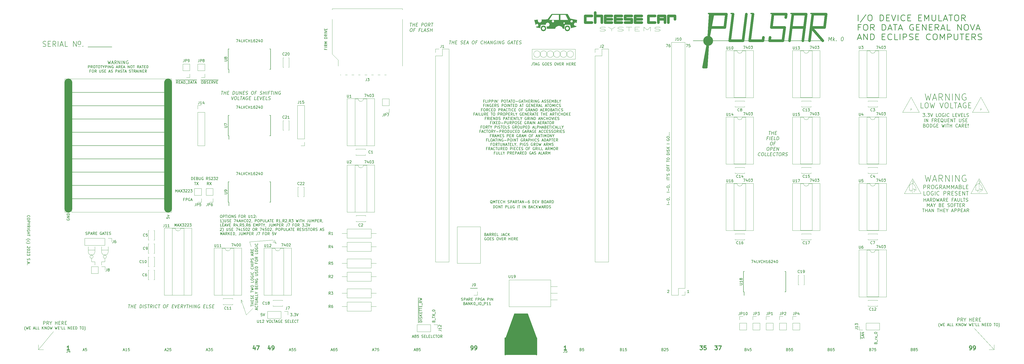
<source format=gbr>
G04 #@! TF.GenerationSoftware,KiCad,Pcbnew,(5.1.5)-3*
G04 #@! TF.CreationDate,2023-07-18T22:41:28-04:00*
G04 #@! TF.ProjectId,NovaFPGA,4e6f7661-4650-4474-912e-6b696361645f,rev?*
G04 #@! TF.SameCoordinates,Original*
G04 #@! TF.FileFunction,Legend,Top*
G04 #@! TF.FilePolarity,Positive*
%FSLAX46Y46*%
G04 Gerber Fmt 4.6, Leading zero omitted, Abs format (unit mm)*
G04 Created by KiCad (PCBNEW (5.1.5)-3) date 2023-07-18 22:41:28*
%MOMM*%
%LPD*%
G04 APERTURE LIST*
%ADD10C,0.120000*%
%ADD11C,0.150000*%
%ADD12C,0.250000*%
%ADD13C,0.500000*%
%ADD14C,1.000000*%
%ADD15C,0.200000*%
%ADD16C,0.750000*%
%ADD17C,1.750000*%
%ADD18C,3.000000*%
%ADD19C,0.100000*%
%ADD20C,0.508000*%
%ADD21C,0.300000*%
G04 APERTURE END LIST*
D10*
X351155000Y-168910000D02*
X349250000Y-168910000D01*
X351155000Y-167005000D02*
X351155000Y-168910000D01*
X343535000Y-160655000D02*
X351155000Y-168910000D01*
D11*
X330296666Y-160218333D02*
X330249047Y-160170714D01*
X330153809Y-160027857D01*
X330106190Y-159932619D01*
X330058571Y-159789761D01*
X330010952Y-159551666D01*
X330010952Y-159361190D01*
X330058571Y-159123095D01*
X330106190Y-158980238D01*
X330153809Y-158885000D01*
X330249047Y-158742142D01*
X330296666Y-158694523D01*
X330582380Y-158837380D02*
X330820476Y-159837380D01*
X331010952Y-159123095D01*
X331201428Y-159837380D01*
X331439523Y-158837380D01*
X331820476Y-159313571D02*
X332153809Y-159313571D01*
X332296666Y-159837380D02*
X331820476Y-159837380D01*
X331820476Y-158837380D01*
X332296666Y-158837380D01*
X333439523Y-159551666D02*
X333915714Y-159551666D01*
X333344285Y-159837380D02*
X333677619Y-158837380D01*
X334010952Y-159837380D01*
X334820476Y-159837380D02*
X334344285Y-159837380D01*
X334344285Y-158837380D01*
X335630000Y-159837380D02*
X335153809Y-159837380D01*
X335153809Y-158837380D01*
X336725238Y-159837380D02*
X336725238Y-158837380D01*
X337296666Y-159837380D02*
X336868095Y-159265952D01*
X337296666Y-158837380D02*
X336725238Y-159408809D01*
X337725238Y-159837380D02*
X337725238Y-158837380D01*
X338296666Y-159837380D01*
X338296666Y-158837380D01*
X338963333Y-158837380D02*
X339153809Y-158837380D01*
X339249047Y-158885000D01*
X339344285Y-158980238D01*
X339391904Y-159170714D01*
X339391904Y-159504047D01*
X339344285Y-159694523D01*
X339249047Y-159789761D01*
X339153809Y-159837380D01*
X338963333Y-159837380D01*
X338868095Y-159789761D01*
X338772857Y-159694523D01*
X338725238Y-159504047D01*
X338725238Y-159170714D01*
X338772857Y-158980238D01*
X338868095Y-158885000D01*
X338963333Y-158837380D01*
X339725238Y-158837380D02*
X339963333Y-159837380D01*
X340153809Y-159123095D01*
X340344285Y-159837380D01*
X340582380Y-158837380D01*
X341630000Y-158837380D02*
X341868095Y-159837380D01*
X342058571Y-159123095D01*
X342249047Y-159837380D01*
X342487142Y-158837380D01*
X342868095Y-159313571D02*
X343201428Y-159313571D01*
X343344285Y-159837380D02*
X342868095Y-159837380D01*
X342868095Y-158837380D01*
X343344285Y-158837380D01*
X343820476Y-158837380D02*
X343725238Y-159027857D01*
X344725238Y-159837380D02*
X344249047Y-159837380D01*
X344249047Y-158837380D01*
X345534761Y-159837380D02*
X345058571Y-159837380D01*
X345058571Y-158837380D01*
X346630000Y-159837380D02*
X346630000Y-158837380D01*
X347201428Y-159837380D01*
X347201428Y-158837380D01*
X347677619Y-159313571D02*
X348010952Y-159313571D01*
X348153809Y-159837380D02*
X347677619Y-159837380D01*
X347677619Y-158837380D01*
X348153809Y-158837380D01*
X348582380Y-159313571D02*
X348915714Y-159313571D01*
X349058571Y-159837380D02*
X348582380Y-159837380D01*
X348582380Y-158837380D01*
X349058571Y-158837380D01*
X349487142Y-159837380D02*
X349487142Y-158837380D01*
X349725238Y-158837380D01*
X349868095Y-158885000D01*
X349963333Y-158980238D01*
X350010952Y-159075476D01*
X350058571Y-159265952D01*
X350058571Y-159408809D01*
X350010952Y-159599285D01*
X349963333Y-159694523D01*
X349868095Y-159789761D01*
X349725238Y-159837380D01*
X349487142Y-159837380D01*
X351106190Y-158837380D02*
X351677619Y-158837380D01*
X351391904Y-159837380D02*
X351391904Y-158837380D01*
X352201428Y-158837380D02*
X352391904Y-158837380D01*
X352487142Y-158885000D01*
X352582380Y-158980238D01*
X352630000Y-159170714D01*
X352630000Y-159504047D01*
X352582380Y-159694523D01*
X352487142Y-159789761D01*
X352391904Y-159837380D01*
X352201428Y-159837380D01*
X352106190Y-159789761D01*
X352010952Y-159694523D01*
X351963333Y-159504047D01*
X351963333Y-159170714D01*
X352010952Y-158980238D01*
X352106190Y-158885000D01*
X352201428Y-158837380D01*
X352963333Y-160218333D02*
X353010952Y-160170714D01*
X353106190Y-160027857D01*
X353153809Y-159932619D01*
X353201428Y-159789761D01*
X353249047Y-159551666D01*
X353249047Y-159361190D01*
X353201428Y-159123095D01*
X353153809Y-158980238D01*
X353106190Y-158885000D01*
X353010952Y-158742142D01*
X352963333Y-158694523D01*
X337255000Y-158045476D02*
X337255000Y-156795476D01*
X337731190Y-156795476D01*
X337850238Y-156855000D01*
X337909761Y-156914523D01*
X337969285Y-157033571D01*
X337969285Y-157212142D01*
X337909761Y-157331190D01*
X337850238Y-157390714D01*
X337731190Y-157450238D01*
X337255000Y-157450238D01*
X339219285Y-158045476D02*
X338802619Y-157450238D01*
X338505000Y-158045476D02*
X338505000Y-156795476D01*
X338981190Y-156795476D01*
X339100238Y-156855000D01*
X339159761Y-156914523D01*
X339219285Y-157033571D01*
X339219285Y-157212142D01*
X339159761Y-157331190D01*
X339100238Y-157390714D01*
X338981190Y-157450238D01*
X338505000Y-157450238D01*
X339993095Y-157450238D02*
X339993095Y-158045476D01*
X339576428Y-156795476D02*
X339993095Y-157450238D01*
X340409761Y-156795476D01*
X341778809Y-158045476D02*
X341778809Y-156795476D01*
X341778809Y-157390714D02*
X342493095Y-157390714D01*
X342493095Y-158045476D02*
X342493095Y-156795476D01*
X343088333Y-157390714D02*
X343505000Y-157390714D01*
X343683571Y-158045476D02*
X343088333Y-158045476D01*
X343088333Y-156795476D01*
X343683571Y-156795476D01*
X344933571Y-158045476D02*
X344516904Y-157450238D01*
X344219285Y-158045476D02*
X344219285Y-156795476D01*
X344695476Y-156795476D01*
X344814523Y-156855000D01*
X344874047Y-156914523D01*
X344933571Y-157033571D01*
X344933571Y-157212142D01*
X344874047Y-157331190D01*
X344814523Y-157390714D01*
X344695476Y-157450238D01*
X344219285Y-157450238D01*
X345469285Y-157390714D02*
X345885952Y-157390714D01*
X346064523Y-158045476D02*
X345469285Y-158045476D01*
X345469285Y-156795476D01*
X346064523Y-156795476D01*
D10*
X-13970000Y-168910000D02*
X-12065000Y-168910000D01*
X-13970000Y-168910000D02*
X-13970000Y-167005000D01*
X-8255000Y-161925000D02*
X-13970000Y-168910000D01*
D11*
X-18953333Y-161488333D02*
X-19000952Y-161440714D01*
X-19096190Y-161297857D01*
X-19143809Y-161202619D01*
X-19191428Y-161059761D01*
X-19239047Y-160821666D01*
X-19239047Y-160631190D01*
X-19191428Y-160393095D01*
X-19143809Y-160250238D01*
X-19096190Y-160155000D01*
X-19000952Y-160012142D01*
X-18953333Y-159964523D01*
X-18667619Y-160107380D02*
X-18429523Y-161107380D01*
X-18239047Y-160393095D01*
X-18048571Y-161107380D01*
X-17810476Y-160107380D01*
X-17429523Y-160583571D02*
X-17096190Y-160583571D01*
X-16953333Y-161107380D02*
X-17429523Y-161107380D01*
X-17429523Y-160107380D01*
X-16953333Y-160107380D01*
X-15810476Y-160821666D02*
X-15334285Y-160821666D01*
X-15905714Y-161107380D02*
X-15572380Y-160107380D01*
X-15239047Y-161107380D01*
X-14429523Y-161107380D02*
X-14905714Y-161107380D01*
X-14905714Y-160107380D01*
X-13620000Y-161107380D02*
X-14096190Y-161107380D01*
X-14096190Y-160107380D01*
X-12524761Y-161107380D02*
X-12524761Y-160107380D01*
X-11953333Y-161107380D02*
X-12381904Y-160535952D01*
X-11953333Y-160107380D02*
X-12524761Y-160678809D01*
X-11524761Y-161107380D02*
X-11524761Y-160107380D01*
X-10953333Y-161107380D01*
X-10953333Y-160107380D01*
X-10286666Y-160107380D02*
X-10096190Y-160107380D01*
X-10000952Y-160155000D01*
X-9905714Y-160250238D01*
X-9858095Y-160440714D01*
X-9858095Y-160774047D01*
X-9905714Y-160964523D01*
X-10000952Y-161059761D01*
X-10096190Y-161107380D01*
X-10286666Y-161107380D01*
X-10381904Y-161059761D01*
X-10477142Y-160964523D01*
X-10524761Y-160774047D01*
X-10524761Y-160440714D01*
X-10477142Y-160250238D01*
X-10381904Y-160155000D01*
X-10286666Y-160107380D01*
X-9524761Y-160107380D02*
X-9286666Y-161107380D01*
X-9096190Y-160393095D01*
X-8905714Y-161107380D01*
X-8667619Y-160107380D01*
X-7620000Y-160107380D02*
X-7381904Y-161107380D01*
X-7191428Y-160393095D01*
X-7000952Y-161107380D01*
X-6762857Y-160107380D01*
X-6381904Y-160583571D02*
X-6048571Y-160583571D01*
X-5905714Y-161107380D02*
X-6381904Y-161107380D01*
X-6381904Y-160107380D01*
X-5905714Y-160107380D01*
X-5429523Y-160107380D02*
X-5524761Y-160297857D01*
X-4524761Y-161107380D02*
X-5000952Y-161107380D01*
X-5000952Y-160107380D01*
X-3715238Y-161107380D02*
X-4191428Y-161107380D01*
X-4191428Y-160107380D01*
X-2620000Y-161107380D02*
X-2620000Y-160107380D01*
X-2048571Y-161107380D01*
X-2048571Y-160107380D01*
X-1572380Y-160583571D02*
X-1239047Y-160583571D01*
X-1096190Y-161107380D02*
X-1572380Y-161107380D01*
X-1572380Y-160107380D01*
X-1096190Y-160107380D01*
X-667619Y-160583571D02*
X-334285Y-160583571D01*
X-191428Y-161107380D02*
X-667619Y-161107380D01*
X-667619Y-160107380D01*
X-191428Y-160107380D01*
X237142Y-161107380D02*
X237142Y-160107380D01*
X475238Y-160107380D01*
X618095Y-160155000D01*
X713333Y-160250238D01*
X760952Y-160345476D01*
X808571Y-160535952D01*
X808571Y-160678809D01*
X760952Y-160869285D01*
X713333Y-160964523D01*
X618095Y-161059761D01*
X475238Y-161107380D01*
X237142Y-161107380D01*
X1856190Y-160107380D02*
X2427619Y-160107380D01*
X2141904Y-161107380D02*
X2141904Y-160107380D01*
X2951428Y-160107380D02*
X3141904Y-160107380D01*
X3237142Y-160155000D01*
X3332380Y-160250238D01*
X3379999Y-160440714D01*
X3379999Y-160774047D01*
X3332380Y-160964523D01*
X3237142Y-161059761D01*
X3141904Y-161107380D01*
X2951428Y-161107380D01*
X2856190Y-161059761D01*
X2760952Y-160964523D01*
X2713333Y-160774047D01*
X2713333Y-160440714D01*
X2760952Y-160250238D01*
X2856190Y-160155000D01*
X2951428Y-160107380D01*
X3713333Y-161488333D02*
X3760952Y-161440714D01*
X3856190Y-161297857D01*
X3903809Y-161202619D01*
X3951428Y-161059761D01*
X3999047Y-160821666D01*
X3999047Y-160631190D01*
X3951428Y-160393095D01*
X3903809Y-160250238D01*
X3856190Y-160155000D01*
X3760952Y-160012142D01*
X3713333Y-159964523D01*
X-11995000Y-159315476D02*
X-11995000Y-158065476D01*
X-11518809Y-158065476D01*
X-11399761Y-158125000D01*
X-11340238Y-158184523D01*
X-11280714Y-158303571D01*
X-11280714Y-158482142D01*
X-11340238Y-158601190D01*
X-11399761Y-158660714D01*
X-11518809Y-158720238D01*
X-11995000Y-158720238D01*
X-10030714Y-159315476D02*
X-10447380Y-158720238D01*
X-10745000Y-159315476D02*
X-10745000Y-158065476D01*
X-10268809Y-158065476D01*
X-10149761Y-158125000D01*
X-10090238Y-158184523D01*
X-10030714Y-158303571D01*
X-10030714Y-158482142D01*
X-10090238Y-158601190D01*
X-10149761Y-158660714D01*
X-10268809Y-158720238D01*
X-10745000Y-158720238D01*
X-9256904Y-158720238D02*
X-9256904Y-159315476D01*
X-9673571Y-158065476D02*
X-9256904Y-158720238D01*
X-8840238Y-158065476D01*
X-7471190Y-159315476D02*
X-7471190Y-158065476D01*
X-7471190Y-158660714D02*
X-6756904Y-158660714D01*
X-6756904Y-159315476D02*
X-6756904Y-158065476D01*
X-6161666Y-158660714D02*
X-5745000Y-158660714D01*
X-5566428Y-159315476D02*
X-6161666Y-159315476D01*
X-6161666Y-158065476D01*
X-5566428Y-158065476D01*
X-4316428Y-159315476D02*
X-4733095Y-158720238D01*
X-5030714Y-159315476D02*
X-5030714Y-158065476D01*
X-4554523Y-158065476D01*
X-4435476Y-158125000D01*
X-4375952Y-158184523D01*
X-4316428Y-158303571D01*
X-4316428Y-158482142D01*
X-4375952Y-158601190D01*
X-4435476Y-158660714D01*
X-4554523Y-158720238D01*
X-5030714Y-158720238D01*
X-3780714Y-158660714D02*
X-3364047Y-158660714D01*
X-3185476Y-159315476D02*
X-3780714Y-159315476D01*
X-3780714Y-158065476D01*
X-3185476Y-158065476D01*
X12581428Y-58370476D02*
X12879047Y-59620476D01*
X13117142Y-58727619D01*
X13355238Y-59620476D01*
X13652857Y-58370476D01*
X14069523Y-59263333D02*
X14664761Y-59263333D01*
X13950476Y-59620476D02*
X14367142Y-58370476D01*
X14783809Y-59620476D01*
X15914761Y-59620476D02*
X15498095Y-59025238D01*
X15200476Y-59620476D02*
X15200476Y-58370476D01*
X15676666Y-58370476D01*
X15795714Y-58430000D01*
X15855238Y-58489523D01*
X15914761Y-58608571D01*
X15914761Y-58787142D01*
X15855238Y-58906190D01*
X15795714Y-58965714D01*
X15676666Y-59025238D01*
X15200476Y-59025238D01*
X16450476Y-59620476D02*
X16450476Y-58370476D01*
X17164761Y-59620476D01*
X17164761Y-58370476D01*
X17760000Y-59620476D02*
X17760000Y-58370476D01*
X18355238Y-59620476D02*
X18355238Y-58370476D01*
X19069523Y-59620476D01*
X19069523Y-58370476D01*
X20319523Y-58430000D02*
X20200476Y-58370476D01*
X20021904Y-58370476D01*
X19843333Y-58430000D01*
X19724285Y-58549047D01*
X19664761Y-58668095D01*
X19605238Y-58906190D01*
X19605238Y-59084761D01*
X19664761Y-59322857D01*
X19724285Y-59441904D01*
X19843333Y-59560952D01*
X20021904Y-59620476D01*
X20140952Y-59620476D01*
X20319523Y-59560952D01*
X20379047Y-59501428D01*
X20379047Y-59084761D01*
X20140952Y-59084761D01*
X324882857Y-102135952D02*
X325478095Y-104635952D01*
X325954285Y-102850238D01*
X326430476Y-104635952D01*
X327025714Y-102135952D01*
X327859047Y-103921666D02*
X329049523Y-103921666D01*
X327620952Y-104635952D02*
X328454285Y-102135952D01*
X329287619Y-104635952D01*
X331549523Y-104635952D02*
X330716190Y-103445476D01*
X330120952Y-104635952D02*
X330120952Y-102135952D01*
X331073333Y-102135952D01*
X331311428Y-102255000D01*
X331430476Y-102374047D01*
X331549523Y-102612142D01*
X331549523Y-102969285D01*
X331430476Y-103207380D01*
X331311428Y-103326428D01*
X331073333Y-103445476D01*
X330120952Y-103445476D01*
X332620952Y-104635952D02*
X332620952Y-102135952D01*
X334049523Y-104635952D01*
X334049523Y-102135952D01*
X335240000Y-104635952D02*
X335240000Y-102135952D01*
X336430476Y-104635952D02*
X336430476Y-102135952D01*
X337859047Y-104635952D01*
X337859047Y-102135952D01*
X340359047Y-102255000D02*
X340120952Y-102135952D01*
X339763809Y-102135952D01*
X339406666Y-102255000D01*
X339168571Y-102493095D01*
X339049523Y-102731190D01*
X338930476Y-103207380D01*
X338930476Y-103564523D01*
X339049523Y-104040714D01*
X339168571Y-104278809D01*
X339406666Y-104516904D01*
X339763809Y-104635952D01*
X340001904Y-104635952D01*
X340359047Y-104516904D01*
X340478095Y-104397857D01*
X340478095Y-103564523D01*
X340001904Y-103564523D01*
D10*
X320040000Y-108712000D02*
X320040000Y-108966000D01*
X320040000Y-108204000D02*
X320040000Y-108458000D01*
X320040000Y-107696000D02*
X320040000Y-107950000D01*
X320040000Y-107188000D02*
X320040000Y-107442000D01*
X320040000Y-106172000D02*
X320040000Y-106426000D01*
X320040000Y-106680000D02*
X320040000Y-106934000D01*
X320040000Y-105156000D02*
X320040000Y-105410000D01*
X320040000Y-104648000D02*
X320040001Y-104941460D01*
X320040000Y-105664000D02*
X320040000Y-105918000D01*
X320040000Y-104140000D02*
X320040000Y-104394000D01*
X320040001Y-104513040D02*
G75*
G02X320063774Y-105369220I0J-428420D01*
G01*
X319405000Y-108585000D02*
X319405000Y-107950000D01*
X320675000Y-108585000D02*
X320675000Y-107569000D01*
X318770000Y-107950000D02*
X320040000Y-107950000D01*
X318770000Y-106680000D02*
X318770000Y-107950000D01*
X321310000Y-107950000D02*
X321310000Y-106934000D01*
X320063774Y-105369220D02*
G75*
G02X321310000Y-107036867I-1342404J-2302647D01*
G01*
X320040000Y-107423949D02*
G75*
G02X321310000Y-107950000I0J-1796051D01*
G01*
X318770000Y-106680000D02*
G75*
G02X320040000Y-105410000I1270000J0D01*
G01*
X320040000Y-103505000D02*
X316865000Y-109220000D01*
X323215000Y-109220000D02*
X320040000Y-103505000D01*
X316865000Y-109220000D02*
X323215000Y-109220000D01*
X345440000Y-108712000D02*
X345440000Y-108966000D01*
X345440000Y-108204000D02*
X345440000Y-108458000D01*
X345440000Y-107696000D02*
X345440000Y-107950000D01*
X345440000Y-107188000D02*
X345440000Y-107442000D01*
X345440000Y-106680000D02*
X345440000Y-106934000D01*
X345440000Y-106172000D02*
X345440000Y-106426000D01*
X345440000Y-105664000D02*
X345440000Y-105918000D01*
X345440000Y-105156000D02*
X345440000Y-105410000D01*
X345440000Y-104648000D02*
X345440001Y-104941460D01*
X345440000Y-104140000D02*
X345440000Y-104394000D01*
X345440001Y-104513040D02*
G75*
G02X345463774Y-105369220I0J-428420D01*
G01*
X344805000Y-108585000D02*
X344805000Y-107950000D01*
X346075000Y-108585000D02*
X346075000Y-107569000D01*
X344170000Y-107950000D02*
X345440000Y-107950000D01*
X344170000Y-106680000D02*
X344170000Y-107950000D01*
X346710000Y-107950000D02*
X346710000Y-106934000D01*
X345463774Y-105369220D02*
G75*
G02X346710000Y-107036867I-1342404J-2302647D01*
G01*
X345440000Y-107423949D02*
G75*
G02X346710000Y-107950000I0J-1796051D01*
G01*
X344170000Y-106680000D02*
G75*
G02X345440000Y-105410000I1270000J0D01*
G01*
X345440000Y-103505000D02*
X342265000Y-109220000D01*
X348615000Y-109220000D02*
X345440000Y-103505000D01*
X342265000Y-109220000D02*
X348615000Y-109220000D01*
D11*
X324376904Y-112205476D02*
X324376904Y-110955476D01*
X324376904Y-111550714D02*
X325091190Y-111550714D01*
X325091190Y-112205476D02*
X325091190Y-110955476D01*
X325626904Y-111848333D02*
X326222142Y-111848333D01*
X325507857Y-112205476D02*
X325924523Y-110955476D01*
X326341190Y-112205476D01*
X327472142Y-112205476D02*
X327055476Y-111610238D01*
X326757857Y-112205476D02*
X326757857Y-110955476D01*
X327234047Y-110955476D01*
X327353095Y-111015000D01*
X327412619Y-111074523D01*
X327472142Y-111193571D01*
X327472142Y-111372142D01*
X327412619Y-111491190D01*
X327353095Y-111550714D01*
X327234047Y-111610238D01*
X326757857Y-111610238D01*
X328007857Y-112205476D02*
X328007857Y-110955476D01*
X328305476Y-110955476D01*
X328484047Y-111015000D01*
X328603095Y-111134047D01*
X328662619Y-111253095D01*
X328722142Y-111491190D01*
X328722142Y-111669761D01*
X328662619Y-111907857D01*
X328603095Y-112026904D01*
X328484047Y-112145952D01*
X328305476Y-112205476D01*
X328007857Y-112205476D01*
X329138809Y-110955476D02*
X329436428Y-112205476D01*
X329674523Y-111312619D01*
X329912619Y-112205476D01*
X330210238Y-110955476D01*
X330626904Y-111848333D02*
X331222142Y-111848333D01*
X330507857Y-112205476D02*
X330924523Y-110955476D01*
X331341190Y-112205476D01*
X332472142Y-112205476D02*
X332055476Y-111610238D01*
X331757857Y-112205476D02*
X331757857Y-110955476D01*
X332234047Y-110955476D01*
X332353095Y-111015000D01*
X332412619Y-111074523D01*
X332472142Y-111193571D01*
X332472142Y-111372142D01*
X332412619Y-111491190D01*
X332353095Y-111550714D01*
X332234047Y-111610238D01*
X331757857Y-111610238D01*
X333007857Y-111550714D02*
X333424523Y-111550714D01*
X333603095Y-112205476D02*
X333007857Y-112205476D01*
X333007857Y-110955476D01*
X333603095Y-110955476D01*
X335507857Y-111550714D02*
X335091190Y-111550714D01*
X335091190Y-112205476D02*
X335091190Y-110955476D01*
X335686428Y-110955476D01*
X336103095Y-111848333D02*
X336698333Y-111848333D01*
X335984047Y-112205476D02*
X336400714Y-110955476D01*
X336817380Y-112205476D01*
X337234047Y-110955476D02*
X337234047Y-111967380D01*
X337293571Y-112086428D01*
X337353095Y-112145952D01*
X337472142Y-112205476D01*
X337710238Y-112205476D01*
X337829285Y-112145952D01*
X337888809Y-112086428D01*
X337948333Y-111967380D01*
X337948333Y-110955476D01*
X339138809Y-112205476D02*
X338543571Y-112205476D01*
X338543571Y-110955476D01*
X339376904Y-110955476D02*
X340091190Y-110955476D01*
X339734047Y-112205476D02*
X339734047Y-110955476D01*
X340448333Y-112145952D02*
X340626904Y-112205476D01*
X340924523Y-112205476D01*
X341043571Y-112145952D01*
X341103095Y-112086428D01*
X341162619Y-111967380D01*
X341162619Y-111848333D01*
X341103095Y-111729285D01*
X341043571Y-111669761D01*
X340924523Y-111610238D01*
X340686428Y-111550714D01*
X340567380Y-111491190D01*
X340507857Y-111431666D01*
X340448333Y-111312619D01*
X340448333Y-111193571D01*
X340507857Y-111074523D01*
X340567380Y-111015000D01*
X340686428Y-110955476D01*
X340984047Y-110955476D01*
X341162619Y-111015000D01*
X325656666Y-114230476D02*
X325656666Y-112980476D01*
X326073333Y-113873333D01*
X326490000Y-112980476D01*
X326490000Y-114230476D01*
X327025714Y-113873333D02*
X327620952Y-113873333D01*
X326906666Y-114230476D02*
X327323333Y-112980476D01*
X327740000Y-114230476D01*
X328394761Y-113635238D02*
X328394761Y-114230476D01*
X327978095Y-112980476D02*
X328394761Y-113635238D01*
X328811428Y-112980476D01*
X330597142Y-113575714D02*
X330775714Y-113635238D01*
X330835238Y-113694761D01*
X330894761Y-113813809D01*
X330894761Y-113992380D01*
X330835238Y-114111428D01*
X330775714Y-114170952D01*
X330656666Y-114230476D01*
X330180476Y-114230476D01*
X330180476Y-112980476D01*
X330597142Y-112980476D01*
X330716190Y-113040000D01*
X330775714Y-113099523D01*
X330835238Y-113218571D01*
X330835238Y-113337619D01*
X330775714Y-113456666D01*
X330716190Y-113516190D01*
X330597142Y-113575714D01*
X330180476Y-113575714D01*
X331430476Y-113575714D02*
X331847142Y-113575714D01*
X332025714Y-114230476D02*
X331430476Y-114230476D01*
X331430476Y-112980476D01*
X332025714Y-112980476D01*
X333454285Y-114170952D02*
X333632857Y-114230476D01*
X333930476Y-114230476D01*
X334049523Y-114170952D01*
X334109047Y-114111428D01*
X334168571Y-113992380D01*
X334168571Y-113873333D01*
X334109047Y-113754285D01*
X334049523Y-113694761D01*
X333930476Y-113635238D01*
X333692380Y-113575714D01*
X333573333Y-113516190D01*
X333513809Y-113456666D01*
X333454285Y-113337619D01*
X333454285Y-113218571D01*
X333513809Y-113099523D01*
X333573333Y-113040000D01*
X333692380Y-112980476D01*
X333990000Y-112980476D01*
X334168571Y-113040000D01*
X334942380Y-112980476D02*
X335180476Y-112980476D01*
X335299523Y-113040000D01*
X335418571Y-113159047D01*
X335478095Y-113397142D01*
X335478095Y-113813809D01*
X335418571Y-114051904D01*
X335299523Y-114170952D01*
X335180476Y-114230476D01*
X334942380Y-114230476D01*
X334823333Y-114170952D01*
X334704285Y-114051904D01*
X334644761Y-113813809D01*
X334644761Y-113397142D01*
X334704285Y-113159047D01*
X334823333Y-113040000D01*
X334942380Y-112980476D01*
X336430476Y-113575714D02*
X336013809Y-113575714D01*
X336013809Y-114230476D02*
X336013809Y-112980476D01*
X336609047Y-112980476D01*
X336906666Y-112980476D02*
X337620952Y-112980476D01*
X337263809Y-114230476D02*
X337263809Y-112980476D01*
X338037619Y-113575714D02*
X338454285Y-113575714D01*
X338632857Y-114230476D02*
X338037619Y-114230476D01*
X338037619Y-112980476D01*
X338632857Y-112980476D01*
X339882857Y-114230476D02*
X339466190Y-113635238D01*
X339168571Y-114230476D02*
X339168571Y-112980476D01*
X339644761Y-112980476D01*
X339763809Y-113040000D01*
X339823333Y-113099523D01*
X339882857Y-113218571D01*
X339882857Y-113397142D01*
X339823333Y-113516190D01*
X339763809Y-113575714D01*
X339644761Y-113635238D01*
X339168571Y-113635238D01*
X323841190Y-115005476D02*
X324555476Y-115005476D01*
X324198333Y-116255476D02*
X324198333Y-115005476D01*
X324972142Y-116255476D02*
X324972142Y-115005476D01*
X324972142Y-115600714D02*
X325686428Y-115600714D01*
X325686428Y-116255476D02*
X325686428Y-115005476D01*
X326222142Y-115898333D02*
X326817380Y-115898333D01*
X326103095Y-116255476D02*
X326519761Y-115005476D01*
X326936428Y-116255476D01*
X327353095Y-116255476D02*
X327353095Y-115005476D01*
X328067380Y-116255476D01*
X328067380Y-115005476D01*
X329436428Y-115005476D02*
X330150714Y-115005476D01*
X329793571Y-116255476D02*
X329793571Y-115005476D01*
X330567380Y-116255476D02*
X330567380Y-115005476D01*
X330567380Y-115600714D02*
X331281666Y-115600714D01*
X331281666Y-116255476D02*
X331281666Y-115005476D01*
X331876904Y-115600714D02*
X332293571Y-115600714D01*
X332472142Y-116255476D02*
X331876904Y-116255476D01*
X331876904Y-115005476D01*
X332472142Y-115005476D01*
X333245952Y-115660238D02*
X333245952Y-116255476D01*
X332829285Y-115005476D02*
X333245952Y-115660238D01*
X333662619Y-115005476D01*
X334972142Y-115898333D02*
X335567380Y-115898333D01*
X334853095Y-116255476D02*
X335269761Y-115005476D01*
X335686428Y-116255476D01*
X336103095Y-116255476D02*
X336103095Y-115005476D01*
X336579285Y-115005476D01*
X336698333Y-115065000D01*
X336757857Y-115124523D01*
X336817380Y-115243571D01*
X336817380Y-115422142D01*
X336757857Y-115541190D01*
X336698333Y-115600714D01*
X336579285Y-115660238D01*
X336103095Y-115660238D01*
X337353095Y-116255476D02*
X337353095Y-115005476D01*
X337829285Y-115005476D01*
X337948333Y-115065000D01*
X338007857Y-115124523D01*
X338067380Y-115243571D01*
X338067380Y-115422142D01*
X338007857Y-115541190D01*
X337948333Y-115600714D01*
X337829285Y-115660238D01*
X337353095Y-115660238D01*
X338603095Y-115600714D02*
X339019761Y-115600714D01*
X339198333Y-116255476D02*
X338603095Y-116255476D01*
X338603095Y-115005476D01*
X339198333Y-115005476D01*
X339674523Y-115898333D02*
X340269761Y-115898333D01*
X339555476Y-116255476D02*
X339972142Y-115005476D01*
X340388809Y-116255476D01*
X341519761Y-116255476D02*
X341103095Y-115660238D01*
X340805476Y-116255476D02*
X340805476Y-115005476D01*
X341281666Y-115005476D01*
X341400714Y-115065000D01*
X341460238Y-115124523D01*
X341519761Y-115243571D01*
X341519761Y-115422142D01*
X341460238Y-115541190D01*
X341400714Y-115600714D01*
X341281666Y-115660238D01*
X340805476Y-115660238D01*
X324275714Y-107428571D02*
X324275714Y-105928571D01*
X324847142Y-105928571D01*
X324990000Y-106000000D01*
X325061428Y-106071428D01*
X325132857Y-106214285D01*
X325132857Y-106428571D01*
X325061428Y-106571428D01*
X324990000Y-106642857D01*
X324847142Y-106714285D01*
X324275714Y-106714285D01*
X326632857Y-107428571D02*
X326132857Y-106714285D01*
X325775714Y-107428571D02*
X325775714Y-105928571D01*
X326347142Y-105928571D01*
X326490000Y-106000000D01*
X326561428Y-106071428D01*
X326632857Y-106214285D01*
X326632857Y-106428571D01*
X326561428Y-106571428D01*
X326490000Y-106642857D01*
X326347142Y-106714285D01*
X325775714Y-106714285D01*
X327561428Y-105928571D02*
X327847142Y-105928571D01*
X327990000Y-106000000D01*
X328132857Y-106142857D01*
X328204285Y-106428571D01*
X328204285Y-106928571D01*
X328132857Y-107214285D01*
X327990000Y-107357142D01*
X327847142Y-107428571D01*
X327561428Y-107428571D01*
X327418571Y-107357142D01*
X327275714Y-107214285D01*
X327204285Y-106928571D01*
X327204285Y-106428571D01*
X327275714Y-106142857D01*
X327418571Y-106000000D01*
X327561428Y-105928571D01*
X329632857Y-106000000D02*
X329490000Y-105928571D01*
X329275714Y-105928571D01*
X329061428Y-106000000D01*
X328918571Y-106142857D01*
X328847142Y-106285714D01*
X328775714Y-106571428D01*
X328775714Y-106785714D01*
X328847142Y-107071428D01*
X328918571Y-107214285D01*
X329061428Y-107357142D01*
X329275714Y-107428571D01*
X329418571Y-107428571D01*
X329632857Y-107357142D01*
X329704285Y-107285714D01*
X329704285Y-106785714D01*
X329418571Y-106785714D01*
X331204285Y-107428571D02*
X330704285Y-106714285D01*
X330347142Y-107428571D02*
X330347142Y-105928571D01*
X330918571Y-105928571D01*
X331061428Y-106000000D01*
X331132857Y-106071428D01*
X331204285Y-106214285D01*
X331204285Y-106428571D01*
X331132857Y-106571428D01*
X331061428Y-106642857D01*
X330918571Y-106714285D01*
X330347142Y-106714285D01*
X331775714Y-107000000D02*
X332490000Y-107000000D01*
X331632857Y-107428571D02*
X332132857Y-105928571D01*
X332632857Y-107428571D01*
X333132857Y-107428571D02*
X333132857Y-105928571D01*
X333632857Y-107000000D01*
X334132857Y-105928571D01*
X334132857Y-107428571D01*
X334847142Y-107428571D02*
X334847142Y-105928571D01*
X335347142Y-107000000D01*
X335847142Y-105928571D01*
X335847142Y-107428571D01*
X336490000Y-107000000D02*
X337204285Y-107000000D01*
X336347142Y-107428571D02*
X336847142Y-105928571D01*
X337347142Y-107428571D01*
X338347142Y-106642857D02*
X338561428Y-106714285D01*
X338632857Y-106785714D01*
X338704285Y-106928571D01*
X338704285Y-107142857D01*
X338632857Y-107285714D01*
X338561428Y-107357142D01*
X338418571Y-107428571D01*
X337847142Y-107428571D01*
X337847142Y-105928571D01*
X338347142Y-105928571D01*
X338490000Y-106000000D01*
X338561428Y-106071428D01*
X338632857Y-106214285D01*
X338632857Y-106357142D01*
X338561428Y-106500000D01*
X338490000Y-106571428D01*
X338347142Y-106642857D01*
X337847142Y-106642857D01*
X340061428Y-107428571D02*
X339347142Y-107428571D01*
X339347142Y-105928571D01*
X340561428Y-106642857D02*
X341061428Y-106642857D01*
X341275714Y-107428571D02*
X340561428Y-107428571D01*
X340561428Y-105928571D01*
X341275714Y-105928571D01*
X325061428Y-109828571D02*
X324347142Y-109828571D01*
X324347142Y-108328571D01*
X325847142Y-108328571D02*
X326132857Y-108328571D01*
X326275714Y-108400000D01*
X326418571Y-108542857D01*
X326490000Y-108828571D01*
X326490000Y-109328571D01*
X326418571Y-109614285D01*
X326275714Y-109757142D01*
X326132857Y-109828571D01*
X325847142Y-109828571D01*
X325704285Y-109757142D01*
X325561428Y-109614285D01*
X325490000Y-109328571D01*
X325490000Y-108828571D01*
X325561428Y-108542857D01*
X325704285Y-108400000D01*
X325847142Y-108328571D01*
X327918571Y-108400000D02*
X327775714Y-108328571D01*
X327561428Y-108328571D01*
X327347142Y-108400000D01*
X327204285Y-108542857D01*
X327132857Y-108685714D01*
X327061428Y-108971428D01*
X327061428Y-109185714D01*
X327132857Y-109471428D01*
X327204285Y-109614285D01*
X327347142Y-109757142D01*
X327561428Y-109828571D01*
X327704285Y-109828571D01*
X327918571Y-109757142D01*
X327990000Y-109685714D01*
X327990000Y-109185714D01*
X327704285Y-109185714D01*
X328632857Y-109828571D02*
X328632857Y-108328571D01*
X330204285Y-109685714D02*
X330132857Y-109757142D01*
X329918571Y-109828571D01*
X329775714Y-109828571D01*
X329561428Y-109757142D01*
X329418571Y-109614285D01*
X329347142Y-109471428D01*
X329275714Y-109185714D01*
X329275714Y-108971428D01*
X329347142Y-108685714D01*
X329418571Y-108542857D01*
X329561428Y-108400000D01*
X329775714Y-108328571D01*
X329918571Y-108328571D01*
X330132857Y-108400000D01*
X330204285Y-108471428D01*
X331990000Y-109828571D02*
X331990000Y-108328571D01*
X332561428Y-108328571D01*
X332704285Y-108400000D01*
X332775714Y-108471428D01*
X332847142Y-108614285D01*
X332847142Y-108828571D01*
X332775714Y-108971428D01*
X332704285Y-109042857D01*
X332561428Y-109114285D01*
X331990000Y-109114285D01*
X334347142Y-109828571D02*
X333847142Y-109114285D01*
X333490000Y-109828571D02*
X333490000Y-108328571D01*
X334061428Y-108328571D01*
X334204285Y-108400000D01*
X334275714Y-108471428D01*
X334347142Y-108614285D01*
X334347142Y-108828571D01*
X334275714Y-108971428D01*
X334204285Y-109042857D01*
X334061428Y-109114285D01*
X333490000Y-109114285D01*
X334990000Y-109042857D02*
X335490000Y-109042857D01*
X335704285Y-109828571D02*
X334990000Y-109828571D01*
X334990000Y-108328571D01*
X335704285Y-108328571D01*
X336275714Y-109757142D02*
X336490000Y-109828571D01*
X336847142Y-109828571D01*
X336990000Y-109757142D01*
X337061428Y-109685714D01*
X337132857Y-109542857D01*
X337132857Y-109400000D01*
X337061428Y-109257142D01*
X336990000Y-109185714D01*
X336847142Y-109114285D01*
X336561428Y-109042857D01*
X336418571Y-108971428D01*
X336347142Y-108900000D01*
X336275714Y-108757142D01*
X336275714Y-108614285D01*
X336347142Y-108471428D01*
X336418571Y-108400000D01*
X336561428Y-108328571D01*
X336918571Y-108328571D01*
X337132857Y-108400000D01*
X337775714Y-109042857D02*
X338275714Y-109042857D01*
X338490000Y-109828571D02*
X337775714Y-109828571D01*
X337775714Y-108328571D01*
X338490000Y-108328571D01*
X339132857Y-109828571D02*
X339132857Y-108328571D01*
X339990000Y-109828571D01*
X339990000Y-108328571D01*
X340490000Y-108328571D02*
X341347142Y-108328571D01*
X340918571Y-109828571D02*
X340918571Y-108328571D01*
X324882857Y-71020952D02*
X325478095Y-73520952D01*
X325954285Y-71735238D01*
X326430476Y-73520952D01*
X327025714Y-71020952D01*
X327859047Y-72806666D02*
X329049523Y-72806666D01*
X327620952Y-73520952D02*
X328454285Y-71020952D01*
X329287619Y-73520952D01*
X331549523Y-73520952D02*
X330716190Y-72330476D01*
X330120952Y-73520952D02*
X330120952Y-71020952D01*
X331073333Y-71020952D01*
X331311428Y-71140000D01*
X331430476Y-71259047D01*
X331549523Y-71497142D01*
X331549523Y-71854285D01*
X331430476Y-72092380D01*
X331311428Y-72211428D01*
X331073333Y-72330476D01*
X330120952Y-72330476D01*
X332620952Y-73520952D02*
X332620952Y-71020952D01*
X334049523Y-73520952D01*
X334049523Y-71020952D01*
X335240000Y-73520952D02*
X335240000Y-71020952D01*
X336430476Y-73520952D02*
X336430476Y-71020952D01*
X337859047Y-73520952D01*
X337859047Y-71020952D01*
X340359047Y-71140000D02*
X340120952Y-71020952D01*
X339763809Y-71020952D01*
X339406666Y-71140000D01*
X339168571Y-71378095D01*
X339049523Y-71616190D01*
X338930476Y-72092380D01*
X338930476Y-72449523D01*
X339049523Y-72925714D01*
X339168571Y-73163809D01*
X339406666Y-73401904D01*
X339763809Y-73520952D01*
X340001904Y-73520952D01*
X340359047Y-73401904D01*
X340478095Y-73282857D01*
X340478095Y-72449523D01*
X340001904Y-72449523D01*
X323960238Y-78570476D02*
X324734047Y-78570476D01*
X324317380Y-79046666D01*
X324495952Y-79046666D01*
X324615000Y-79106190D01*
X324674523Y-79165714D01*
X324734047Y-79284761D01*
X324734047Y-79582380D01*
X324674523Y-79701428D01*
X324615000Y-79760952D01*
X324495952Y-79820476D01*
X324138809Y-79820476D01*
X324019761Y-79760952D01*
X323960238Y-79701428D01*
X325269761Y-79701428D02*
X325329285Y-79760952D01*
X325269761Y-79820476D01*
X325210238Y-79760952D01*
X325269761Y-79701428D01*
X325269761Y-79820476D01*
X325745952Y-78570476D02*
X326519761Y-78570476D01*
X326103095Y-79046666D01*
X326281666Y-79046666D01*
X326400714Y-79106190D01*
X326460238Y-79165714D01*
X326519761Y-79284761D01*
X326519761Y-79582380D01*
X326460238Y-79701428D01*
X326400714Y-79760952D01*
X326281666Y-79820476D01*
X325924523Y-79820476D01*
X325805476Y-79760952D01*
X325745952Y-79701428D01*
X326876904Y-78570476D02*
X327293571Y-79820476D01*
X327710238Y-78570476D01*
X329674523Y-79820476D02*
X329079285Y-79820476D01*
X329079285Y-78570476D01*
X330329285Y-78570476D02*
X330567380Y-78570476D01*
X330686428Y-78630000D01*
X330805476Y-78749047D01*
X330865000Y-78987142D01*
X330865000Y-79403809D01*
X330805476Y-79641904D01*
X330686428Y-79760952D01*
X330567380Y-79820476D01*
X330329285Y-79820476D01*
X330210238Y-79760952D01*
X330091190Y-79641904D01*
X330031666Y-79403809D01*
X330031666Y-78987142D01*
X330091190Y-78749047D01*
X330210238Y-78630000D01*
X330329285Y-78570476D01*
X332055476Y-78630000D02*
X331936428Y-78570476D01*
X331757857Y-78570476D01*
X331579285Y-78630000D01*
X331460238Y-78749047D01*
X331400714Y-78868095D01*
X331341190Y-79106190D01*
X331341190Y-79284761D01*
X331400714Y-79522857D01*
X331460238Y-79641904D01*
X331579285Y-79760952D01*
X331757857Y-79820476D01*
X331876904Y-79820476D01*
X332055476Y-79760952D01*
X332115000Y-79701428D01*
X332115000Y-79284761D01*
X331876904Y-79284761D01*
X332650714Y-79820476D02*
X332650714Y-78570476D01*
X333960238Y-79701428D02*
X333900714Y-79760952D01*
X333722142Y-79820476D01*
X333603095Y-79820476D01*
X333424523Y-79760952D01*
X333305476Y-79641904D01*
X333245952Y-79522857D01*
X333186428Y-79284761D01*
X333186428Y-79106190D01*
X333245952Y-78868095D01*
X333305476Y-78749047D01*
X333424523Y-78630000D01*
X333603095Y-78570476D01*
X333722142Y-78570476D01*
X333900714Y-78630000D01*
X333960238Y-78689523D01*
X336043571Y-79820476D02*
X335448333Y-79820476D01*
X335448333Y-78570476D01*
X336460238Y-79165714D02*
X336876904Y-79165714D01*
X337055476Y-79820476D02*
X336460238Y-79820476D01*
X336460238Y-78570476D01*
X337055476Y-78570476D01*
X337412619Y-78570476D02*
X337829285Y-79820476D01*
X338245952Y-78570476D01*
X338662619Y-79165714D02*
X339079285Y-79165714D01*
X339257857Y-79820476D02*
X338662619Y-79820476D01*
X338662619Y-78570476D01*
X339257857Y-78570476D01*
X340388809Y-79820476D02*
X339793571Y-79820476D01*
X339793571Y-78570476D01*
X340745952Y-79760952D02*
X340924523Y-79820476D01*
X341222142Y-79820476D01*
X341341190Y-79760952D01*
X341400714Y-79701428D01*
X341460238Y-79582380D01*
X341460238Y-79463333D01*
X341400714Y-79344285D01*
X341341190Y-79284761D01*
X341222142Y-79225238D01*
X340984047Y-79165714D01*
X340865000Y-79106190D01*
X340805476Y-79046666D01*
X340745952Y-78927619D01*
X340745952Y-78808571D01*
X340805476Y-78689523D01*
X340865000Y-78630000D01*
X340984047Y-78570476D01*
X341281666Y-78570476D01*
X341460238Y-78630000D01*
X324585238Y-81845476D02*
X324585238Y-80595476D01*
X325180476Y-81845476D02*
X325180476Y-80595476D01*
X325894761Y-81845476D01*
X325894761Y-80595476D01*
X327859047Y-81190714D02*
X327442380Y-81190714D01*
X327442380Y-81845476D02*
X327442380Y-80595476D01*
X328037619Y-80595476D01*
X329228095Y-81845476D02*
X328811428Y-81250238D01*
X328513809Y-81845476D02*
X328513809Y-80595476D01*
X328990000Y-80595476D01*
X329109047Y-80655000D01*
X329168571Y-80714523D01*
X329228095Y-80833571D01*
X329228095Y-81012142D01*
X329168571Y-81131190D01*
X329109047Y-81190714D01*
X328990000Y-81250238D01*
X328513809Y-81250238D01*
X329763809Y-81190714D02*
X330180476Y-81190714D01*
X330359047Y-81845476D02*
X329763809Y-81845476D01*
X329763809Y-80595476D01*
X330359047Y-80595476D01*
X331728095Y-81964523D02*
X331609047Y-81905000D01*
X331490000Y-81785952D01*
X331311428Y-81607380D01*
X331192380Y-81547857D01*
X331073333Y-81547857D01*
X331132857Y-81845476D02*
X331013809Y-81785952D01*
X330894761Y-81666904D01*
X330835238Y-81428809D01*
X330835238Y-81012142D01*
X330894761Y-80774047D01*
X331013809Y-80655000D01*
X331132857Y-80595476D01*
X331370952Y-80595476D01*
X331490000Y-80655000D01*
X331609047Y-80774047D01*
X331668571Y-81012142D01*
X331668571Y-81428809D01*
X331609047Y-81666904D01*
X331490000Y-81785952D01*
X331370952Y-81845476D01*
X331132857Y-81845476D01*
X332204285Y-80595476D02*
X332204285Y-81607380D01*
X332263809Y-81726428D01*
X332323333Y-81785952D01*
X332442380Y-81845476D01*
X332680476Y-81845476D01*
X332799523Y-81785952D01*
X332859047Y-81726428D01*
X332918571Y-81607380D01*
X332918571Y-80595476D01*
X333513809Y-81190714D02*
X333930476Y-81190714D01*
X334109047Y-81845476D02*
X333513809Y-81845476D01*
X333513809Y-80595476D01*
X334109047Y-80595476D01*
X334644761Y-81845476D02*
X334644761Y-80595476D01*
X335359047Y-81845476D01*
X335359047Y-80595476D01*
X335775714Y-80595476D02*
X336490000Y-80595476D01*
X336132857Y-81845476D02*
X336132857Y-80595476D01*
X337859047Y-80595476D02*
X337859047Y-81607380D01*
X337918571Y-81726428D01*
X337978095Y-81785952D01*
X338097142Y-81845476D01*
X338335238Y-81845476D01*
X338454285Y-81785952D01*
X338513809Y-81726428D01*
X338573333Y-81607380D01*
X338573333Y-80595476D01*
X339109047Y-81785952D02*
X339287619Y-81845476D01*
X339585238Y-81845476D01*
X339704285Y-81785952D01*
X339763809Y-81726428D01*
X339823333Y-81607380D01*
X339823333Y-81488333D01*
X339763809Y-81369285D01*
X339704285Y-81309761D01*
X339585238Y-81250238D01*
X339347142Y-81190714D01*
X339228095Y-81131190D01*
X339168571Y-81071666D01*
X339109047Y-80952619D01*
X339109047Y-80833571D01*
X339168571Y-80714523D01*
X339228095Y-80655000D01*
X339347142Y-80595476D01*
X339644761Y-80595476D01*
X339823333Y-80655000D01*
X340359047Y-81190714D02*
X340775714Y-81190714D01*
X340954285Y-81845476D02*
X340359047Y-81845476D01*
X340359047Y-80595476D01*
X340954285Y-80595476D01*
X324615000Y-83215714D02*
X324793571Y-83275238D01*
X324853095Y-83334761D01*
X324912619Y-83453809D01*
X324912619Y-83632380D01*
X324853095Y-83751428D01*
X324793571Y-83810952D01*
X324674523Y-83870476D01*
X324198333Y-83870476D01*
X324198333Y-82620476D01*
X324615000Y-82620476D01*
X324734047Y-82680000D01*
X324793571Y-82739523D01*
X324853095Y-82858571D01*
X324853095Y-82977619D01*
X324793571Y-83096666D01*
X324734047Y-83156190D01*
X324615000Y-83215714D01*
X324198333Y-83215714D01*
X325686428Y-82620476D02*
X325924523Y-82620476D01*
X326043571Y-82680000D01*
X326162619Y-82799047D01*
X326222142Y-83037142D01*
X326222142Y-83453809D01*
X326162619Y-83691904D01*
X326043571Y-83810952D01*
X325924523Y-83870476D01*
X325686428Y-83870476D01*
X325567380Y-83810952D01*
X325448333Y-83691904D01*
X325388809Y-83453809D01*
X325388809Y-83037142D01*
X325448333Y-82799047D01*
X325567380Y-82680000D01*
X325686428Y-82620476D01*
X326757857Y-83870476D02*
X326757857Y-82620476D01*
X327055476Y-82620476D01*
X327234047Y-82680000D01*
X327353095Y-82799047D01*
X327412619Y-82918095D01*
X327472142Y-83156190D01*
X327472142Y-83334761D01*
X327412619Y-83572857D01*
X327353095Y-83691904D01*
X327234047Y-83810952D01*
X327055476Y-83870476D01*
X326757857Y-83870476D01*
X328662619Y-82680000D02*
X328543571Y-82620476D01*
X328365000Y-82620476D01*
X328186428Y-82680000D01*
X328067380Y-82799047D01*
X328007857Y-82918095D01*
X327948333Y-83156190D01*
X327948333Y-83334761D01*
X328007857Y-83572857D01*
X328067380Y-83691904D01*
X328186428Y-83810952D01*
X328365000Y-83870476D01*
X328484047Y-83870476D01*
X328662619Y-83810952D01*
X328722142Y-83751428D01*
X328722142Y-83334761D01*
X328484047Y-83334761D01*
X329257857Y-83215714D02*
X329674523Y-83215714D01*
X329853095Y-83870476D02*
X329257857Y-83870476D01*
X329257857Y-82620476D01*
X329853095Y-82620476D01*
X331222142Y-82620476D02*
X331519761Y-83870476D01*
X331757857Y-82977619D01*
X331995952Y-83870476D01*
X332293571Y-82620476D01*
X332769761Y-83870476D02*
X332769761Y-82620476D01*
X333186428Y-82620476D02*
X333900714Y-82620476D01*
X333543571Y-83870476D02*
X333543571Y-82620476D01*
X334317380Y-83870476D02*
X334317380Y-82620476D01*
X334317380Y-83215714D02*
X335031666Y-83215714D01*
X335031666Y-83870476D02*
X335031666Y-82620476D01*
X337293571Y-83751428D02*
X337234047Y-83810952D01*
X337055476Y-83870476D01*
X336936428Y-83870476D01*
X336757857Y-83810952D01*
X336638809Y-83691904D01*
X336579285Y-83572857D01*
X336519761Y-83334761D01*
X336519761Y-83156190D01*
X336579285Y-82918095D01*
X336638809Y-82799047D01*
X336757857Y-82680000D01*
X336936428Y-82620476D01*
X337055476Y-82620476D01*
X337234047Y-82680000D01*
X337293571Y-82739523D01*
X337769761Y-83513333D02*
X338365000Y-83513333D01*
X337650714Y-83870476D02*
X338067380Y-82620476D01*
X338484047Y-83870476D01*
X339615000Y-83870476D02*
X339198333Y-83275238D01*
X338900714Y-83870476D02*
X338900714Y-82620476D01*
X339376904Y-82620476D01*
X339495952Y-82680000D01*
X339555476Y-82739523D01*
X339615000Y-82858571D01*
X339615000Y-83037142D01*
X339555476Y-83156190D01*
X339495952Y-83215714D01*
X339376904Y-83275238D01*
X338900714Y-83275238D01*
X340150714Y-83215714D02*
X340567380Y-83215714D01*
X340745952Y-83870476D02*
X340150714Y-83870476D01*
X340150714Y-82620476D01*
X340745952Y-82620476D01*
X341281666Y-83751428D02*
X341341190Y-83810952D01*
X341281666Y-83870476D01*
X341222142Y-83810952D01*
X341281666Y-83751428D01*
X341281666Y-83870476D01*
X341281666Y-83394285D02*
X341222142Y-82680000D01*
X341281666Y-82620476D01*
X341341190Y-82680000D01*
X341281666Y-83394285D01*
X341281666Y-82620476D01*
D10*
X346329000Y-76962000D02*
X345821000Y-77470000D01*
X345821000Y-76962000D02*
X346329000Y-76962000D01*
X346329000Y-76454000D02*
X345821000Y-76962000D01*
X346075000Y-72390000D02*
X342900000Y-78105000D01*
X349250000Y-78105000D02*
X346075000Y-72390000D01*
X342900000Y-78105000D02*
X349250000Y-78105000D01*
X319659000Y-76962000D02*
X319151000Y-77470000D01*
X319151000Y-76962000D02*
X319659000Y-76962000D01*
X319659000Y-76454000D02*
X319151000Y-76962000D01*
X319405000Y-72390000D02*
X316230000Y-78105000D01*
X322580000Y-78105000D02*
X319405000Y-72390000D01*
X316230000Y-78105000D02*
X322580000Y-78105000D01*
D11*
X324168571Y-76469761D02*
X323216190Y-76469761D01*
X323216190Y-74469761D01*
X325216190Y-74469761D02*
X325597142Y-74469761D01*
X325787619Y-74565000D01*
X325978095Y-74755476D01*
X326073333Y-75136428D01*
X326073333Y-75803095D01*
X325978095Y-76184047D01*
X325787619Y-76374523D01*
X325597142Y-76469761D01*
X325216190Y-76469761D01*
X325025714Y-76374523D01*
X324835238Y-76184047D01*
X324740000Y-75803095D01*
X324740000Y-75136428D01*
X324835238Y-74755476D01*
X325025714Y-74565000D01*
X325216190Y-74469761D01*
X326740000Y-74469761D02*
X327216190Y-76469761D01*
X327597142Y-75041190D01*
X327978095Y-76469761D01*
X328454285Y-74469761D01*
X330454285Y-74469761D02*
X331120952Y-76469761D01*
X331787619Y-74469761D01*
X332835238Y-74469761D02*
X333216190Y-74469761D01*
X333406666Y-74565000D01*
X333597142Y-74755476D01*
X333692380Y-75136428D01*
X333692380Y-75803095D01*
X333597142Y-76184047D01*
X333406666Y-76374523D01*
X333216190Y-76469761D01*
X332835238Y-76469761D01*
X332644761Y-76374523D01*
X332454285Y-76184047D01*
X332359047Y-75803095D01*
X332359047Y-75136428D01*
X332454285Y-74755476D01*
X332644761Y-74565000D01*
X332835238Y-74469761D01*
X335501904Y-76469761D02*
X334549523Y-76469761D01*
X334549523Y-74469761D01*
X335882857Y-74469761D02*
X337025714Y-74469761D01*
X336454285Y-76469761D02*
X336454285Y-74469761D01*
X337597142Y-75898333D02*
X338549523Y-75898333D01*
X337406666Y-76469761D02*
X338073333Y-74469761D01*
X338740000Y-76469761D01*
X340454285Y-74565000D02*
X340263809Y-74469761D01*
X339978095Y-74469761D01*
X339692380Y-74565000D01*
X339501904Y-74755476D01*
X339406666Y-74945952D01*
X339311428Y-75326904D01*
X339311428Y-75612619D01*
X339406666Y-75993571D01*
X339501904Y-76184047D01*
X339692380Y-76374523D01*
X339978095Y-76469761D01*
X340168571Y-76469761D01*
X340454285Y-76374523D01*
X340549523Y-76279285D01*
X340549523Y-75612619D01*
X340168571Y-75612619D01*
X341406666Y-75422142D02*
X342073333Y-75422142D01*
X342359047Y-76469761D02*
X341406666Y-76469761D01*
X341406666Y-74469761D01*
X342359047Y-74469761D01*
X128015238Y-44022976D02*
X128729523Y-44022976D01*
X128216130Y-45272976D02*
X128372380Y-44022976D01*
X128989940Y-45272976D02*
X129146190Y-44022976D01*
X129071785Y-44618214D02*
X129786071Y-44618214D01*
X129704226Y-45272976D02*
X129860476Y-44022976D01*
X130381309Y-44618214D02*
X130797976Y-44618214D01*
X130894702Y-45272976D02*
X130299464Y-45272976D01*
X130455714Y-44022976D01*
X131050952Y-44022976D01*
X132382797Y-45272976D02*
X132539047Y-44022976D01*
X133015238Y-44022976D01*
X133126845Y-44082500D01*
X133178928Y-44142023D01*
X133223571Y-44261071D01*
X133201250Y-44439642D01*
X133126845Y-44558690D01*
X133059880Y-44618214D01*
X132933392Y-44677738D01*
X132457202Y-44677738D01*
X134027142Y-44022976D02*
X134265238Y-44022976D01*
X134376845Y-44082500D01*
X134481011Y-44201547D01*
X134510773Y-44439642D01*
X134458690Y-44856309D01*
X134369404Y-45094404D01*
X134235476Y-45213452D01*
X134108988Y-45272976D01*
X133870892Y-45272976D01*
X133759285Y-45213452D01*
X133655119Y-45094404D01*
X133625357Y-44856309D01*
X133677440Y-44439642D01*
X133766726Y-44201547D01*
X133900654Y-44082500D01*
X134027142Y-44022976D01*
X135656607Y-45272976D02*
X135314345Y-44677738D01*
X134942321Y-45272976D02*
X135098571Y-44022976D01*
X135574761Y-44022976D01*
X135686369Y-44082500D01*
X135738452Y-44142023D01*
X135783095Y-44261071D01*
X135760773Y-44439642D01*
X135686369Y-44558690D01*
X135619404Y-44618214D01*
X135492916Y-44677738D01*
X135016726Y-44677738D01*
X136170000Y-44022976D02*
X136884285Y-44022976D01*
X136370892Y-45272976D02*
X136527142Y-44022976D01*
X128431904Y-46047976D02*
X128670000Y-46047976D01*
X128781607Y-46107500D01*
X128885773Y-46226547D01*
X128915535Y-46464642D01*
X128863452Y-46881309D01*
X128774166Y-47119404D01*
X128640238Y-47238452D01*
X128513750Y-47297976D01*
X128275654Y-47297976D01*
X128164047Y-47238452D01*
X128059880Y-47119404D01*
X128030119Y-46881309D01*
X128082202Y-46464642D01*
X128171488Y-46226547D01*
X128305416Y-46107500D01*
X128431904Y-46047976D01*
X129845595Y-46643214D02*
X129428928Y-46643214D01*
X129347083Y-47297976D02*
X129503333Y-46047976D01*
X130098571Y-46047976D01*
X131869404Y-46643214D02*
X131452738Y-46643214D01*
X131370892Y-47297976D02*
X131527142Y-46047976D01*
X132122380Y-46047976D01*
X133037559Y-47297976D02*
X132442321Y-47297976D01*
X132598571Y-46047976D01*
X133439345Y-46940833D02*
X134034583Y-46940833D01*
X133275654Y-47297976D02*
X133848571Y-46047976D01*
X134108988Y-47297976D01*
X134473571Y-47238452D02*
X134644702Y-47297976D01*
X134942321Y-47297976D01*
X135068809Y-47238452D01*
X135135773Y-47178928D01*
X135210178Y-47059880D01*
X135225059Y-46940833D01*
X135180416Y-46821785D01*
X135128333Y-46762261D01*
X135016726Y-46702738D01*
X134786071Y-46643214D01*
X134674464Y-46583690D01*
X134622380Y-46524166D01*
X134577738Y-46405119D01*
X134592619Y-46286071D01*
X134667023Y-46167023D01*
X134733988Y-46107500D01*
X134860476Y-46047976D01*
X135158095Y-46047976D01*
X135329226Y-46107500D01*
X135716130Y-47297976D02*
X135872380Y-46047976D01*
X135797976Y-46643214D02*
X136512261Y-46643214D01*
X136430416Y-47297976D02*
X136586666Y-46047976D01*
X143040029Y-50750476D02*
X143754315Y-50750476D01*
X143240922Y-52000476D02*
X143397172Y-50750476D01*
X144014732Y-52000476D02*
X144170982Y-50750476D01*
X144096577Y-51345714D02*
X144810863Y-51345714D01*
X144729017Y-52000476D02*
X144885267Y-50750476D01*
X145406101Y-51345714D02*
X145822767Y-51345714D01*
X145919494Y-52000476D02*
X145324255Y-52000476D01*
X145480505Y-50750476D01*
X146075744Y-50750476D01*
X147355505Y-51940952D02*
X147526636Y-52000476D01*
X147824255Y-52000476D01*
X147950744Y-51940952D01*
X148017708Y-51881428D01*
X148092113Y-51762380D01*
X148106994Y-51643333D01*
X148062351Y-51524285D01*
X148010267Y-51464761D01*
X147898660Y-51405238D01*
X147668005Y-51345714D01*
X147556398Y-51286190D01*
X147504315Y-51226666D01*
X147459672Y-51107619D01*
X147474553Y-50988571D01*
X147548958Y-50869523D01*
X147615922Y-50810000D01*
X147742410Y-50750476D01*
X148040029Y-50750476D01*
X148211160Y-50810000D01*
X148679910Y-51345714D02*
X149096577Y-51345714D01*
X149193303Y-52000476D02*
X148598065Y-52000476D01*
X148754315Y-50750476D01*
X149349553Y-50750476D01*
X149714136Y-51643333D02*
X150309375Y-51643333D01*
X149550446Y-52000476D02*
X150123363Y-50750476D01*
X150383779Y-52000476D01*
X152147172Y-50750476D02*
X152385267Y-50750476D01*
X152496875Y-50810000D01*
X152601041Y-50929047D01*
X152630803Y-51167142D01*
X152578720Y-51583809D01*
X152489434Y-51821904D01*
X152355505Y-51940952D01*
X152229017Y-52000476D01*
X151990922Y-52000476D01*
X151879315Y-51940952D01*
X151775148Y-51821904D01*
X151745386Y-51583809D01*
X151797470Y-51167142D01*
X151886755Y-50929047D01*
X152020684Y-50810000D01*
X152147172Y-50750476D01*
X153560863Y-51345714D02*
X153144196Y-51345714D01*
X153062351Y-52000476D02*
X153218601Y-50750476D01*
X153813839Y-50750476D01*
X155815327Y-51881428D02*
X155748363Y-51940952D01*
X155562351Y-52000476D01*
X155443303Y-52000476D01*
X155272172Y-51940952D01*
X155168005Y-51821904D01*
X155123363Y-51702857D01*
X155093601Y-51464761D01*
X155115922Y-51286190D01*
X155205208Y-51048095D01*
X155279613Y-50929047D01*
X155413541Y-50810000D01*
X155599553Y-50750476D01*
X155718601Y-50750476D01*
X155889732Y-50810000D01*
X155941815Y-50869523D01*
X156336160Y-52000476D02*
X156492410Y-50750476D01*
X156418005Y-51345714D02*
X157132291Y-51345714D01*
X157050446Y-52000476D02*
X157206696Y-50750476D01*
X157630803Y-51643333D02*
X158226041Y-51643333D01*
X157467113Y-52000476D02*
X158040029Y-50750476D01*
X158300446Y-52000476D01*
X158717113Y-52000476D02*
X158873363Y-50750476D01*
X159431398Y-52000476D01*
X159587648Y-50750476D01*
X160830208Y-50810000D02*
X160718601Y-50750476D01*
X160540029Y-50750476D01*
X160354017Y-50810000D01*
X160220089Y-50929047D01*
X160145684Y-51048095D01*
X160056398Y-51286190D01*
X160034077Y-51464761D01*
X160063839Y-51702857D01*
X160108482Y-51821904D01*
X160212648Y-51940952D01*
X160383779Y-52000476D01*
X160502827Y-52000476D01*
X160688839Y-51940952D01*
X160755803Y-51881428D01*
X160807886Y-51464761D01*
X160569791Y-51464761D01*
X161276636Y-52000476D02*
X161432886Y-50750476D01*
X161871875Y-52000476D02*
X162028125Y-50750476D01*
X162586160Y-52000476D01*
X162742410Y-50750476D01*
X163984970Y-50810000D02*
X163873363Y-50750476D01*
X163694791Y-50750476D01*
X163508779Y-50810000D01*
X163374851Y-50929047D01*
X163300446Y-51048095D01*
X163211160Y-51286190D01*
X163188839Y-51464761D01*
X163218601Y-51702857D01*
X163263244Y-51821904D01*
X163367410Y-51940952D01*
X163538541Y-52000476D01*
X163657589Y-52000476D01*
X163843601Y-51940952D01*
X163910565Y-51881428D01*
X163962648Y-51464761D01*
X163724553Y-51464761D01*
X166187351Y-50810000D02*
X166075744Y-50750476D01*
X165897172Y-50750476D01*
X165711160Y-50810000D01*
X165577232Y-50929047D01*
X165502827Y-51048095D01*
X165413541Y-51286190D01*
X165391220Y-51464761D01*
X165420982Y-51702857D01*
X165465625Y-51821904D01*
X165569791Y-51940952D01*
X165740922Y-52000476D01*
X165859970Y-52000476D01*
X166045982Y-51940952D01*
X166112946Y-51881428D01*
X166165029Y-51464761D01*
X165926934Y-51464761D01*
X166618898Y-51643333D02*
X167214136Y-51643333D01*
X166455208Y-52000476D02*
X167028125Y-50750476D01*
X167288541Y-52000476D01*
X167682886Y-50750476D02*
X168397172Y-50750476D01*
X167883779Y-52000476D02*
X168040029Y-50750476D01*
X168739434Y-51345714D02*
X169156101Y-51345714D01*
X169252827Y-52000476D02*
X168657589Y-52000476D01*
X168813839Y-50750476D01*
X169409077Y-50750476D01*
X169736458Y-51940952D02*
X169907589Y-52000476D01*
X170205208Y-52000476D01*
X170331696Y-51940952D01*
X170398660Y-51881428D01*
X170473065Y-51762380D01*
X170487946Y-51643333D01*
X170443303Y-51524285D01*
X170391220Y-51464761D01*
X170279613Y-51405238D01*
X170048958Y-51345714D01*
X169937351Y-51286190D01*
X169885267Y-51226666D01*
X169840625Y-51107619D01*
X169855505Y-50988571D01*
X169929910Y-50869523D01*
X169996875Y-50810000D01*
X170123363Y-50750476D01*
X170420982Y-50750476D01*
X170592113Y-50810000D01*
X20405982Y-151715476D02*
X21120267Y-151715476D01*
X20606874Y-152965476D02*
X20763124Y-151715476D01*
X21380684Y-152965476D02*
X21536934Y-151715476D01*
X21462529Y-152310714D02*
X22176815Y-152310714D01*
X22094970Y-152965476D02*
X22251220Y-151715476D01*
X22772053Y-152310714D02*
X23188720Y-152310714D01*
X23285446Y-152965476D02*
X22690208Y-152965476D01*
X22846458Y-151715476D01*
X23441696Y-151715476D01*
X24773541Y-152965476D02*
X24929791Y-151715476D01*
X25227410Y-151715476D01*
X25398541Y-151775000D01*
X25502708Y-151894047D01*
X25547351Y-152013095D01*
X25577113Y-152251190D01*
X25554791Y-152429761D01*
X25465505Y-152667857D01*
X25391101Y-152786904D01*
X25257172Y-152905952D01*
X25071160Y-152965476D01*
X24773541Y-152965476D01*
X26023541Y-152965476D02*
X26179791Y-151715476D01*
X26566696Y-152905952D02*
X26737827Y-152965476D01*
X27035446Y-152965476D01*
X27161934Y-152905952D01*
X27228898Y-152846428D01*
X27303303Y-152727380D01*
X27318184Y-152608333D01*
X27273541Y-152489285D01*
X27221458Y-152429761D01*
X27109851Y-152370238D01*
X26879196Y-152310714D01*
X26767589Y-152251190D01*
X26715505Y-152191666D01*
X26670863Y-152072619D01*
X26685744Y-151953571D01*
X26760148Y-151834523D01*
X26827113Y-151775000D01*
X26953601Y-151715476D01*
X27251220Y-151715476D01*
X27422351Y-151775000D01*
X27786934Y-151715476D02*
X28501220Y-151715476D01*
X27987827Y-152965476D02*
X28144077Y-151715476D01*
X29475922Y-152965476D02*
X29133660Y-152370238D01*
X28761636Y-152965476D02*
X28917886Y-151715476D01*
X29394077Y-151715476D01*
X29505684Y-151775000D01*
X29557767Y-151834523D01*
X29602410Y-151953571D01*
X29580089Y-152132142D01*
X29505684Y-152251190D01*
X29438720Y-152310714D01*
X29312232Y-152370238D01*
X28836041Y-152370238D01*
X30011636Y-152965476D02*
X30167886Y-151715476D01*
X31336041Y-152846428D02*
X31269077Y-152905952D01*
X31083065Y-152965476D01*
X30964017Y-152965476D01*
X30792886Y-152905952D01*
X30688720Y-152786904D01*
X30644077Y-152667857D01*
X30614315Y-152429761D01*
X30636636Y-152251190D01*
X30725922Y-152013095D01*
X30800327Y-151894047D01*
X30934255Y-151775000D01*
X31120267Y-151715476D01*
X31239315Y-151715476D01*
X31410446Y-151775000D01*
X31462529Y-151834523D01*
X31834553Y-151715476D02*
X32548839Y-151715476D01*
X32035446Y-152965476D02*
X32191696Y-151715476D01*
X34155982Y-151715476D02*
X34394077Y-151715476D01*
X34505684Y-151775000D01*
X34609851Y-151894047D01*
X34639613Y-152132142D01*
X34587529Y-152548809D01*
X34498244Y-152786904D01*
X34364315Y-152905952D01*
X34237827Y-152965476D01*
X33999732Y-152965476D01*
X33888124Y-152905952D01*
X33783958Y-152786904D01*
X33754196Y-152548809D01*
X33806279Y-152132142D01*
X33895565Y-151894047D01*
X34029494Y-151775000D01*
X34155982Y-151715476D01*
X35569672Y-152310714D02*
X35153005Y-152310714D01*
X35071160Y-152965476D02*
X35227410Y-151715476D01*
X35822648Y-151715476D01*
X37176815Y-152310714D02*
X37593482Y-152310714D01*
X37690208Y-152965476D02*
X37094970Y-152965476D01*
X37251220Y-151715476D01*
X37846458Y-151715476D01*
X38203601Y-151715476D02*
X38464017Y-152965476D01*
X39036934Y-151715476D01*
X39379196Y-152310714D02*
X39795863Y-152310714D01*
X39892589Y-152965476D02*
X39297351Y-152965476D01*
X39453601Y-151715476D01*
X40048839Y-151715476D01*
X41142589Y-152965476D02*
X40800327Y-152370238D01*
X40428303Y-152965476D02*
X40584553Y-151715476D01*
X41060744Y-151715476D01*
X41172351Y-151775000D01*
X41224434Y-151834523D01*
X41269077Y-151953571D01*
X41246755Y-152132142D01*
X41172351Y-152251190D01*
X41105386Y-152310714D01*
X40978898Y-152370238D01*
X40502708Y-152370238D01*
X41990803Y-152370238D02*
X41916398Y-152965476D01*
X41655982Y-151715476D02*
X41990803Y-152370238D01*
X42489315Y-151715476D01*
X42727410Y-151715476D02*
X43441696Y-151715476D01*
X42928303Y-152965476D02*
X43084553Y-151715476D01*
X43702113Y-152965476D02*
X43858363Y-151715476D01*
X43783958Y-152310714D02*
X44498244Y-152310714D01*
X44416398Y-152965476D02*
X44572648Y-151715476D01*
X45011636Y-152965476D02*
X45167886Y-151715476D01*
X45606875Y-152965476D02*
X45763125Y-151715476D01*
X46321160Y-152965476D01*
X46477410Y-151715476D01*
X47719970Y-151775000D02*
X47608363Y-151715476D01*
X47429791Y-151715476D01*
X47243779Y-151775000D01*
X47109851Y-151894047D01*
X47035446Y-152013095D01*
X46946160Y-152251190D01*
X46923839Y-152429761D01*
X46953601Y-152667857D01*
X46998244Y-152786904D01*
X47102410Y-152905952D01*
X47273541Y-152965476D01*
X47392589Y-152965476D01*
X47578601Y-152905952D01*
X47645565Y-152846428D01*
X47697648Y-152429761D01*
X47459553Y-152429761D01*
X49200624Y-152310714D02*
X49617291Y-152310714D01*
X49714017Y-152965476D02*
X49118779Y-152965476D01*
X49275029Y-151715476D01*
X49870267Y-151715476D01*
X50844970Y-152965476D02*
X50249732Y-152965476D01*
X50405982Y-151715476D01*
X51209553Y-152905952D02*
X51380684Y-152965476D01*
X51678303Y-152965476D01*
X51804791Y-152905952D01*
X51871755Y-152846428D01*
X51946160Y-152727380D01*
X51961041Y-152608333D01*
X51916398Y-152489285D01*
X51864315Y-152429761D01*
X51752708Y-152370238D01*
X51522053Y-152310714D01*
X51410446Y-152251190D01*
X51358363Y-152191666D01*
X51313720Y-152072619D01*
X51328601Y-151953571D01*
X51403005Y-151834523D01*
X51469970Y-151775000D01*
X51596458Y-151715476D01*
X51894077Y-151715476D01*
X52065208Y-151775000D01*
X52533958Y-152310714D02*
X52950624Y-152310714D01*
X53047351Y-152965476D02*
X52452113Y-152965476D01*
X52608363Y-151715476D01*
X53203601Y-151715476D01*
X55915744Y-70057976D02*
X56630029Y-70057976D01*
X56116636Y-71307976D02*
X56272886Y-70057976D01*
X56890446Y-71307976D02*
X57046696Y-70057976D01*
X56972291Y-70653214D02*
X57686577Y-70653214D01*
X57604732Y-71307976D02*
X57760982Y-70057976D01*
X58281815Y-70653214D02*
X58698482Y-70653214D01*
X58795208Y-71307976D02*
X58199970Y-71307976D01*
X58356220Y-70057976D01*
X58951458Y-70057976D01*
X60283303Y-71307976D02*
X60439553Y-70057976D01*
X60737172Y-70057976D01*
X60908303Y-70117500D01*
X61012470Y-70236547D01*
X61057113Y-70355595D01*
X61086875Y-70593690D01*
X61064553Y-70772261D01*
X60975267Y-71010357D01*
X60900863Y-71129404D01*
X60766934Y-71248452D01*
X60580922Y-71307976D01*
X60283303Y-71307976D01*
X61689553Y-70057976D02*
X61563065Y-71069880D01*
X61607708Y-71188928D01*
X61659791Y-71248452D01*
X61771398Y-71307976D01*
X62009494Y-71307976D01*
X62135982Y-71248452D01*
X62202946Y-71188928D01*
X62277351Y-71069880D01*
X62403839Y-70057976D01*
X62842827Y-71307976D02*
X62999077Y-70057976D01*
X63557113Y-71307976D01*
X63713363Y-70057976D01*
X64234196Y-70653214D02*
X64650863Y-70653214D01*
X64747589Y-71307976D02*
X64152351Y-71307976D01*
X64308601Y-70057976D01*
X64903839Y-70057976D01*
X65231220Y-71248452D02*
X65402351Y-71307976D01*
X65699970Y-71307976D01*
X65826458Y-71248452D01*
X65893422Y-71188928D01*
X65967827Y-71069880D01*
X65982708Y-70950833D01*
X65938065Y-70831785D01*
X65885982Y-70772261D01*
X65774375Y-70712738D01*
X65543720Y-70653214D01*
X65432113Y-70593690D01*
X65380029Y-70534166D01*
X65335386Y-70415119D01*
X65350267Y-70296071D01*
X65424672Y-70177023D01*
X65491636Y-70117500D01*
X65618125Y-70057976D01*
X65915744Y-70057976D01*
X66086875Y-70117500D01*
X67820505Y-70057976D02*
X68058601Y-70057976D01*
X68170208Y-70117500D01*
X68274375Y-70236547D01*
X68304136Y-70474642D01*
X68252053Y-70891309D01*
X68162767Y-71129404D01*
X68028839Y-71248452D01*
X67902351Y-71307976D01*
X67664255Y-71307976D01*
X67552648Y-71248452D01*
X67448482Y-71129404D01*
X67418720Y-70891309D01*
X67470803Y-70474642D01*
X67560089Y-70236547D01*
X67694017Y-70117500D01*
X67820505Y-70057976D01*
X69234196Y-70653214D02*
X68817529Y-70653214D01*
X68735684Y-71307976D02*
X68891934Y-70057976D01*
X69487172Y-70057976D01*
X70707410Y-71248452D02*
X70878541Y-71307976D01*
X71176160Y-71307976D01*
X71302648Y-71248452D01*
X71369613Y-71188928D01*
X71444017Y-71069880D01*
X71458898Y-70950833D01*
X71414255Y-70831785D01*
X71362172Y-70772261D01*
X71250565Y-70712738D01*
X71019910Y-70653214D01*
X70908303Y-70593690D01*
X70856220Y-70534166D01*
X70811577Y-70415119D01*
X70826458Y-70296071D01*
X70900863Y-70177023D01*
X70967827Y-70117500D01*
X71094315Y-70057976D01*
X71391934Y-70057976D01*
X71563065Y-70117500D01*
X71949970Y-71307976D02*
X72106220Y-70057976D01*
X72031815Y-70653214D02*
X72746101Y-70653214D01*
X72664255Y-71307976D02*
X72820505Y-70057976D01*
X73259494Y-71307976D02*
X73415744Y-70057976D01*
X74353244Y-70653214D02*
X73936577Y-70653214D01*
X73854732Y-71307976D02*
X74010982Y-70057976D01*
X74606220Y-70057976D01*
X74903839Y-70057976D02*
X75618125Y-70057976D01*
X75104732Y-71307976D02*
X75260982Y-70057976D01*
X75878541Y-71307976D02*
X76034791Y-70057976D01*
X76473779Y-71307976D02*
X76630029Y-70057976D01*
X77188065Y-71307976D01*
X77344315Y-70057976D01*
X78586875Y-70117500D02*
X78475267Y-70057976D01*
X78296696Y-70057976D01*
X78110684Y-70117500D01*
X77976755Y-70236547D01*
X77902351Y-70355595D01*
X77813065Y-70593690D01*
X77790744Y-70772261D01*
X77820505Y-71010357D01*
X77865148Y-71129404D01*
X77969315Y-71248452D01*
X78140446Y-71307976D01*
X78259494Y-71307976D01*
X78445505Y-71248452D01*
X78512470Y-71188928D01*
X78564553Y-70772261D01*
X78326458Y-70772261D01*
X59814553Y-72082976D02*
X60074970Y-73332976D01*
X60647886Y-72082976D01*
X61302648Y-72082976D02*
X61540744Y-72082976D01*
X61652351Y-72142500D01*
X61756517Y-72261547D01*
X61786279Y-72499642D01*
X61734196Y-72916309D01*
X61644910Y-73154404D01*
X61510982Y-73273452D01*
X61384494Y-73332976D01*
X61146398Y-73332976D01*
X61034791Y-73273452D01*
X60930625Y-73154404D01*
X60900863Y-72916309D01*
X60952946Y-72499642D01*
X61042232Y-72261547D01*
X61176160Y-72142500D01*
X61302648Y-72082976D01*
X62813065Y-73332976D02*
X62217827Y-73332976D01*
X62374077Y-72082976D01*
X63207410Y-72082976D02*
X63921696Y-72082976D01*
X63408303Y-73332976D02*
X63564553Y-72082976D01*
X64167232Y-72975833D02*
X64762470Y-72975833D01*
X64003541Y-73332976D02*
X64576458Y-72082976D01*
X64836875Y-73332976D01*
X66057113Y-72142500D02*
X65945505Y-72082976D01*
X65766934Y-72082976D01*
X65580922Y-72142500D01*
X65446994Y-72261547D01*
X65372589Y-72380595D01*
X65283303Y-72618690D01*
X65260982Y-72797261D01*
X65290744Y-73035357D01*
X65335386Y-73154404D01*
X65439553Y-73273452D01*
X65610684Y-73332976D01*
X65729732Y-73332976D01*
X65915744Y-73273452D01*
X65982708Y-73213928D01*
X66034791Y-72797261D01*
X65796696Y-72797261D01*
X66585386Y-72678214D02*
X67002053Y-72678214D01*
X67098779Y-73332976D02*
X66503541Y-73332976D01*
X66659791Y-72082976D01*
X67255029Y-72082976D01*
X69182113Y-73332976D02*
X68586875Y-73332976D01*
X68743125Y-72082976D01*
X69680625Y-72678214D02*
X70097291Y-72678214D01*
X70194017Y-73332976D02*
X69598779Y-73332976D01*
X69755029Y-72082976D01*
X70350267Y-72082976D01*
X70707410Y-72082976D02*
X70967827Y-73332976D01*
X71540744Y-72082976D01*
X71883005Y-72678214D02*
X72299672Y-72678214D01*
X72396398Y-73332976D02*
X71801160Y-73332976D01*
X71957410Y-72082976D01*
X72552648Y-72082976D01*
X73527351Y-73332976D02*
X72932113Y-73332976D01*
X73088363Y-72082976D01*
X73891934Y-73273452D02*
X74063065Y-73332976D01*
X74360684Y-73332976D01*
X74487172Y-73273452D01*
X74554136Y-73213928D01*
X74628541Y-73094880D01*
X74643422Y-72975833D01*
X74598779Y-72856785D01*
X74546696Y-72797261D01*
X74435089Y-72737738D01*
X74204434Y-72678214D01*
X74092827Y-72618690D01*
X74040744Y-72559166D01*
X73996101Y-72440119D01*
X74010982Y-72321071D01*
X74085386Y-72202023D01*
X74152351Y-72142500D01*
X74278839Y-72082976D01*
X74576458Y-72082976D01*
X74747589Y-72142500D01*
X265156934Y-85435476D02*
X265871220Y-85435476D01*
X265357827Y-86685476D02*
X265514077Y-85435476D01*
X266131636Y-86685476D02*
X266287886Y-85435476D01*
X266213482Y-86030714D02*
X266927767Y-86030714D01*
X266845922Y-86685476D02*
X267002172Y-85435476D01*
X267523005Y-86030714D02*
X267939672Y-86030714D01*
X268036398Y-86685476D02*
X267441160Y-86685476D01*
X267597410Y-85435476D01*
X268192648Y-85435476D01*
X264844434Y-88055714D02*
X264427767Y-88055714D01*
X264345922Y-88710476D02*
X264502172Y-87460476D01*
X265097410Y-87460476D01*
X265417351Y-88710476D02*
X265573601Y-87460476D01*
X266094434Y-88055714D02*
X266511101Y-88055714D01*
X266607827Y-88710476D02*
X266012589Y-88710476D01*
X266168839Y-87460476D01*
X266764077Y-87460476D01*
X267738779Y-88710476D02*
X267143541Y-88710476D01*
X267299791Y-87460476D01*
X268155446Y-88710476D02*
X268311696Y-87460476D01*
X268609315Y-87460476D01*
X268780446Y-87520000D01*
X268884613Y-87639047D01*
X268929255Y-87758095D01*
X268959017Y-87996190D01*
X268936696Y-88174761D01*
X268847410Y-88412857D01*
X268773005Y-88531904D01*
X268639077Y-88650952D01*
X268453065Y-88710476D01*
X268155446Y-88710476D01*
X266079553Y-89485476D02*
X266317648Y-89485476D01*
X266429255Y-89545000D01*
X266533422Y-89664047D01*
X266563184Y-89902142D01*
X266511101Y-90318809D01*
X266421815Y-90556904D01*
X266287886Y-90675952D01*
X266161398Y-90735476D01*
X265923303Y-90735476D01*
X265811696Y-90675952D01*
X265707529Y-90556904D01*
X265677767Y-90318809D01*
X265729851Y-89902142D01*
X265819136Y-89664047D01*
X265953065Y-89545000D01*
X266079553Y-89485476D01*
X267493244Y-90080714D02*
X267076577Y-90080714D01*
X266994732Y-90735476D02*
X267150982Y-89485476D01*
X267746220Y-89485476D01*
X264770029Y-91510476D02*
X265008125Y-91510476D01*
X265119732Y-91570000D01*
X265223898Y-91689047D01*
X265253660Y-91927142D01*
X265201577Y-92343809D01*
X265112291Y-92581904D01*
X264978363Y-92700952D01*
X264851875Y-92760476D01*
X264613779Y-92760476D01*
X264502172Y-92700952D01*
X264398005Y-92581904D01*
X264368244Y-92343809D01*
X264420327Y-91927142D01*
X264509613Y-91689047D01*
X264643541Y-91570000D01*
X264770029Y-91510476D01*
X265685208Y-92760476D02*
X265841458Y-91510476D01*
X266317648Y-91510476D01*
X266429255Y-91570000D01*
X266481339Y-91629523D01*
X266525982Y-91748571D01*
X266503660Y-91927142D01*
X266429255Y-92046190D01*
X266362291Y-92105714D01*
X266235803Y-92165238D01*
X265759613Y-92165238D01*
X267017053Y-92105714D02*
X267433720Y-92105714D01*
X267530446Y-92760476D02*
X266935208Y-92760476D01*
X267091458Y-91510476D01*
X267686696Y-91510476D01*
X268066160Y-92760476D02*
X268222410Y-91510476D01*
X268780446Y-92760476D01*
X268936696Y-91510476D01*
X261771517Y-94666428D02*
X261704553Y-94725952D01*
X261518541Y-94785476D01*
X261399494Y-94785476D01*
X261228363Y-94725952D01*
X261124196Y-94606904D01*
X261079553Y-94487857D01*
X261049791Y-94249761D01*
X261072113Y-94071190D01*
X261161398Y-93833095D01*
X261235803Y-93714047D01*
X261369732Y-93595000D01*
X261555744Y-93535476D01*
X261674791Y-93535476D01*
X261845922Y-93595000D01*
X261898005Y-93654523D01*
X262686696Y-93535476D02*
X262924791Y-93535476D01*
X263036398Y-93595000D01*
X263140565Y-93714047D01*
X263170327Y-93952142D01*
X263118244Y-94368809D01*
X263028958Y-94606904D01*
X262895029Y-94725952D01*
X262768541Y-94785476D01*
X262530446Y-94785476D01*
X262418839Y-94725952D01*
X262314672Y-94606904D01*
X262284910Y-94368809D01*
X262336994Y-93952142D01*
X262426279Y-93714047D01*
X262560208Y-93595000D01*
X262686696Y-93535476D01*
X264197113Y-94785476D02*
X263601875Y-94785476D01*
X263758125Y-93535476D01*
X265209017Y-94785476D02*
X264613779Y-94785476D01*
X264770029Y-93535476D01*
X265707529Y-94130714D02*
X266124196Y-94130714D01*
X266220922Y-94785476D02*
X265625684Y-94785476D01*
X265781934Y-93535476D01*
X266377172Y-93535476D01*
X267485803Y-94666428D02*
X267418839Y-94725952D01*
X267232827Y-94785476D01*
X267113779Y-94785476D01*
X266942648Y-94725952D01*
X266838482Y-94606904D01*
X266793839Y-94487857D01*
X266764077Y-94249761D01*
X266786398Y-94071190D01*
X266875684Y-93833095D01*
X266950089Y-93714047D01*
X267084017Y-93595000D01*
X267270029Y-93535476D01*
X267389077Y-93535476D01*
X267560208Y-93595000D01*
X267612291Y-93654523D01*
X267984315Y-93535476D02*
X268698601Y-93535476D01*
X268185208Y-94785476D02*
X268341458Y-93535476D01*
X269353363Y-93535476D02*
X269591458Y-93535476D01*
X269703065Y-93595000D01*
X269807232Y-93714047D01*
X269836994Y-93952142D01*
X269784910Y-94368809D01*
X269695625Y-94606904D01*
X269561696Y-94725952D01*
X269435208Y-94785476D01*
X269197113Y-94785476D01*
X269085505Y-94725952D01*
X268981339Y-94606904D01*
X268951577Y-94368809D01*
X269003660Y-93952142D01*
X269092946Y-93714047D01*
X269226875Y-93595000D01*
X269353363Y-93535476D01*
X270982827Y-94785476D02*
X270640565Y-94190238D01*
X270268541Y-94785476D02*
X270424791Y-93535476D01*
X270900982Y-93535476D01*
X271012589Y-93595000D01*
X271064672Y-93654523D01*
X271109315Y-93773571D01*
X271086994Y-93952142D01*
X271012589Y-94071190D01*
X270945625Y-94130714D01*
X270819136Y-94190238D01*
X270342946Y-94190238D01*
X271466458Y-94725952D02*
X271637589Y-94785476D01*
X271935208Y-94785476D01*
X272061696Y-94725952D01*
X272128660Y-94666428D01*
X272203065Y-94547380D01*
X272217946Y-94428333D01*
X272173303Y-94309285D01*
X272121220Y-94249761D01*
X272009613Y-94190238D01*
X271778958Y-94130714D01*
X271667351Y-94071190D01*
X271615267Y-94011666D01*
X271570625Y-93892619D01*
X271585505Y-93773571D01*
X271659910Y-93654523D01*
X271726875Y-93595000D01*
X271853363Y-93535476D01*
X272150982Y-93535476D01*
X272322113Y-93595000D01*
X287936116Y-50843571D02*
X288123616Y-49343571D01*
X288489687Y-50415000D01*
X289123616Y-49343571D01*
X288936116Y-50843571D01*
X289650401Y-50843571D02*
X289837901Y-49343571D01*
X289864687Y-50272142D02*
X290221830Y-50843571D01*
X290346830Y-49843571D02*
X289703973Y-50415000D01*
X290882544Y-50700714D02*
X290945044Y-50772142D01*
X290864687Y-50843571D01*
X290802187Y-50772142D01*
X290882544Y-50700714D01*
X290864687Y-50843571D01*
X293195044Y-49343571D02*
X293337901Y-49343571D01*
X293471830Y-49415000D01*
X293534330Y-49486428D01*
X293587901Y-49629285D01*
X293623616Y-49915000D01*
X293578973Y-50272142D01*
X293471830Y-50557857D01*
X293382544Y-50700714D01*
X293302187Y-50772142D01*
X293150401Y-50843571D01*
X293007544Y-50843571D01*
X292873616Y-50772142D01*
X292811116Y-50700714D01*
X292757544Y-50557857D01*
X292721830Y-50272142D01*
X292766473Y-49915000D01*
X292873616Y-49629285D01*
X292962901Y-49486428D01*
X293043258Y-49415000D01*
X293195044Y-49343571D01*
D10*
X1175000Y-53005000D02*
X2025000Y-53005000D01*
D11*
X1527142Y-52289761D02*
X1336666Y-52194523D01*
X1241428Y-52099285D01*
X1146190Y-51908809D01*
X1146190Y-51337380D01*
X1241428Y-51146904D01*
X1336666Y-51051666D01*
X1527142Y-50956428D01*
X1812857Y-50956428D01*
X2003333Y-51051666D01*
X2098571Y-51146904D01*
X2193809Y-51337380D01*
X2193809Y-51908809D01*
X2098571Y-52099285D01*
X2003333Y-52194523D01*
X1812857Y-52289761D01*
X1527142Y-52289761D01*
X-12221547Y-52879523D02*
X-11935833Y-52974761D01*
X-11459642Y-52974761D01*
X-11269166Y-52879523D01*
X-11173928Y-52784285D01*
X-11078690Y-52593809D01*
X-11078690Y-52403333D01*
X-11173928Y-52212857D01*
X-11269166Y-52117619D01*
X-11459642Y-52022380D01*
X-11840595Y-51927142D01*
X-12031071Y-51831904D01*
X-12126309Y-51736666D01*
X-12221547Y-51546190D01*
X-12221547Y-51355714D01*
X-12126309Y-51165238D01*
X-12031071Y-51070000D01*
X-11840595Y-50974761D01*
X-11364404Y-50974761D01*
X-11078690Y-51070000D01*
X-10221547Y-51927142D02*
X-9554880Y-51927142D01*
X-9269166Y-52974761D02*
X-10221547Y-52974761D01*
X-10221547Y-50974761D01*
X-9269166Y-50974761D01*
X-7269166Y-52974761D02*
X-7935833Y-52022380D01*
X-8412023Y-52974761D02*
X-8412023Y-50974761D01*
X-7650119Y-50974761D01*
X-7459642Y-51070000D01*
X-7364404Y-51165238D01*
X-7269166Y-51355714D01*
X-7269166Y-51641428D01*
X-7364404Y-51831904D01*
X-7459642Y-51927142D01*
X-7650119Y-52022380D01*
X-8412023Y-52022380D01*
X-6412023Y-52974761D02*
X-6412023Y-50974761D01*
X-5554880Y-52403333D02*
X-4602500Y-52403333D01*
X-5745357Y-52974761D02*
X-5078690Y-50974761D01*
X-4412023Y-52974761D01*
X-2792976Y-52974761D02*
X-3745357Y-52974761D01*
X-3745357Y-50974761D01*
X-602500Y-52974761D02*
X-602500Y-50974761D01*
X540357Y-52974761D01*
X540357Y-50974761D01*
X3016547Y-52784285D02*
X3111785Y-52879523D01*
X3016547Y-52974761D01*
X2921309Y-52879523D01*
X3016547Y-52784285D01*
X3016547Y-52974761D01*
X5016547Y-53165238D02*
X6540357Y-53165238D01*
X6540357Y-53165238D02*
X8064166Y-53165238D01*
X8064166Y-53165238D02*
X9587976Y-53165238D01*
X9587976Y-53165238D02*
X11111785Y-53165238D01*
X11111785Y-53165238D02*
X12635595Y-53165238D01*
X12635595Y-53165238D02*
X14159404Y-53165238D01*
D10*
X190500000Y-55880000D02*
G75*
G03X190500000Y-55880000I-1270000J0D01*
G01*
X187960000Y-55880000D02*
G75*
G03X187960000Y-55880000I-1270000J0D01*
G01*
X185420000Y-55880000D02*
G75*
G03X185420000Y-55880000I-1270000J0D01*
G01*
X182880000Y-55880000D02*
G75*
G03X182880000Y-55880000I-1270000J0D01*
G01*
X180340000Y-55880000D02*
G75*
G03X180340000Y-55880000I-1270000J0D01*
G01*
X177800000Y-55880000D02*
G75*
G03X177800000Y-55880000I-1270000J0D01*
G01*
X76835000Y-128270000D02*
X75565000Y-127635000D01*
X76835000Y-128270000D02*
X76200000Y-127000000D01*
X75565000Y-127000000D02*
X76835000Y-128270000D01*
X66675000Y-127635000D02*
X75565000Y-127000000D01*
X67310000Y-129540000D02*
X66675000Y-127635000D01*
X63500000Y-149860000D02*
X64135000Y-150495000D01*
X63500000Y-149860000D02*
X63500000Y-151130000D01*
X65405000Y-155575000D02*
X63500000Y-149860000D01*
X67945000Y-153035000D02*
X65405000Y-155575000D01*
D11*
X67207380Y-152327142D02*
X67207380Y-151755714D01*
X68207380Y-152041428D02*
X67207380Y-152041428D01*
X68207380Y-151422380D02*
X67207380Y-151422380D01*
X67683571Y-151422380D02*
X67683571Y-150850952D01*
X68207380Y-150850952D02*
X67207380Y-150850952D01*
X67683571Y-150374761D02*
X67683571Y-150041428D01*
X68207380Y-149898571D02*
X68207380Y-150374761D01*
X67207380Y-150374761D01*
X67207380Y-149898571D01*
X68159761Y-149517619D02*
X68207380Y-149374761D01*
X68207380Y-149136666D01*
X68159761Y-149041428D01*
X68112142Y-148993809D01*
X68016904Y-148946190D01*
X67921666Y-148946190D01*
X67826428Y-148993809D01*
X67778809Y-149041428D01*
X67731190Y-149136666D01*
X67683571Y-149327142D01*
X67635952Y-149422380D01*
X67588333Y-149470000D01*
X67493095Y-149517619D01*
X67397857Y-149517619D01*
X67302619Y-149470000D01*
X67255000Y-149422380D01*
X67207380Y-149327142D01*
X67207380Y-149089047D01*
X67255000Y-148946190D01*
X67683571Y-148517619D02*
X67683571Y-148184285D01*
X68207380Y-148041428D02*
X68207380Y-148517619D01*
X67207380Y-148517619D01*
X67207380Y-148041428D01*
X67207380Y-146993809D02*
X67207380Y-146422380D01*
X68207380Y-146708095D02*
X67207380Y-146708095D01*
X67207380Y-146184285D02*
X68207380Y-145946190D01*
X67493095Y-145755714D01*
X68207380Y-145565238D01*
X67207380Y-145327142D01*
X67207380Y-144755714D02*
X67207380Y-144565238D01*
X67255000Y-144470000D01*
X67350238Y-144374761D01*
X67540714Y-144327142D01*
X67874047Y-144327142D01*
X68064523Y-144374761D01*
X68159761Y-144470000D01*
X68207380Y-144565238D01*
X68207380Y-144755714D01*
X68159761Y-144850952D01*
X68064523Y-144946190D01*
X67874047Y-144993809D01*
X67540714Y-144993809D01*
X67350238Y-144946190D01*
X67255000Y-144850952D01*
X67207380Y-144755714D01*
X68207380Y-142660476D02*
X68207380Y-143136666D01*
X67207380Y-143136666D01*
X67207380Y-142136666D02*
X67207380Y-141946190D01*
X67255000Y-141850952D01*
X67350238Y-141755714D01*
X67540714Y-141708095D01*
X67874047Y-141708095D01*
X68064523Y-141755714D01*
X68159761Y-141850952D01*
X68207380Y-141946190D01*
X68207380Y-142136666D01*
X68159761Y-142231904D01*
X68064523Y-142327142D01*
X67874047Y-142374761D01*
X67540714Y-142374761D01*
X67350238Y-142327142D01*
X67255000Y-142231904D01*
X67207380Y-142136666D01*
X67255000Y-140755714D02*
X67207380Y-140850952D01*
X67207380Y-140993809D01*
X67255000Y-141136666D01*
X67350238Y-141231904D01*
X67445476Y-141279523D01*
X67635952Y-141327142D01*
X67778809Y-141327142D01*
X67969285Y-141279523D01*
X68064523Y-141231904D01*
X68159761Y-141136666D01*
X68207380Y-140993809D01*
X68207380Y-140898571D01*
X68159761Y-140755714D01*
X68112142Y-140708095D01*
X67778809Y-140708095D01*
X67778809Y-140898571D01*
X68207380Y-140279523D02*
X67207380Y-140279523D01*
X68112142Y-139231904D02*
X68159761Y-139279523D01*
X68207380Y-139422380D01*
X68207380Y-139517619D01*
X68159761Y-139660476D01*
X68064523Y-139755714D01*
X67969285Y-139803333D01*
X67778809Y-139850952D01*
X67635952Y-139850952D01*
X67445476Y-139803333D01*
X67350238Y-139755714D01*
X67255000Y-139660476D01*
X67207380Y-139517619D01*
X67207380Y-139422380D01*
X67255000Y-139279523D01*
X67302619Y-139231904D01*
X68112142Y-137470000D02*
X68159761Y-137517619D01*
X68207380Y-137660476D01*
X68207380Y-137755714D01*
X68159761Y-137898571D01*
X68064523Y-137993809D01*
X67969285Y-138041428D01*
X67778809Y-138089047D01*
X67635952Y-138089047D01*
X67445476Y-138041428D01*
X67350238Y-137993809D01*
X67255000Y-137898571D01*
X67207380Y-137755714D01*
X67207380Y-137660476D01*
X67255000Y-137517619D01*
X67302619Y-137470000D01*
X68207380Y-137041428D02*
X67207380Y-137041428D01*
X67683571Y-137041428D02*
X67683571Y-136470000D01*
X68207380Y-136470000D02*
X67207380Y-136470000D01*
X68207380Y-135993809D02*
X67207380Y-135993809D01*
X68207380Y-135517619D02*
X67207380Y-135517619D01*
X67207380Y-135136666D01*
X67255000Y-135041428D01*
X67302619Y-134993809D01*
X67397857Y-134946190D01*
X67540714Y-134946190D01*
X67635952Y-134993809D01*
X67683571Y-135041428D01*
X67731190Y-135136666D01*
X67731190Y-135517619D01*
X68159761Y-134565238D02*
X68207380Y-134422380D01*
X68207380Y-134184285D01*
X68159761Y-134089047D01*
X68112142Y-134041428D01*
X68016904Y-133993809D01*
X67921666Y-133993809D01*
X67826428Y-134041428D01*
X67778809Y-134089047D01*
X67731190Y-134184285D01*
X67683571Y-134374761D01*
X67635952Y-134470000D01*
X67588333Y-134517619D01*
X67493095Y-134565238D01*
X67397857Y-134565238D01*
X67302619Y-134517619D01*
X67255000Y-134470000D01*
X67207380Y-134374761D01*
X67207380Y-134136666D01*
X67255000Y-133993809D01*
X67921666Y-132850952D02*
X67921666Y-132374761D01*
X68207380Y-132946190D02*
X67207380Y-132612857D01*
X68207380Y-132279523D01*
X68207380Y-131374761D02*
X67731190Y-131708095D01*
X68207380Y-131946190D02*
X67207380Y-131946190D01*
X67207380Y-131565238D01*
X67255000Y-131470000D01*
X67302619Y-131422380D01*
X67397857Y-131374761D01*
X67540714Y-131374761D01*
X67635952Y-131422380D01*
X67683571Y-131470000D01*
X67731190Y-131565238D01*
X67731190Y-131946190D01*
X67683571Y-130946190D02*
X67683571Y-130612857D01*
X68207380Y-130470000D02*
X68207380Y-130946190D01*
X67207380Y-130946190D01*
X67207380Y-130470000D01*
X69571666Y-153589047D02*
X69571666Y-153112857D01*
X69857380Y-153684285D02*
X68857380Y-153350952D01*
X69857380Y-153017619D01*
X69762142Y-152112857D02*
X69809761Y-152160476D01*
X69857380Y-152303333D01*
X69857380Y-152398571D01*
X69809761Y-152541428D01*
X69714523Y-152636666D01*
X69619285Y-152684285D01*
X69428809Y-152731904D01*
X69285952Y-152731904D01*
X69095476Y-152684285D01*
X69000238Y-152636666D01*
X68905000Y-152541428D01*
X68857380Y-152398571D01*
X68857380Y-152303333D01*
X68905000Y-152160476D01*
X68952619Y-152112857D01*
X68857380Y-151827142D02*
X68857380Y-151255714D01*
X69857380Y-151541428D02*
X68857380Y-151541428D01*
X68857380Y-150922380D02*
X69666904Y-150922380D01*
X69762142Y-150874761D01*
X69809761Y-150827142D01*
X69857380Y-150731904D01*
X69857380Y-150541428D01*
X69809761Y-150446190D01*
X69762142Y-150398571D01*
X69666904Y-150350952D01*
X68857380Y-150350952D01*
X69571666Y-149922380D02*
X69571666Y-149446190D01*
X69857380Y-150017619D02*
X68857380Y-149684285D01*
X69857380Y-149350952D01*
X69857380Y-148541428D02*
X69857380Y-149017619D01*
X68857380Y-149017619D01*
X69857380Y-147731904D02*
X69857380Y-148208095D01*
X68857380Y-148208095D01*
X69381190Y-147208095D02*
X69857380Y-147208095D01*
X68857380Y-147541428D02*
X69381190Y-147208095D01*
X68857380Y-146874761D01*
X69333571Y-145446190D02*
X69381190Y-145303333D01*
X69428809Y-145255714D01*
X69524047Y-145208095D01*
X69666904Y-145208095D01*
X69762142Y-145255714D01*
X69809761Y-145303333D01*
X69857380Y-145398571D01*
X69857380Y-145779523D01*
X68857380Y-145779523D01*
X68857380Y-145446190D01*
X68905000Y-145350952D01*
X68952619Y-145303333D01*
X69047857Y-145255714D01*
X69143095Y-145255714D01*
X69238333Y-145303333D01*
X69285952Y-145350952D01*
X69333571Y-145446190D01*
X69333571Y-145779523D01*
X69333571Y-144779523D02*
X69333571Y-144446190D01*
X69857380Y-144303333D02*
X69857380Y-144779523D01*
X68857380Y-144779523D01*
X68857380Y-144303333D01*
X69857380Y-143874761D02*
X68857380Y-143874761D01*
X69857380Y-143398571D02*
X68857380Y-143398571D01*
X69857380Y-142827142D01*
X68857380Y-142827142D01*
X68905000Y-141827142D02*
X68857380Y-141922380D01*
X68857380Y-142065238D01*
X68905000Y-142208095D01*
X69000238Y-142303333D01*
X69095476Y-142350952D01*
X69285952Y-142398571D01*
X69428809Y-142398571D01*
X69619285Y-142350952D01*
X69714523Y-142303333D01*
X69809761Y-142208095D01*
X69857380Y-142065238D01*
X69857380Y-141970000D01*
X69809761Y-141827142D01*
X69762142Y-141779523D01*
X69428809Y-141779523D01*
X69428809Y-141970000D01*
X68857380Y-140589047D02*
X69666904Y-140589047D01*
X69762142Y-140541428D01*
X69809761Y-140493809D01*
X69857380Y-140398571D01*
X69857380Y-140208095D01*
X69809761Y-140112857D01*
X69762142Y-140065238D01*
X69666904Y-140017619D01*
X68857380Y-140017619D01*
X69809761Y-139589047D02*
X69857380Y-139446190D01*
X69857380Y-139208095D01*
X69809761Y-139112857D01*
X69762142Y-139065238D01*
X69666904Y-139017619D01*
X69571666Y-139017619D01*
X69476428Y-139065238D01*
X69428809Y-139112857D01*
X69381190Y-139208095D01*
X69333571Y-139398571D01*
X69285952Y-139493809D01*
X69238333Y-139541428D01*
X69143095Y-139589047D01*
X69047857Y-139589047D01*
X68952619Y-139541428D01*
X68905000Y-139493809D01*
X68857380Y-139398571D01*
X68857380Y-139160476D01*
X68905000Y-139017619D01*
X69333571Y-138589047D02*
X69333571Y-138255714D01*
X69857380Y-138112857D02*
X69857380Y-138589047D01*
X68857380Y-138589047D01*
X68857380Y-138112857D01*
X69857380Y-137684285D02*
X68857380Y-137684285D01*
X68857380Y-137446190D01*
X68905000Y-137303333D01*
X69000238Y-137208095D01*
X69095476Y-137160476D01*
X69285952Y-137112857D01*
X69428809Y-137112857D01*
X69619285Y-137160476D01*
X69714523Y-137208095D01*
X69809761Y-137303333D01*
X69857380Y-137446190D01*
X69857380Y-137684285D01*
X69333571Y-135589047D02*
X69333571Y-135922380D01*
X69857380Y-135922380D02*
X68857380Y-135922380D01*
X68857380Y-135446190D01*
X68857380Y-134874761D02*
X68857380Y-134684285D01*
X68905000Y-134589047D01*
X69000238Y-134493809D01*
X69190714Y-134446190D01*
X69524047Y-134446190D01*
X69714523Y-134493809D01*
X69809761Y-134589047D01*
X69857380Y-134684285D01*
X69857380Y-134874761D01*
X69809761Y-134970000D01*
X69714523Y-135065238D01*
X69524047Y-135112857D01*
X69190714Y-135112857D01*
X69000238Y-135065238D01*
X68905000Y-134970000D01*
X68857380Y-134874761D01*
X69857380Y-133446190D02*
X69381190Y-133779523D01*
X69857380Y-134017619D02*
X68857380Y-134017619D01*
X68857380Y-133636666D01*
X68905000Y-133541428D01*
X68952619Y-133493809D01*
X69047857Y-133446190D01*
X69190714Y-133446190D01*
X69285952Y-133493809D01*
X69333571Y-133541428D01*
X69381190Y-133636666D01*
X69381190Y-134017619D01*
X69857380Y-131779523D02*
X69857380Y-132255714D01*
X68857380Y-132255714D01*
X68857380Y-131255714D02*
X68857380Y-131065238D01*
X68905000Y-130970000D01*
X69000238Y-130874761D01*
X69190714Y-130827142D01*
X69524047Y-130827142D01*
X69714523Y-130874761D01*
X69809761Y-130970000D01*
X69857380Y-131065238D01*
X69857380Y-131255714D01*
X69809761Y-131350952D01*
X69714523Y-131446190D01*
X69524047Y-131493809D01*
X69190714Y-131493809D01*
X69000238Y-131446190D01*
X68905000Y-131350952D01*
X68857380Y-131255714D01*
X68905000Y-129874761D02*
X68857380Y-129970000D01*
X68857380Y-130112857D01*
X68905000Y-130255714D01*
X69000238Y-130350952D01*
X69095476Y-130398571D01*
X69285952Y-130446190D01*
X69428809Y-130446190D01*
X69619285Y-130398571D01*
X69714523Y-130350952D01*
X69809761Y-130255714D01*
X69857380Y-130112857D01*
X69857380Y-130017619D01*
X69809761Y-129874761D01*
X69762142Y-129827142D01*
X69428809Y-129827142D01*
X69428809Y-130017619D01*
X69857380Y-129398571D02*
X68857380Y-129398571D01*
X69762142Y-128350952D02*
X69809761Y-128398571D01*
X69857380Y-128541428D01*
X69857380Y-128636666D01*
X69809761Y-128779523D01*
X69714523Y-128874761D01*
X69619285Y-128922380D01*
X69428809Y-128970000D01*
X69285952Y-128970000D01*
X69095476Y-128922380D01*
X69000238Y-128874761D01*
X68905000Y-128779523D01*
X68857380Y-128636666D01*
X68857380Y-128541428D01*
X68905000Y-128398571D01*
X68952619Y-128350952D01*
X159886428Y-114752380D02*
X159886428Y-113752380D01*
X160124523Y-113752380D01*
X160267380Y-113800000D01*
X160362619Y-113895238D01*
X160410238Y-113990476D01*
X160457857Y-114180952D01*
X160457857Y-114323809D01*
X160410238Y-114514285D01*
X160362619Y-114609523D01*
X160267380Y-114704761D01*
X160124523Y-114752380D01*
X159886428Y-114752380D01*
X161076904Y-113752380D02*
X161267380Y-113752380D01*
X161362619Y-113800000D01*
X161457857Y-113895238D01*
X161505476Y-114085714D01*
X161505476Y-114419047D01*
X161457857Y-114609523D01*
X161362619Y-114704761D01*
X161267380Y-114752380D01*
X161076904Y-114752380D01*
X160981666Y-114704761D01*
X160886428Y-114609523D01*
X160838809Y-114419047D01*
X160838809Y-114085714D01*
X160886428Y-113895238D01*
X160981666Y-113800000D01*
X161076904Y-113752380D01*
X161934047Y-114752380D02*
X161934047Y-113752380D01*
X162505476Y-114752380D01*
X162505476Y-113752380D01*
X162838809Y-113752380D02*
X163410238Y-113752380D01*
X163124523Y-114752380D02*
X163124523Y-113752380D01*
X164505476Y-114752380D02*
X164505476Y-113752380D01*
X164886428Y-113752380D01*
X164981666Y-113800000D01*
X165029285Y-113847619D01*
X165076904Y-113942857D01*
X165076904Y-114085714D01*
X165029285Y-114180952D01*
X164981666Y-114228571D01*
X164886428Y-114276190D01*
X164505476Y-114276190D01*
X165981666Y-114752380D02*
X165505476Y-114752380D01*
X165505476Y-113752380D01*
X166315000Y-113752380D02*
X166315000Y-114561904D01*
X166362619Y-114657142D01*
X166410238Y-114704761D01*
X166505476Y-114752380D01*
X166695952Y-114752380D01*
X166791190Y-114704761D01*
X166838809Y-114657142D01*
X166886428Y-114561904D01*
X166886428Y-113752380D01*
X167886428Y-113800000D02*
X167791190Y-113752380D01*
X167648333Y-113752380D01*
X167505476Y-113800000D01*
X167410238Y-113895238D01*
X167362619Y-113990476D01*
X167315000Y-114180952D01*
X167315000Y-114323809D01*
X167362619Y-114514285D01*
X167410238Y-114609523D01*
X167505476Y-114704761D01*
X167648333Y-114752380D01*
X167743571Y-114752380D01*
X167886428Y-114704761D01*
X167934047Y-114657142D01*
X167934047Y-114323809D01*
X167743571Y-114323809D01*
X169124523Y-114752380D02*
X169124523Y-113752380D01*
X169457857Y-113752380D02*
X170029285Y-113752380D01*
X169743571Y-114752380D02*
X169743571Y-113752380D01*
X171124523Y-114752380D02*
X171124523Y-113752380D01*
X171600714Y-114752380D02*
X171600714Y-113752380D01*
X172172142Y-114752380D01*
X172172142Y-113752380D01*
X173743571Y-114228571D02*
X173886428Y-114276190D01*
X173934047Y-114323809D01*
X173981666Y-114419047D01*
X173981666Y-114561904D01*
X173934047Y-114657142D01*
X173886428Y-114704761D01*
X173791190Y-114752380D01*
X173410238Y-114752380D01*
X173410238Y-113752380D01*
X173743571Y-113752380D01*
X173838809Y-113800000D01*
X173886428Y-113847619D01*
X173934047Y-113942857D01*
X173934047Y-114038095D01*
X173886428Y-114133333D01*
X173838809Y-114180952D01*
X173743571Y-114228571D01*
X173410238Y-114228571D01*
X174362619Y-114466666D02*
X174838809Y-114466666D01*
X174267380Y-114752380D02*
X174600714Y-113752380D01*
X174934047Y-114752380D01*
X175838809Y-114657142D02*
X175791190Y-114704761D01*
X175648333Y-114752380D01*
X175553095Y-114752380D01*
X175410238Y-114704761D01*
X175315000Y-114609523D01*
X175267380Y-114514285D01*
X175219761Y-114323809D01*
X175219761Y-114180952D01*
X175267380Y-113990476D01*
X175315000Y-113895238D01*
X175410238Y-113800000D01*
X175553095Y-113752380D01*
X175648333Y-113752380D01*
X175791190Y-113800000D01*
X175838809Y-113847619D01*
X176267380Y-114752380D02*
X176267380Y-113752380D01*
X176838809Y-114752380D02*
X176410238Y-114180952D01*
X176838809Y-113752380D02*
X176267380Y-114323809D01*
X177172142Y-113752380D02*
X177410238Y-114752380D01*
X177600714Y-114038095D01*
X177791190Y-114752380D01*
X178029285Y-113752380D01*
X178362619Y-114466666D02*
X178838809Y-114466666D01*
X178267380Y-114752380D02*
X178600714Y-113752380D01*
X178934047Y-114752380D01*
X179838809Y-114752380D02*
X179505476Y-114276190D01*
X179267380Y-114752380D02*
X179267380Y-113752380D01*
X179648333Y-113752380D01*
X179743571Y-113800000D01*
X179791190Y-113847619D01*
X179838809Y-113942857D01*
X179838809Y-114085714D01*
X179791190Y-114180952D01*
X179743571Y-114228571D01*
X179648333Y-114276190D01*
X179267380Y-114276190D01*
X180267380Y-114752380D02*
X180267380Y-113752380D01*
X180505476Y-113752380D01*
X180648333Y-113800000D01*
X180743571Y-113895238D01*
X180791190Y-113990476D01*
X180838809Y-114180952D01*
X180838809Y-114323809D01*
X180791190Y-114514285D01*
X180743571Y-114609523D01*
X180648333Y-114704761D01*
X180505476Y-114752380D01*
X180267380Y-114752380D01*
X181219761Y-114704761D02*
X181362619Y-114752380D01*
X181600714Y-114752380D01*
X181695952Y-114704761D01*
X181743571Y-114657142D01*
X181791190Y-114561904D01*
X181791190Y-114466666D01*
X181743571Y-114371428D01*
X181695952Y-114323809D01*
X181600714Y-114276190D01*
X181410238Y-114228571D01*
X181315000Y-114180952D01*
X181267380Y-114133333D01*
X181219761Y-114038095D01*
X181219761Y-113942857D01*
X181267380Y-113847619D01*
X181315000Y-113800000D01*
X181410238Y-113752380D01*
X181648333Y-113752380D01*
X181791190Y-113800000D01*
D10*
X174625000Y-53975000D02*
X191135000Y-53975000D01*
X174625000Y-57785000D02*
X174625000Y-53975000D01*
X191135000Y-57785000D02*
X174625000Y-57785000D01*
X191135000Y-53975000D02*
X191135000Y-57785000D01*
D11*
X174784761Y-59142380D02*
X174784761Y-59856666D01*
X174737142Y-59999523D01*
X174641904Y-60094761D01*
X174499047Y-60142380D01*
X174403809Y-60142380D01*
X175118095Y-59142380D02*
X175689523Y-59142380D01*
X175403809Y-60142380D02*
X175403809Y-59142380D01*
X175975238Y-59856666D02*
X176451428Y-59856666D01*
X175880000Y-60142380D02*
X176213333Y-59142380D01*
X176546666Y-60142380D01*
X177403809Y-59190000D02*
X177308571Y-59142380D01*
X177165714Y-59142380D01*
X177022857Y-59190000D01*
X176927619Y-59285238D01*
X176880000Y-59380476D01*
X176832380Y-59570952D01*
X176832380Y-59713809D01*
X176880000Y-59904285D01*
X176927619Y-59999523D01*
X177022857Y-60094761D01*
X177165714Y-60142380D01*
X177260952Y-60142380D01*
X177403809Y-60094761D01*
X177451428Y-60047142D01*
X177451428Y-59713809D01*
X177260952Y-59713809D01*
X179165714Y-59190000D02*
X179070476Y-59142380D01*
X178927619Y-59142380D01*
X178784761Y-59190000D01*
X178689523Y-59285238D01*
X178641904Y-59380476D01*
X178594285Y-59570952D01*
X178594285Y-59713809D01*
X178641904Y-59904285D01*
X178689523Y-59999523D01*
X178784761Y-60094761D01*
X178927619Y-60142380D01*
X179022857Y-60142380D01*
X179165714Y-60094761D01*
X179213333Y-60047142D01*
X179213333Y-59713809D01*
X179022857Y-59713809D01*
X179832380Y-59142380D02*
X180022857Y-59142380D01*
X180118095Y-59190000D01*
X180213333Y-59285238D01*
X180260952Y-59475714D01*
X180260952Y-59809047D01*
X180213333Y-59999523D01*
X180118095Y-60094761D01*
X180022857Y-60142380D01*
X179832380Y-60142380D01*
X179737142Y-60094761D01*
X179641904Y-59999523D01*
X179594285Y-59809047D01*
X179594285Y-59475714D01*
X179641904Y-59285238D01*
X179737142Y-59190000D01*
X179832380Y-59142380D01*
X180689523Y-59618571D02*
X181022857Y-59618571D01*
X181165714Y-60142380D02*
X180689523Y-60142380D01*
X180689523Y-59142380D01*
X181165714Y-59142380D01*
X181546666Y-60094761D02*
X181689523Y-60142380D01*
X181927619Y-60142380D01*
X182022857Y-60094761D01*
X182070476Y-60047142D01*
X182118095Y-59951904D01*
X182118095Y-59856666D01*
X182070476Y-59761428D01*
X182022857Y-59713809D01*
X181927619Y-59666190D01*
X181737142Y-59618571D01*
X181641904Y-59570952D01*
X181594285Y-59523333D01*
X181546666Y-59428095D01*
X181546666Y-59332857D01*
X181594285Y-59237619D01*
X181641904Y-59190000D01*
X181737142Y-59142380D01*
X181975238Y-59142380D01*
X182118095Y-59190000D01*
X183499047Y-59142380D02*
X183689523Y-59142380D01*
X183784761Y-59190000D01*
X183880000Y-59285238D01*
X183927619Y-59475714D01*
X183927619Y-59809047D01*
X183880000Y-59999523D01*
X183784761Y-60094761D01*
X183689523Y-60142380D01*
X183499047Y-60142380D01*
X183403809Y-60094761D01*
X183308571Y-59999523D01*
X183260952Y-59809047D01*
X183260952Y-59475714D01*
X183308571Y-59285238D01*
X183403809Y-59190000D01*
X183499047Y-59142380D01*
X184213333Y-59142380D02*
X184546666Y-60142380D01*
X184880000Y-59142380D01*
X185213333Y-59618571D02*
X185546666Y-59618571D01*
X185689523Y-60142380D02*
X185213333Y-60142380D01*
X185213333Y-59142380D01*
X185689523Y-59142380D01*
X186689523Y-60142380D02*
X186356190Y-59666190D01*
X186118095Y-60142380D02*
X186118095Y-59142380D01*
X186499047Y-59142380D01*
X186594285Y-59190000D01*
X186641904Y-59237619D01*
X186689523Y-59332857D01*
X186689523Y-59475714D01*
X186641904Y-59570952D01*
X186594285Y-59618571D01*
X186499047Y-59666190D01*
X186118095Y-59666190D01*
X187880000Y-60142380D02*
X187880000Y-59142380D01*
X187880000Y-59618571D02*
X188451428Y-59618571D01*
X188451428Y-60142380D02*
X188451428Y-59142380D01*
X188927619Y-59618571D02*
X189260952Y-59618571D01*
X189403809Y-60142380D02*
X188927619Y-60142380D01*
X188927619Y-59142380D01*
X189403809Y-59142380D01*
X190403809Y-60142380D02*
X190070476Y-59666190D01*
X189832380Y-60142380D02*
X189832380Y-59142380D01*
X190213333Y-59142380D01*
X190308571Y-59190000D01*
X190356190Y-59237619D01*
X190403809Y-59332857D01*
X190403809Y-59475714D01*
X190356190Y-59570952D01*
X190308571Y-59618571D01*
X190213333Y-59666190D01*
X189832380Y-59666190D01*
X190832380Y-59618571D02*
X191165714Y-59618571D01*
X191308571Y-60142380D02*
X190832380Y-60142380D01*
X190832380Y-59142380D01*
X191308571Y-59142380D01*
X156878928Y-124833571D02*
X157021785Y-124881190D01*
X157069404Y-124928809D01*
X157117023Y-125024047D01*
X157117023Y-125166904D01*
X157069404Y-125262142D01*
X157021785Y-125309761D01*
X156926547Y-125357380D01*
X156545595Y-125357380D01*
X156545595Y-124357380D01*
X156878928Y-124357380D01*
X156974166Y-124405000D01*
X157021785Y-124452619D01*
X157069404Y-124547857D01*
X157069404Y-124643095D01*
X157021785Y-124738333D01*
X156974166Y-124785952D01*
X156878928Y-124833571D01*
X156545595Y-124833571D01*
X157497976Y-125071666D02*
X157974166Y-125071666D01*
X157402738Y-125357380D02*
X157736071Y-124357380D01*
X158069404Y-125357380D01*
X158974166Y-125357380D02*
X158640833Y-124881190D01*
X158402738Y-125357380D02*
X158402738Y-124357380D01*
X158783690Y-124357380D01*
X158878928Y-124405000D01*
X158926547Y-124452619D01*
X158974166Y-124547857D01*
X158974166Y-124690714D01*
X158926547Y-124785952D01*
X158878928Y-124833571D01*
X158783690Y-124881190D01*
X158402738Y-124881190D01*
X159974166Y-125357380D02*
X159640833Y-124881190D01*
X159402738Y-125357380D02*
X159402738Y-124357380D01*
X159783690Y-124357380D01*
X159878928Y-124405000D01*
X159926547Y-124452619D01*
X159974166Y-124547857D01*
X159974166Y-124690714D01*
X159926547Y-124785952D01*
X159878928Y-124833571D01*
X159783690Y-124881190D01*
X159402738Y-124881190D01*
X160402738Y-124833571D02*
X160736071Y-124833571D01*
X160878928Y-125357380D02*
X160402738Y-125357380D01*
X160402738Y-124357380D01*
X160878928Y-124357380D01*
X161783690Y-125357380D02*
X161307500Y-125357380D01*
X161307500Y-124357380D01*
X163164642Y-124357380D02*
X163164642Y-125071666D01*
X163117023Y-125214523D01*
X163021785Y-125309761D01*
X162878928Y-125357380D01*
X162783690Y-125357380D01*
X163593214Y-125071666D02*
X164069404Y-125071666D01*
X163497976Y-125357380D02*
X163831309Y-124357380D01*
X164164642Y-125357380D01*
X165069404Y-125262142D02*
X165021785Y-125309761D01*
X164878928Y-125357380D01*
X164783690Y-125357380D01*
X164640833Y-125309761D01*
X164545595Y-125214523D01*
X164497976Y-125119285D01*
X164450357Y-124928809D01*
X164450357Y-124785952D01*
X164497976Y-124595476D01*
X164545595Y-124500238D01*
X164640833Y-124405000D01*
X164783690Y-124357380D01*
X164878928Y-124357380D01*
X165021785Y-124405000D01*
X165069404Y-124452619D01*
X165497976Y-125357380D02*
X165497976Y-124357380D01*
X166069404Y-125357380D02*
X165640833Y-124785952D01*
X166069404Y-124357380D02*
X165497976Y-124928809D01*
X157069404Y-126055000D02*
X156974166Y-126007380D01*
X156831309Y-126007380D01*
X156688452Y-126055000D01*
X156593214Y-126150238D01*
X156545595Y-126245476D01*
X156497976Y-126435952D01*
X156497976Y-126578809D01*
X156545595Y-126769285D01*
X156593214Y-126864523D01*
X156688452Y-126959761D01*
X156831309Y-127007380D01*
X156926547Y-127007380D01*
X157069404Y-126959761D01*
X157117023Y-126912142D01*
X157117023Y-126578809D01*
X156926547Y-126578809D01*
X157736071Y-126007380D02*
X157926547Y-126007380D01*
X158021785Y-126055000D01*
X158117023Y-126150238D01*
X158164642Y-126340714D01*
X158164642Y-126674047D01*
X158117023Y-126864523D01*
X158021785Y-126959761D01*
X157926547Y-127007380D01*
X157736071Y-127007380D01*
X157640833Y-126959761D01*
X157545595Y-126864523D01*
X157497976Y-126674047D01*
X157497976Y-126340714D01*
X157545595Y-126150238D01*
X157640833Y-126055000D01*
X157736071Y-126007380D01*
X158593214Y-126483571D02*
X158926547Y-126483571D01*
X159069404Y-127007380D02*
X158593214Y-127007380D01*
X158593214Y-126007380D01*
X159069404Y-126007380D01*
X159450357Y-126959761D02*
X159593214Y-127007380D01*
X159831309Y-127007380D01*
X159926547Y-126959761D01*
X159974166Y-126912142D01*
X160021785Y-126816904D01*
X160021785Y-126721666D01*
X159974166Y-126626428D01*
X159926547Y-126578809D01*
X159831309Y-126531190D01*
X159640833Y-126483571D01*
X159545595Y-126435952D01*
X159497976Y-126388333D01*
X159450357Y-126293095D01*
X159450357Y-126197857D01*
X159497976Y-126102619D01*
X159545595Y-126055000D01*
X159640833Y-126007380D01*
X159878928Y-126007380D01*
X160021785Y-126055000D01*
X161402738Y-126007380D02*
X161593214Y-126007380D01*
X161688452Y-126055000D01*
X161783690Y-126150238D01*
X161831309Y-126340714D01*
X161831309Y-126674047D01*
X161783690Y-126864523D01*
X161688452Y-126959761D01*
X161593214Y-127007380D01*
X161402738Y-127007380D01*
X161307500Y-126959761D01*
X161212261Y-126864523D01*
X161164642Y-126674047D01*
X161164642Y-126340714D01*
X161212261Y-126150238D01*
X161307500Y-126055000D01*
X161402738Y-126007380D01*
X162117023Y-126007380D02*
X162450357Y-127007380D01*
X162783690Y-126007380D01*
X163117023Y-126483571D02*
X163450357Y-126483571D01*
X163593214Y-127007380D02*
X163117023Y-127007380D01*
X163117023Y-126007380D01*
X163593214Y-126007380D01*
X164593214Y-127007380D02*
X164259880Y-126531190D01*
X164021785Y-127007380D02*
X164021785Y-126007380D01*
X164402738Y-126007380D01*
X164497976Y-126055000D01*
X164545595Y-126102619D01*
X164593214Y-126197857D01*
X164593214Y-126340714D01*
X164545595Y-126435952D01*
X164497976Y-126483571D01*
X164402738Y-126531190D01*
X164021785Y-126531190D01*
X165783690Y-127007380D02*
X165783690Y-126007380D01*
X165783690Y-126483571D02*
X166355119Y-126483571D01*
X166355119Y-127007380D02*
X166355119Y-126007380D01*
X166831309Y-126483571D02*
X167164642Y-126483571D01*
X167307500Y-127007380D02*
X166831309Y-127007380D01*
X166831309Y-126007380D01*
X167307500Y-126007380D01*
X168307500Y-127007380D02*
X167974166Y-126531190D01*
X167736071Y-127007380D02*
X167736071Y-126007380D01*
X168117023Y-126007380D01*
X168212261Y-126055000D01*
X168259880Y-126102619D01*
X168307500Y-126197857D01*
X168307500Y-126340714D01*
X168259880Y-126435952D01*
X168212261Y-126483571D01*
X168117023Y-126531190D01*
X167736071Y-126531190D01*
X168736071Y-126483571D02*
X169069404Y-126483571D01*
X169212261Y-127007380D02*
X168736071Y-127007380D01*
X168736071Y-126007380D01*
X169212261Y-126007380D01*
D10*
X154940000Y-135890000D02*
X146050000Y-135890000D01*
X154940000Y-121920000D02*
X154940000Y-135890000D01*
X146050000Y-121920000D02*
X154940000Y-121920000D01*
X146050000Y-135890000D02*
X146050000Y-121920000D01*
D11*
X159457857Y-112942619D02*
X159362619Y-112895000D01*
X159267380Y-112799761D01*
X159124523Y-112656904D01*
X159029285Y-112609285D01*
X158934047Y-112609285D01*
X158981666Y-112847380D02*
X158886428Y-112799761D01*
X158791190Y-112704523D01*
X158743571Y-112514047D01*
X158743571Y-112180714D01*
X158791190Y-111990238D01*
X158886428Y-111895000D01*
X158981666Y-111847380D01*
X159172142Y-111847380D01*
X159267380Y-111895000D01*
X159362619Y-111990238D01*
X159410238Y-112180714D01*
X159410238Y-112514047D01*
X159362619Y-112704523D01*
X159267380Y-112799761D01*
X159172142Y-112847380D01*
X158981666Y-112847380D01*
X159838809Y-112847380D02*
X159838809Y-111847380D01*
X160172142Y-112561666D01*
X160505476Y-111847380D01*
X160505476Y-112847380D01*
X160838809Y-111847380D02*
X161410238Y-111847380D01*
X161124523Y-112847380D02*
X161124523Y-111847380D01*
X161743571Y-112323571D02*
X162076904Y-112323571D01*
X162219761Y-112847380D02*
X161743571Y-112847380D01*
X161743571Y-111847380D01*
X162219761Y-111847380D01*
X163219761Y-112752142D02*
X163172142Y-112799761D01*
X163029285Y-112847380D01*
X162934047Y-112847380D01*
X162791190Y-112799761D01*
X162695952Y-112704523D01*
X162648333Y-112609285D01*
X162600714Y-112418809D01*
X162600714Y-112275952D01*
X162648333Y-112085476D01*
X162695952Y-111990238D01*
X162791190Y-111895000D01*
X162934047Y-111847380D01*
X163029285Y-111847380D01*
X163172142Y-111895000D01*
X163219761Y-111942619D01*
X163648333Y-112847380D02*
X163648333Y-111847380D01*
X163648333Y-112323571D02*
X164219761Y-112323571D01*
X164219761Y-112847380D02*
X164219761Y-111847380D01*
X165410238Y-112799761D02*
X165553095Y-112847380D01*
X165791190Y-112847380D01*
X165886428Y-112799761D01*
X165934047Y-112752142D01*
X165981666Y-112656904D01*
X165981666Y-112561666D01*
X165934047Y-112466428D01*
X165886428Y-112418809D01*
X165791190Y-112371190D01*
X165600714Y-112323571D01*
X165505476Y-112275952D01*
X165457857Y-112228333D01*
X165410238Y-112133095D01*
X165410238Y-112037857D01*
X165457857Y-111942619D01*
X165505476Y-111895000D01*
X165600714Y-111847380D01*
X165838809Y-111847380D01*
X165981666Y-111895000D01*
X166410238Y-112847380D02*
X166410238Y-111847380D01*
X166791190Y-111847380D01*
X166886428Y-111895000D01*
X166934047Y-111942619D01*
X166981666Y-112037857D01*
X166981666Y-112180714D01*
X166934047Y-112275952D01*
X166886428Y-112323571D01*
X166791190Y-112371190D01*
X166410238Y-112371190D01*
X167362619Y-112561666D02*
X167838809Y-112561666D01*
X167267380Y-112847380D02*
X167600714Y-111847380D01*
X167934047Y-112847380D01*
X168838809Y-112847380D02*
X168505476Y-112371190D01*
X168267380Y-112847380D02*
X168267380Y-111847380D01*
X168648333Y-111847380D01*
X168743571Y-111895000D01*
X168791190Y-111942619D01*
X168838809Y-112037857D01*
X168838809Y-112180714D01*
X168791190Y-112275952D01*
X168743571Y-112323571D01*
X168648333Y-112371190D01*
X168267380Y-112371190D01*
X169124523Y-111847380D02*
X169695952Y-111847380D01*
X169410238Y-112847380D02*
X169410238Y-111847380D01*
X169981666Y-112561666D02*
X170457857Y-112561666D01*
X169886428Y-112847380D02*
X170219761Y-111847380D01*
X170553095Y-112847380D01*
X170886428Y-112847380D02*
X170886428Y-111847380D01*
X171457857Y-112847380D01*
X171457857Y-111847380D01*
X171934047Y-112466428D02*
X172695952Y-112466428D01*
X173600714Y-111847380D02*
X173410238Y-111847380D01*
X173314999Y-111895000D01*
X173267380Y-111942619D01*
X173172142Y-112085476D01*
X173124523Y-112275952D01*
X173124523Y-112656904D01*
X173172142Y-112752142D01*
X173219761Y-112799761D01*
X173314999Y-112847380D01*
X173505476Y-112847380D01*
X173600714Y-112799761D01*
X173648333Y-112752142D01*
X173695952Y-112656904D01*
X173695952Y-112418809D01*
X173648333Y-112323571D01*
X173600714Y-112275952D01*
X173505476Y-112228333D01*
X173314999Y-112228333D01*
X173219761Y-112275952D01*
X173172142Y-112323571D01*
X173124523Y-112418809D01*
X174886428Y-112847380D02*
X174886428Y-111847380D01*
X175124523Y-111847380D01*
X175267380Y-111895000D01*
X175362619Y-111990238D01*
X175410238Y-112085476D01*
X175457857Y-112275952D01*
X175457857Y-112418809D01*
X175410238Y-112609285D01*
X175362619Y-112704523D01*
X175267380Y-112799761D01*
X175124523Y-112847380D01*
X174886428Y-112847380D01*
X175886428Y-112323571D02*
X176219761Y-112323571D01*
X176362619Y-112847380D02*
X175886428Y-112847380D01*
X175886428Y-111847380D01*
X176362619Y-111847380D01*
X176648333Y-111847380D02*
X176981666Y-112847380D01*
X177314999Y-111847380D01*
X178743571Y-112323571D02*
X178886428Y-112371190D01*
X178934047Y-112418809D01*
X178981666Y-112514047D01*
X178981666Y-112656904D01*
X178934047Y-112752142D01*
X178886428Y-112799761D01*
X178791190Y-112847380D01*
X178410238Y-112847380D01*
X178410238Y-111847380D01*
X178743571Y-111847380D01*
X178838809Y-111895000D01*
X178886428Y-111942619D01*
X178934047Y-112037857D01*
X178934047Y-112133095D01*
X178886428Y-112228333D01*
X178838809Y-112275952D01*
X178743571Y-112323571D01*
X178410238Y-112323571D01*
X179600714Y-111847380D02*
X179791190Y-111847380D01*
X179886428Y-111895000D01*
X179981666Y-111990238D01*
X180029285Y-112180714D01*
X180029285Y-112514047D01*
X179981666Y-112704523D01*
X179886428Y-112799761D01*
X179791190Y-112847380D01*
X179600714Y-112847380D01*
X179505476Y-112799761D01*
X179410238Y-112704523D01*
X179362619Y-112514047D01*
X179362619Y-112180714D01*
X179410238Y-111990238D01*
X179505476Y-111895000D01*
X179600714Y-111847380D01*
X180410238Y-112561666D02*
X180886428Y-112561666D01*
X180314999Y-112847380D02*
X180648333Y-111847380D01*
X180981666Y-112847380D01*
X181886428Y-112847380D02*
X181553095Y-112371190D01*
X181314999Y-112847380D02*
X181314999Y-111847380D01*
X181695952Y-111847380D01*
X181791190Y-111895000D01*
X181838809Y-111942619D01*
X181886428Y-112037857D01*
X181886428Y-112180714D01*
X181838809Y-112275952D01*
X181791190Y-112323571D01*
X181695952Y-112371190D01*
X181314999Y-112371190D01*
X182314999Y-112847380D02*
X182314999Y-111847380D01*
X182553095Y-111847380D01*
X182695952Y-111895000D01*
X182791190Y-111990238D01*
X182838809Y-112085476D01*
X182886428Y-112275952D01*
X182886428Y-112418809D01*
X182838809Y-112609285D01*
X182791190Y-112704523D01*
X182695952Y-112799761D01*
X182553095Y-112847380D01*
X182314999Y-112847380D01*
X-18137142Y-118190476D02*
X-18184761Y-118142857D01*
X-18232380Y-118000000D01*
X-18232380Y-117904761D01*
X-18184761Y-117761904D01*
X-18089523Y-117666666D01*
X-17994285Y-117619047D01*
X-17803809Y-117571428D01*
X-17660952Y-117571428D01*
X-17470476Y-117619047D01*
X-17375238Y-117666666D01*
X-17280000Y-117761904D01*
X-17232380Y-117904761D01*
X-17232380Y-118000000D01*
X-17280000Y-118142857D01*
X-17327619Y-118190476D01*
X-17232380Y-118809523D02*
X-17232380Y-119000000D01*
X-17280000Y-119095238D01*
X-17375238Y-119190476D01*
X-17565714Y-119238095D01*
X-17899047Y-119238095D01*
X-18089523Y-119190476D01*
X-18184761Y-119095238D01*
X-18232380Y-119000000D01*
X-18232380Y-118809523D01*
X-18184761Y-118714285D01*
X-18089523Y-118619047D01*
X-17899047Y-118571428D01*
X-17565714Y-118571428D01*
X-17375238Y-118619047D01*
X-17280000Y-118714285D01*
X-17232380Y-118809523D01*
X-18232380Y-119666666D02*
X-17232380Y-119666666D01*
X-17232380Y-120047619D01*
X-17280000Y-120142857D01*
X-17327619Y-120190476D01*
X-17422857Y-120238095D01*
X-17565714Y-120238095D01*
X-17660952Y-120190476D01*
X-17708571Y-120142857D01*
X-17756190Y-120047619D01*
X-17756190Y-119666666D01*
X-17756190Y-120857142D02*
X-18232380Y-120857142D01*
X-17232380Y-120523809D02*
X-17756190Y-120857142D01*
X-17232380Y-121190476D01*
X-18232380Y-122095238D02*
X-17756190Y-121761904D01*
X-18232380Y-121523809D02*
X-17232380Y-121523809D01*
X-17232380Y-121904761D01*
X-17280000Y-122000000D01*
X-17327619Y-122047619D01*
X-17422857Y-122095238D01*
X-17565714Y-122095238D01*
X-17660952Y-122047619D01*
X-17708571Y-122000000D01*
X-17756190Y-121904761D01*
X-17756190Y-121523809D01*
X-18232380Y-122523809D02*
X-17232380Y-122523809D01*
X-17280000Y-123523809D02*
X-17232380Y-123428571D01*
X-17232380Y-123285714D01*
X-17280000Y-123142857D01*
X-17375238Y-123047619D01*
X-17470476Y-123000000D01*
X-17660952Y-122952380D01*
X-17803809Y-122952380D01*
X-17994285Y-123000000D01*
X-18089523Y-123047619D01*
X-18184761Y-123142857D01*
X-18232380Y-123285714D01*
X-18232380Y-123380952D01*
X-18184761Y-123523809D01*
X-18137142Y-123571428D01*
X-17803809Y-123571428D01*
X-17803809Y-123380952D01*
X-18232380Y-124000000D02*
X-17232380Y-124000000D01*
X-17708571Y-124000000D02*
X-17708571Y-124571428D01*
X-18232380Y-124571428D02*
X-17232380Y-124571428D01*
X-17232380Y-124904761D02*
X-17232380Y-125476190D01*
X-18232380Y-125190476D02*
X-17232380Y-125190476D01*
X-18613333Y-126857142D02*
X-18565714Y-126809523D01*
X-18422857Y-126714285D01*
X-18327619Y-126666666D01*
X-18184761Y-126619047D01*
X-17946666Y-126571428D01*
X-17756190Y-126571428D01*
X-17518095Y-126619047D01*
X-17375238Y-126666666D01*
X-17280000Y-126714285D01*
X-17137142Y-126809523D01*
X-17089523Y-126857142D01*
X-18184761Y-127666666D02*
X-18232380Y-127571428D01*
X-18232380Y-127380952D01*
X-18184761Y-127285714D01*
X-18137142Y-127238095D01*
X-18041904Y-127190476D01*
X-17756190Y-127190476D01*
X-17660952Y-127238095D01*
X-17613333Y-127285714D01*
X-17565714Y-127380952D01*
X-17565714Y-127571428D01*
X-17613333Y-127666666D01*
X-18613333Y-128000000D02*
X-18565714Y-128047619D01*
X-18422857Y-128142857D01*
X-18327619Y-128190476D01*
X-18184761Y-128238095D01*
X-17946666Y-128285714D01*
X-17756190Y-128285714D01*
X-17518095Y-128238095D01*
X-17375238Y-128190476D01*
X-17280000Y-128142857D01*
X-17137142Y-128047619D01*
X-17089523Y-128000000D01*
X-17327619Y-129476190D02*
X-17280000Y-129523809D01*
X-17232380Y-129619047D01*
X-17232380Y-129857142D01*
X-17280000Y-129952380D01*
X-17327619Y-130000000D01*
X-17422857Y-130047619D01*
X-17518095Y-130047619D01*
X-17660952Y-130000000D01*
X-18232380Y-129428571D01*
X-18232380Y-130047619D01*
X-17232380Y-130666666D02*
X-17232380Y-130761904D01*
X-17280000Y-130857142D01*
X-17327619Y-130904761D01*
X-17422857Y-130952380D01*
X-17613333Y-131000000D01*
X-17851428Y-131000000D01*
X-18041904Y-130952380D01*
X-18137142Y-130904761D01*
X-18184761Y-130857142D01*
X-18232380Y-130761904D01*
X-18232380Y-130666666D01*
X-18184761Y-130571428D01*
X-18137142Y-130523809D01*
X-18041904Y-130476190D01*
X-17851428Y-130428571D01*
X-17613333Y-130428571D01*
X-17422857Y-130476190D01*
X-17327619Y-130523809D01*
X-17280000Y-130571428D01*
X-17232380Y-130666666D01*
X-17327619Y-131380952D02*
X-17280000Y-131428571D01*
X-17232380Y-131523809D01*
X-17232380Y-131761904D01*
X-17280000Y-131857142D01*
X-17327619Y-131904761D01*
X-17422857Y-131952380D01*
X-17518095Y-131952380D01*
X-17660952Y-131904761D01*
X-18232380Y-131333333D01*
X-18232380Y-131952380D01*
X-17232380Y-132285714D02*
X-17232380Y-132904761D01*
X-17613333Y-132571428D01*
X-17613333Y-132714285D01*
X-17660952Y-132809523D01*
X-17708571Y-132857142D01*
X-17803809Y-132904761D01*
X-18041904Y-132904761D01*
X-18137142Y-132857142D01*
X-18184761Y-132809523D01*
X-18232380Y-132714285D01*
X-18232380Y-132428571D01*
X-18184761Y-132333333D01*
X-18137142Y-132285714D01*
X-18184761Y-134047619D02*
X-18232380Y-134190476D01*
X-18232380Y-134428571D01*
X-18184761Y-134523809D01*
X-18137142Y-134571428D01*
X-18041904Y-134619047D01*
X-17946666Y-134619047D01*
X-17851428Y-134571428D01*
X-17803809Y-134523809D01*
X-17756190Y-134428571D01*
X-17708571Y-134238095D01*
X-17660952Y-134142857D01*
X-17613333Y-134095238D01*
X-17518095Y-134047619D01*
X-17422857Y-134047619D01*
X-17327619Y-134095238D01*
X-17280000Y-134142857D01*
X-17232380Y-134238095D01*
X-17232380Y-134476190D01*
X-17280000Y-134619047D01*
X-18137142Y-135047619D02*
X-18184761Y-135095238D01*
X-18232380Y-135047619D01*
X-18184761Y-135000000D01*
X-18137142Y-135047619D01*
X-18232380Y-135047619D01*
X-17946666Y-135476190D02*
X-17946666Y-135952380D01*
X-18232380Y-135380952D02*
X-17232380Y-135714285D01*
X-18232380Y-136047619D01*
X-18137142Y-136380952D02*
X-18184761Y-136428571D01*
X-18232380Y-136380952D01*
X-18184761Y-136333333D01*
X-18137142Y-136380952D01*
X-18232380Y-136380952D01*
D12*
X299207738Y-43112857D02*
X299207738Y-40862857D01*
X302183928Y-40755714D02*
X300041071Y-43648571D01*
X303493452Y-40862857D02*
X303969642Y-40862857D01*
X304207738Y-40970000D01*
X304445833Y-41184285D01*
X304564880Y-41612857D01*
X304564880Y-42362857D01*
X304445833Y-42791428D01*
X304207738Y-43005714D01*
X303969642Y-43112857D01*
X303493452Y-43112857D01*
X303255357Y-43005714D01*
X303017261Y-42791428D01*
X302898214Y-42362857D01*
X302898214Y-41612857D01*
X303017261Y-41184285D01*
X303255357Y-40970000D01*
X303493452Y-40862857D01*
X307541071Y-43112857D02*
X307541071Y-40862857D01*
X308136309Y-40862857D01*
X308493452Y-40970000D01*
X308731547Y-41184285D01*
X308850595Y-41398571D01*
X308969642Y-41827142D01*
X308969642Y-42148571D01*
X308850595Y-42577142D01*
X308731547Y-42791428D01*
X308493452Y-43005714D01*
X308136309Y-43112857D01*
X307541071Y-43112857D01*
X310041071Y-41934285D02*
X310874404Y-41934285D01*
X311231547Y-43112857D02*
X310041071Y-43112857D01*
X310041071Y-40862857D01*
X311231547Y-40862857D01*
X311945833Y-40862857D02*
X312779166Y-43112857D01*
X313612500Y-40862857D01*
X314445833Y-43112857D02*
X314445833Y-40862857D01*
X317064880Y-42898571D02*
X316945833Y-43005714D01*
X316588690Y-43112857D01*
X316350595Y-43112857D01*
X315993452Y-43005714D01*
X315755357Y-42791428D01*
X315636309Y-42577142D01*
X315517261Y-42148571D01*
X315517261Y-41827142D01*
X315636309Y-41398571D01*
X315755357Y-41184285D01*
X315993452Y-40970000D01*
X316350595Y-40862857D01*
X316588690Y-40862857D01*
X316945833Y-40970000D01*
X317064880Y-41077142D01*
X318136309Y-41934285D02*
X318969642Y-41934285D01*
X319326785Y-43112857D02*
X318136309Y-43112857D01*
X318136309Y-40862857D01*
X319326785Y-40862857D01*
X322302976Y-41934285D02*
X323136309Y-41934285D01*
X323493452Y-43112857D02*
X322302976Y-43112857D01*
X322302976Y-40862857D01*
X323493452Y-40862857D01*
X324564880Y-43112857D02*
X324564880Y-40862857D01*
X325398214Y-42470000D01*
X326231547Y-40862857D01*
X326231547Y-43112857D01*
X327422023Y-40862857D02*
X327422023Y-42684285D01*
X327541071Y-42898571D01*
X327660119Y-43005714D01*
X327898214Y-43112857D01*
X328374404Y-43112857D01*
X328612500Y-43005714D01*
X328731547Y-42898571D01*
X328850595Y-42684285D01*
X328850595Y-40862857D01*
X331231547Y-43112857D02*
X330041071Y-43112857D01*
X330041071Y-40862857D01*
X331945833Y-42470000D02*
X333136309Y-42470000D01*
X331707738Y-43112857D02*
X332541071Y-40862857D01*
X333374404Y-43112857D01*
X333850595Y-40862857D02*
X335279166Y-40862857D01*
X334564880Y-43112857D02*
X334564880Y-40862857D01*
X336588690Y-40862857D02*
X337064880Y-40862857D01*
X337302976Y-40970000D01*
X337541071Y-41184285D01*
X337660119Y-41612857D01*
X337660119Y-42362857D01*
X337541071Y-42791428D01*
X337302976Y-43005714D01*
X337064880Y-43112857D01*
X336588690Y-43112857D01*
X336350595Y-43005714D01*
X336112500Y-42791428D01*
X335993452Y-42362857D01*
X335993452Y-41612857D01*
X336112500Y-41184285D01*
X336350595Y-40970000D01*
X336588690Y-40862857D01*
X340160119Y-43112857D02*
X339326785Y-42041428D01*
X338731547Y-43112857D02*
X338731547Y-40862857D01*
X339683928Y-40862857D01*
X339922023Y-40970000D01*
X340041071Y-41077142D01*
X340160119Y-41291428D01*
X340160119Y-41612857D01*
X340041071Y-41827142D01*
X339922023Y-41934285D01*
X339683928Y-42041428D01*
X338731547Y-42041428D01*
X300041071Y-45559285D02*
X299207738Y-45559285D01*
X299207738Y-46737857D02*
X299207738Y-44487857D01*
X300398214Y-44487857D01*
X301826785Y-44487857D02*
X302302976Y-44487857D01*
X302541071Y-44595000D01*
X302779166Y-44809285D01*
X302898214Y-45237857D01*
X302898214Y-45987857D01*
X302779166Y-46416428D01*
X302541071Y-46630714D01*
X302302976Y-46737857D01*
X301826785Y-46737857D01*
X301588690Y-46630714D01*
X301350595Y-46416428D01*
X301231547Y-45987857D01*
X301231547Y-45237857D01*
X301350595Y-44809285D01*
X301588690Y-44595000D01*
X301826785Y-44487857D01*
X305398214Y-46737857D02*
X304564880Y-45666428D01*
X303969642Y-46737857D02*
X303969642Y-44487857D01*
X304922023Y-44487857D01*
X305160119Y-44595000D01*
X305279166Y-44702142D01*
X305398214Y-44916428D01*
X305398214Y-45237857D01*
X305279166Y-45452142D01*
X305160119Y-45559285D01*
X304922023Y-45666428D01*
X303969642Y-45666428D01*
X308374404Y-46737857D02*
X308374404Y-44487857D01*
X308969642Y-44487857D01*
X309326785Y-44595000D01*
X309564880Y-44809285D01*
X309683928Y-45023571D01*
X309802976Y-45452142D01*
X309802976Y-45773571D01*
X309683928Y-46202142D01*
X309564880Y-46416428D01*
X309326785Y-46630714D01*
X308969642Y-46737857D01*
X308374404Y-46737857D01*
X310755357Y-46095000D02*
X311945833Y-46095000D01*
X310517261Y-46737857D02*
X311350595Y-44487857D01*
X312183928Y-46737857D01*
X312660119Y-44487857D02*
X314088690Y-44487857D01*
X313374404Y-46737857D02*
X313374404Y-44487857D01*
X314802976Y-46095000D02*
X315993452Y-46095000D01*
X314564880Y-46737857D02*
X315398214Y-44487857D01*
X316231547Y-46737857D01*
X320279166Y-44595000D02*
X320041071Y-44487857D01*
X319683928Y-44487857D01*
X319326785Y-44595000D01*
X319088690Y-44809285D01*
X318969642Y-45023571D01*
X318850595Y-45452142D01*
X318850595Y-45773571D01*
X318969642Y-46202142D01*
X319088690Y-46416428D01*
X319326785Y-46630714D01*
X319683928Y-46737857D01*
X319922023Y-46737857D01*
X320279166Y-46630714D01*
X320398214Y-46523571D01*
X320398214Y-45773571D01*
X319922023Y-45773571D01*
X321469642Y-45559285D02*
X322302976Y-45559285D01*
X322660119Y-46737857D02*
X321469642Y-46737857D01*
X321469642Y-44487857D01*
X322660119Y-44487857D01*
X323731547Y-46737857D02*
X323731547Y-44487857D01*
X325160119Y-46737857D01*
X325160119Y-44487857D01*
X326350595Y-45559285D02*
X327183928Y-45559285D01*
X327541071Y-46737857D02*
X326350595Y-46737857D01*
X326350595Y-44487857D01*
X327541071Y-44487857D01*
X330041071Y-46737857D02*
X329207738Y-45666428D01*
X328612500Y-46737857D02*
X328612500Y-44487857D01*
X329564880Y-44487857D01*
X329802976Y-44595000D01*
X329922023Y-44702142D01*
X330041071Y-44916428D01*
X330041071Y-45237857D01*
X329922023Y-45452142D01*
X329802976Y-45559285D01*
X329564880Y-45666428D01*
X328612500Y-45666428D01*
X330993452Y-46095000D02*
X332183928Y-46095000D01*
X330755357Y-46737857D02*
X331588690Y-44487857D01*
X332422023Y-46737857D01*
X334445833Y-46737857D02*
X333255357Y-46737857D01*
X333255357Y-44487857D01*
X337183928Y-46737857D02*
X337183928Y-44487857D01*
X338612500Y-46737857D01*
X338612500Y-44487857D01*
X340279166Y-44487857D02*
X340755357Y-44487857D01*
X340993452Y-44595000D01*
X341231547Y-44809285D01*
X341350595Y-45237857D01*
X341350595Y-45987857D01*
X341231547Y-46416428D01*
X340993452Y-46630714D01*
X340755357Y-46737857D01*
X340279166Y-46737857D01*
X340041071Y-46630714D01*
X339802976Y-46416428D01*
X339683928Y-45987857D01*
X339683928Y-45237857D01*
X339802976Y-44809285D01*
X340041071Y-44595000D01*
X340279166Y-44487857D01*
X342064880Y-44487857D02*
X342898214Y-46737857D01*
X343731547Y-44487857D01*
X344445833Y-46095000D02*
X345636309Y-46095000D01*
X344207738Y-46737857D02*
X345041071Y-44487857D01*
X345874404Y-46737857D01*
X299088690Y-49720000D02*
X300279166Y-49720000D01*
X298850595Y-50362857D02*
X299683928Y-48112857D01*
X300517261Y-50362857D01*
X301350595Y-50362857D02*
X301350595Y-48112857D01*
X302779166Y-50362857D01*
X302779166Y-48112857D01*
X303969642Y-50362857D02*
X303969642Y-48112857D01*
X304564880Y-48112857D01*
X304922023Y-48220000D01*
X305160119Y-48434285D01*
X305279166Y-48648571D01*
X305398214Y-49077142D01*
X305398214Y-49398571D01*
X305279166Y-49827142D01*
X305160119Y-50041428D01*
X304922023Y-50255714D01*
X304564880Y-50362857D01*
X303969642Y-50362857D01*
X308374404Y-49184285D02*
X309207738Y-49184285D01*
X309564880Y-50362857D02*
X308374404Y-50362857D01*
X308374404Y-48112857D01*
X309564880Y-48112857D01*
X312064880Y-50148571D02*
X311945833Y-50255714D01*
X311588690Y-50362857D01*
X311350595Y-50362857D01*
X310993452Y-50255714D01*
X310755357Y-50041428D01*
X310636309Y-49827142D01*
X310517261Y-49398571D01*
X310517261Y-49077142D01*
X310636309Y-48648571D01*
X310755357Y-48434285D01*
X310993452Y-48220000D01*
X311350595Y-48112857D01*
X311588690Y-48112857D01*
X311945833Y-48220000D01*
X312064880Y-48327142D01*
X314326785Y-50362857D02*
X313136309Y-50362857D01*
X313136309Y-48112857D01*
X315160119Y-50362857D02*
X315160119Y-48112857D01*
X316350595Y-50362857D02*
X316350595Y-48112857D01*
X317302976Y-48112857D01*
X317541071Y-48220000D01*
X317660119Y-48327142D01*
X317779166Y-48541428D01*
X317779166Y-48862857D01*
X317660119Y-49077142D01*
X317541071Y-49184285D01*
X317302976Y-49291428D01*
X316350595Y-49291428D01*
X318731547Y-50255714D02*
X319088690Y-50362857D01*
X319683928Y-50362857D01*
X319922023Y-50255714D01*
X320041071Y-50148571D01*
X320160119Y-49934285D01*
X320160119Y-49720000D01*
X320041071Y-49505714D01*
X319922023Y-49398571D01*
X319683928Y-49291428D01*
X319207738Y-49184285D01*
X318969642Y-49077142D01*
X318850595Y-48970000D01*
X318731547Y-48755714D01*
X318731547Y-48541428D01*
X318850595Y-48327142D01*
X318969642Y-48220000D01*
X319207738Y-48112857D01*
X319802976Y-48112857D01*
X320160119Y-48220000D01*
X321231547Y-49184285D02*
X322064880Y-49184285D01*
X322422023Y-50362857D02*
X321231547Y-50362857D01*
X321231547Y-48112857D01*
X322422023Y-48112857D01*
X326826785Y-50148571D02*
X326707738Y-50255714D01*
X326350595Y-50362857D01*
X326112500Y-50362857D01*
X325755357Y-50255714D01*
X325517261Y-50041428D01*
X325398214Y-49827142D01*
X325279166Y-49398571D01*
X325279166Y-49077142D01*
X325398214Y-48648571D01*
X325517261Y-48434285D01*
X325755357Y-48220000D01*
X326112500Y-48112857D01*
X326350595Y-48112857D01*
X326707738Y-48220000D01*
X326826785Y-48327142D01*
X328374404Y-48112857D02*
X328850595Y-48112857D01*
X329088690Y-48220000D01*
X329326785Y-48434285D01*
X329445833Y-48862857D01*
X329445833Y-49612857D01*
X329326785Y-50041428D01*
X329088690Y-50255714D01*
X328850595Y-50362857D01*
X328374404Y-50362857D01*
X328136309Y-50255714D01*
X327898214Y-50041428D01*
X327779166Y-49612857D01*
X327779166Y-48862857D01*
X327898214Y-48434285D01*
X328136309Y-48220000D01*
X328374404Y-48112857D01*
X330517261Y-50362857D02*
X330517261Y-48112857D01*
X331350595Y-49720000D01*
X332183928Y-48112857D01*
X332183928Y-50362857D01*
X333374404Y-50362857D02*
X333374404Y-48112857D01*
X334326785Y-48112857D01*
X334564880Y-48220000D01*
X334683928Y-48327142D01*
X334802976Y-48541428D01*
X334802976Y-48862857D01*
X334683928Y-49077142D01*
X334564880Y-49184285D01*
X334326785Y-49291428D01*
X333374404Y-49291428D01*
X335874404Y-48112857D02*
X335874404Y-49934285D01*
X335993452Y-50148571D01*
X336112500Y-50255714D01*
X336350595Y-50362857D01*
X336826785Y-50362857D01*
X337064880Y-50255714D01*
X337183928Y-50148571D01*
X337302976Y-49934285D01*
X337302976Y-48112857D01*
X338136309Y-48112857D02*
X339564880Y-48112857D01*
X338850595Y-50362857D02*
X338850595Y-48112857D01*
X340398214Y-49184285D02*
X341231547Y-49184285D01*
X341588690Y-50362857D02*
X340398214Y-50362857D01*
X340398214Y-48112857D01*
X341588690Y-48112857D01*
X344088690Y-50362857D02*
X343255357Y-49291428D01*
X342660119Y-50362857D02*
X342660119Y-48112857D01*
X343612500Y-48112857D01*
X343850595Y-48220000D01*
X343969642Y-48327142D01*
X344088690Y-48541428D01*
X344088690Y-48862857D01*
X343969642Y-49077142D01*
X343850595Y-49184285D01*
X343612500Y-49291428D01*
X342660119Y-49291428D01*
X345041071Y-50255714D02*
X345398214Y-50362857D01*
X345993452Y-50362857D01*
X346231547Y-50255714D01*
X346350595Y-50148571D01*
X346469642Y-49934285D01*
X346469642Y-49720000D01*
X346350595Y-49505714D01*
X346231547Y-49398571D01*
X345993452Y-49291428D01*
X345517261Y-49184285D01*
X345279166Y-49077142D01*
X345160119Y-48970000D01*
X345041071Y-48755714D01*
X345041071Y-48541428D01*
X345160119Y-48327142D01*
X345279166Y-48220000D01*
X345517261Y-48112857D01*
X346112500Y-48112857D01*
X346469642Y-48220000D01*
D11*
X300140000Y-164784404D02*
X300140000Y-163832023D01*
X301459761Y-164593928D02*
X301507380Y-164451071D01*
X301507380Y-164212976D01*
X301459761Y-164117738D01*
X301412142Y-164070119D01*
X301316904Y-164022500D01*
X301221666Y-164022500D01*
X301126428Y-164070119D01*
X301078809Y-164117738D01*
X301031190Y-164212976D01*
X300983571Y-164403452D01*
X300935952Y-164498690D01*
X300888333Y-164546309D01*
X300793095Y-164593928D01*
X300697857Y-164593928D01*
X300602619Y-164546309D01*
X300555000Y-164498690D01*
X300507380Y-164403452D01*
X300507380Y-164165357D01*
X300555000Y-164022500D01*
X300140000Y-163832023D02*
X300140000Y-162974880D01*
X301221666Y-163641547D02*
X301221666Y-163165357D01*
X301507380Y-163736785D02*
X300507380Y-163403452D01*
X301507380Y-163070119D01*
X300140000Y-162974880D02*
X300140000Y-162022500D01*
X300840714Y-162308214D02*
X301507380Y-162308214D01*
X300459761Y-162546309D02*
X301174047Y-162784404D01*
X301174047Y-162165357D01*
X305933571Y-166355833D02*
X305981190Y-166212976D01*
X306028809Y-166165357D01*
X306124047Y-166117738D01*
X306266904Y-166117738D01*
X306362142Y-166165357D01*
X306409761Y-166212976D01*
X306457380Y-166308214D01*
X306457380Y-166689166D01*
X305457380Y-166689166D01*
X305457380Y-166355833D01*
X305505000Y-166260595D01*
X305552619Y-166212976D01*
X305647857Y-166165357D01*
X305743095Y-166165357D01*
X305838333Y-166212976D01*
X305885952Y-166260595D01*
X305933571Y-166355833D01*
X305933571Y-166689166D01*
X306552619Y-165927261D02*
X306552619Y-165165357D01*
X306457380Y-164927261D02*
X305790714Y-164927261D01*
X305981190Y-164927261D02*
X305885952Y-164879642D01*
X305838333Y-164832023D01*
X305790714Y-164736785D01*
X305790714Y-164641547D01*
X306457380Y-164403452D02*
X305790714Y-163879642D01*
X305790714Y-164403452D02*
X306457380Y-163879642D01*
X306552619Y-163736785D02*
X306552619Y-162974880D01*
X305457380Y-162546309D02*
X305457380Y-162451071D01*
X305505000Y-162355833D01*
X305552619Y-162308214D01*
X305647857Y-162260595D01*
X305838333Y-162212976D01*
X306076428Y-162212976D01*
X306266904Y-162260595D01*
X306362142Y-162308214D01*
X306409761Y-162355833D01*
X306457380Y-162451071D01*
X306457380Y-162546309D01*
X306409761Y-162641547D01*
X306362142Y-162689166D01*
X306266904Y-162736785D01*
X306076428Y-162784404D01*
X305838333Y-162784404D01*
X305647857Y-162736785D01*
X305552619Y-162689166D01*
X305505000Y-162641547D01*
X305457380Y-162546309D01*
X95813571Y-53831666D02*
X95813571Y-54165000D01*
X96337380Y-54165000D02*
X95337380Y-54165000D01*
X95337380Y-53688809D01*
X96337380Y-53307857D02*
X95337380Y-53307857D01*
X96337380Y-52260238D02*
X95861190Y-52593571D01*
X96337380Y-52831666D02*
X95337380Y-52831666D01*
X95337380Y-52450714D01*
X95385000Y-52355476D01*
X95432619Y-52307857D01*
X95527857Y-52260238D01*
X95670714Y-52260238D01*
X95765952Y-52307857D01*
X95813571Y-52355476D01*
X95861190Y-52450714D01*
X95861190Y-52831666D01*
X96337380Y-51831666D02*
X95337380Y-51831666D01*
X96051666Y-51498333D01*
X95337380Y-51165000D01*
X96337380Y-51165000D01*
X96337380Y-49926904D02*
X95337380Y-49926904D01*
X95337380Y-49688809D01*
X95385000Y-49545952D01*
X95480238Y-49450714D01*
X95575476Y-49403095D01*
X95765952Y-49355476D01*
X95908809Y-49355476D01*
X96099285Y-49403095D01*
X96194523Y-49450714D01*
X96289761Y-49545952D01*
X96337380Y-49688809D01*
X96337380Y-49926904D01*
X96337380Y-48355476D02*
X95861190Y-48688809D01*
X96337380Y-48926904D02*
X95337380Y-48926904D01*
X95337380Y-48545952D01*
X95385000Y-48450714D01*
X95432619Y-48403095D01*
X95527857Y-48355476D01*
X95670714Y-48355476D01*
X95765952Y-48403095D01*
X95813571Y-48450714D01*
X95861190Y-48545952D01*
X95861190Y-48926904D01*
X96337380Y-47926904D02*
X95337380Y-47926904D01*
X95337380Y-47593571D02*
X96337380Y-47260238D01*
X95337380Y-46926904D01*
X95813571Y-46593571D02*
X95813571Y-46260238D01*
X96337380Y-46117380D02*
X96337380Y-46593571D01*
X95337380Y-46593571D01*
X95337380Y-46117380D01*
D13*
X242062000Y-40386000D02*
X242824000Y-40386000D01*
X281178000Y-40386000D02*
X281940000Y-40386000D01*
X273558000Y-40386000D02*
X274320000Y-40386000D01*
X265938000Y-40386000D02*
X266700000Y-40386000D01*
X258318000Y-40386000D02*
X259080000Y-40386000D01*
D14*
X271624425Y-41910000D02*
X271780000Y-40640000D01*
X265430000Y-50800000D02*
X265585575Y-49530000D01*
X262890000Y-50800000D02*
X263045575Y-49530000D01*
X240665000Y-60325000D02*
X241300000Y-57150000D01*
D15*
X236220000Y-50800000D02*
X285750000Y-50800000D01*
D13*
X243205000Y-42545000D02*
X240665000Y-59055000D01*
D16*
X240030000Y-60960000D02*
X241300000Y-60960000D01*
D13*
X250698000Y-40386000D02*
X251460000Y-40386000D01*
D17*
X242935000Y-50800000D02*
G75*
G03X242935000Y-50800000I-1000000J0D01*
G01*
D16*
X243840000Y-40640000D02*
X240030000Y-60960000D01*
X242570000Y-40640000D02*
X241300000Y-60960000D01*
D14*
X242824000Y-40640000D02*
X248920000Y-40640000D01*
X248920000Y-40640000D02*
X248285000Y-45720000D01*
X248285000Y-45720000D02*
X243205000Y-45720000D01*
X251460000Y-40640000D02*
X250190000Y-50800000D01*
X250190000Y-50800000D02*
X255270000Y-50800000D01*
X255270000Y-50800000D02*
X256540000Y-40640000D01*
X266700000Y-40640000D02*
X266065000Y-45720000D01*
X271145000Y-45720000D02*
X270510000Y-50800000D01*
X270510000Y-50800000D02*
X265430000Y-50800000D01*
X266700000Y-40640000D02*
X271780000Y-40640000D01*
X273050000Y-50800000D02*
X274320000Y-40640000D01*
X274320000Y-40640000D02*
X279400000Y-40640000D01*
X266065000Y-45720000D02*
X271145000Y-45720000D01*
X279400000Y-40640000D02*
X278130000Y-50800000D01*
X273685000Y-45720000D02*
X278765000Y-45720000D01*
X281940000Y-40640000D02*
X280670000Y-50800000D01*
X287020000Y-40640000D02*
X286385000Y-45720000D01*
X286385000Y-45720000D02*
X281305000Y-45720000D01*
X281940000Y-40640000D02*
X287020000Y-40640000D01*
X281305000Y-45720000D02*
X285750000Y-50800000D01*
X257810000Y-50800000D02*
X262890000Y-50800000D01*
X259080000Y-40640000D02*
X257810000Y-50800000D01*
X242570000Y-44450000D02*
X243205000Y-41275000D01*
D11*
X227147380Y-113433095D02*
X226147380Y-113433095D01*
X226766428Y-112956904D02*
X226766428Y-112195000D01*
X226147380Y-111528333D02*
X226147380Y-111337857D01*
X226195000Y-111242619D01*
X226290238Y-111147380D01*
X226480714Y-111099761D01*
X226814047Y-111099761D01*
X227004523Y-111147380D01*
X227099761Y-111242619D01*
X227147380Y-111337857D01*
X227147380Y-111528333D01*
X227099761Y-111623571D01*
X227004523Y-111718809D01*
X226814047Y-111766428D01*
X226480714Y-111766428D01*
X226290238Y-111718809D01*
X226195000Y-111623571D01*
X226147380Y-111528333D01*
X227099761Y-110623571D02*
X227147380Y-110623571D01*
X227242619Y-110671190D01*
X227290238Y-110718809D01*
X227147380Y-108671190D02*
X226147380Y-108671190D01*
X226766428Y-108195000D02*
X226766428Y-107433095D01*
X226147380Y-106766428D02*
X226147380Y-106575952D01*
X226195000Y-106480714D01*
X226290238Y-106385476D01*
X226480714Y-106337857D01*
X226814047Y-106337857D01*
X227004523Y-106385476D01*
X227099761Y-106480714D01*
X227147380Y-106575952D01*
X227147380Y-106766428D01*
X227099761Y-106861666D01*
X227004523Y-106956904D01*
X226814047Y-107004523D01*
X226480714Y-107004523D01*
X226290238Y-106956904D01*
X226195000Y-106861666D01*
X226147380Y-106766428D01*
X227099761Y-105861666D02*
X227147380Y-105861666D01*
X227242619Y-105909285D01*
X227290238Y-105956904D01*
X227147380Y-103909285D02*
X226147380Y-103909285D01*
X226147380Y-103575952D02*
X226147380Y-103004523D01*
X227147380Y-103290238D02*
X226147380Y-103290238D01*
X226147380Y-102623571D02*
X226337857Y-102718809D01*
X227099761Y-102242619D02*
X227147380Y-102099761D01*
X227147380Y-101861666D01*
X227099761Y-101766428D01*
X227052142Y-101718809D01*
X226956904Y-101671190D01*
X226861666Y-101671190D01*
X226766428Y-101718809D01*
X226718809Y-101766428D01*
X226671190Y-101861666D01*
X226623571Y-102052142D01*
X226575952Y-102147380D01*
X226528333Y-102195000D01*
X226433095Y-102242619D01*
X226337857Y-102242619D01*
X226242619Y-102195000D01*
X226195000Y-102147380D01*
X226147380Y-102052142D01*
X226147380Y-101814047D01*
X226195000Y-101671190D01*
X226147380Y-100290238D02*
X226147380Y-100099761D01*
X226195000Y-100004523D01*
X226290238Y-99909285D01*
X226480714Y-99861666D01*
X226814047Y-99861666D01*
X227004523Y-99909285D01*
X227099761Y-100004523D01*
X227147380Y-100099761D01*
X227147380Y-100290238D01*
X227099761Y-100385476D01*
X227004523Y-100480714D01*
X226814047Y-100528333D01*
X226480714Y-100528333D01*
X226290238Y-100480714D01*
X226195000Y-100385476D01*
X226147380Y-100290238D01*
X226623571Y-99099761D02*
X226623571Y-99433095D01*
X227147380Y-99433095D02*
X226147380Y-99433095D01*
X226147380Y-98956904D01*
X226623571Y-98242619D02*
X226623571Y-98575952D01*
X227147380Y-98575952D02*
X226147380Y-98575952D01*
X226147380Y-98099761D01*
X226147380Y-97099761D02*
X226147380Y-96528333D01*
X227147380Y-96814047D02*
X226147380Y-96814047D01*
X226147380Y-96004523D02*
X226147380Y-95814047D01*
X226195000Y-95718809D01*
X226290238Y-95623571D01*
X226480714Y-95575952D01*
X226814047Y-95575952D01*
X227004523Y-95623571D01*
X227099761Y-95718809D01*
X227147380Y-95814047D01*
X227147380Y-96004523D01*
X227099761Y-96099761D01*
X227004523Y-96195000D01*
X226814047Y-96242619D01*
X226480714Y-96242619D01*
X226290238Y-96195000D01*
X226195000Y-96099761D01*
X226147380Y-96004523D01*
X227147380Y-94385476D02*
X226147380Y-94385476D01*
X226147380Y-94147380D01*
X226195000Y-94004523D01*
X226290238Y-93909285D01*
X226385476Y-93861666D01*
X226575952Y-93814047D01*
X226718809Y-93814047D01*
X226909285Y-93861666D01*
X227004523Y-93909285D01*
X227099761Y-94004523D01*
X227147380Y-94147380D01*
X227147380Y-94385476D01*
X227147380Y-93385476D02*
X226147380Y-93385476D01*
X227099761Y-92956904D02*
X227147380Y-92814047D01*
X227147380Y-92575952D01*
X227099761Y-92480714D01*
X227052142Y-92433095D01*
X226956904Y-92385476D01*
X226861666Y-92385476D01*
X226766428Y-92433095D01*
X226718809Y-92480714D01*
X226671190Y-92575952D01*
X226623571Y-92766428D01*
X226575952Y-92861666D01*
X226528333Y-92909285D01*
X226433095Y-92956904D01*
X226337857Y-92956904D01*
X226242619Y-92909285D01*
X226195000Y-92861666D01*
X226147380Y-92766428D01*
X226147380Y-92528333D01*
X226195000Y-92385476D01*
X227147380Y-91956904D02*
X226147380Y-91956904D01*
X227147380Y-91385476D02*
X226575952Y-91814047D01*
X226147380Y-91385476D02*
X226718809Y-91956904D01*
X227147380Y-90195000D02*
X226147380Y-90195000D01*
X226195000Y-88433095D02*
X226147380Y-88528333D01*
X226147380Y-88671190D01*
X226195000Y-88814047D01*
X226290238Y-88909285D01*
X226385476Y-88956904D01*
X226575952Y-89004523D01*
X226718809Y-89004523D01*
X226909285Y-88956904D01*
X227004523Y-88909285D01*
X227099761Y-88814047D01*
X227147380Y-88671190D01*
X227147380Y-88575952D01*
X227099761Y-88433095D01*
X227052142Y-88385476D01*
X226718809Y-88385476D01*
X226718809Y-88575952D01*
X226147380Y-87766428D02*
X226147380Y-87575952D01*
X226195000Y-87480714D01*
X226290238Y-87385476D01*
X226480714Y-87337857D01*
X226814047Y-87337857D01*
X227004523Y-87385476D01*
X227099761Y-87480714D01*
X227147380Y-87575952D01*
X227147380Y-87766428D01*
X227099761Y-87861666D01*
X227004523Y-87956904D01*
X226814047Y-88004523D01*
X226480714Y-88004523D01*
X226290238Y-87956904D01*
X226195000Y-87861666D01*
X226147380Y-87766428D01*
X227052142Y-86909285D02*
X227099761Y-86861666D01*
X227147380Y-86909285D01*
X227099761Y-86956904D01*
X227052142Y-86909285D01*
X227147380Y-86909285D01*
X227052142Y-86433095D02*
X227099761Y-86385476D01*
X227147380Y-86433095D01*
X227099761Y-86480714D01*
X227052142Y-86433095D01*
X227147380Y-86433095D01*
X227052142Y-85956904D02*
X227099761Y-85909285D01*
X227147380Y-85956904D01*
X227099761Y-86004523D01*
X227052142Y-85956904D01*
X227147380Y-85956904D01*
X4104285Y-124864761D02*
X4247142Y-124912380D01*
X4485238Y-124912380D01*
X4580476Y-124864761D01*
X4628095Y-124817142D01*
X4675714Y-124721904D01*
X4675714Y-124626666D01*
X4628095Y-124531428D01*
X4580476Y-124483809D01*
X4485238Y-124436190D01*
X4294761Y-124388571D01*
X4199523Y-124340952D01*
X4151904Y-124293333D01*
X4104285Y-124198095D01*
X4104285Y-124102857D01*
X4151904Y-124007619D01*
X4199523Y-123960000D01*
X4294761Y-123912380D01*
X4532857Y-123912380D01*
X4675714Y-123960000D01*
X5104285Y-124912380D02*
X5104285Y-123912380D01*
X5485238Y-123912380D01*
X5580476Y-123960000D01*
X5628095Y-124007619D01*
X5675714Y-124102857D01*
X5675714Y-124245714D01*
X5628095Y-124340952D01*
X5580476Y-124388571D01*
X5485238Y-124436190D01*
X5104285Y-124436190D01*
X6056666Y-124626666D02*
X6532857Y-124626666D01*
X5961428Y-124912380D02*
X6294761Y-123912380D01*
X6628095Y-124912380D01*
X7532857Y-124912380D02*
X7199523Y-124436190D01*
X6961428Y-124912380D02*
X6961428Y-123912380D01*
X7342380Y-123912380D01*
X7437619Y-123960000D01*
X7485238Y-124007619D01*
X7532857Y-124102857D01*
X7532857Y-124245714D01*
X7485238Y-124340952D01*
X7437619Y-124388571D01*
X7342380Y-124436190D01*
X6961428Y-124436190D01*
X7961428Y-124388571D02*
X8294761Y-124388571D01*
X8437619Y-124912380D02*
X7961428Y-124912380D01*
X7961428Y-123912380D01*
X8437619Y-123912380D01*
X10151904Y-123960000D02*
X10056666Y-123912380D01*
X9913809Y-123912380D01*
X9770952Y-123960000D01*
X9675714Y-124055238D01*
X9628095Y-124150476D01*
X9580476Y-124340952D01*
X9580476Y-124483809D01*
X9628095Y-124674285D01*
X9675714Y-124769523D01*
X9770952Y-124864761D01*
X9913809Y-124912380D01*
X10009047Y-124912380D01*
X10151904Y-124864761D01*
X10199523Y-124817142D01*
X10199523Y-124483809D01*
X10009047Y-124483809D01*
X10580476Y-124626666D02*
X11056666Y-124626666D01*
X10485238Y-124912380D02*
X10818571Y-123912380D01*
X11151904Y-124912380D01*
X11342380Y-123912380D02*
X11913809Y-123912380D01*
X11628095Y-124912380D02*
X11628095Y-123912380D01*
X12247142Y-124388571D02*
X12580476Y-124388571D01*
X12723333Y-124912380D02*
X12247142Y-124912380D01*
X12247142Y-123912380D01*
X12723333Y-123912380D01*
X13104285Y-124864761D02*
X13247142Y-124912380D01*
X13485238Y-124912380D01*
X13580476Y-124864761D01*
X13628095Y-124817142D01*
X13675714Y-124721904D01*
X13675714Y-124626666D01*
X13628095Y-124531428D01*
X13580476Y-124483809D01*
X13485238Y-124436190D01*
X13294761Y-124388571D01*
X13199523Y-124340952D01*
X13151904Y-124293333D01*
X13104285Y-124198095D01*
X13104285Y-124102857D01*
X13151904Y-124007619D01*
X13199523Y-123960000D01*
X13294761Y-123912380D01*
X13532857Y-123912380D01*
X13675714Y-123960000D01*
X226409285Y-146232619D02*
X226456904Y-146185000D01*
X226552142Y-146137380D01*
X226790238Y-146137380D01*
X226885476Y-146185000D01*
X226933095Y-146232619D01*
X226980714Y-146327857D01*
X226980714Y-146423095D01*
X226933095Y-146565952D01*
X226361666Y-147137380D01*
X226980714Y-147137380D01*
X234600714Y-147137380D02*
X234029285Y-147137380D01*
X234315000Y-147137380D02*
X234315000Y-146137380D01*
X234219761Y-146280238D01*
X234124523Y-146375476D01*
X234029285Y-146423095D01*
X225885476Y-52157380D02*
X226552142Y-52157380D01*
X226123571Y-53157380D01*
X227361666Y-52157380D02*
X227171190Y-52157380D01*
X227075952Y-52205000D01*
X227028333Y-52252619D01*
X226933095Y-52395476D01*
X226885476Y-52585952D01*
X226885476Y-52966904D01*
X226933095Y-53062142D01*
X226980714Y-53109761D01*
X227075952Y-53157380D01*
X227266428Y-53157380D01*
X227361666Y-53109761D01*
X227409285Y-53062142D01*
X227456904Y-52966904D01*
X227456904Y-52728809D01*
X227409285Y-52633571D01*
X227361666Y-52585952D01*
X227266428Y-52538333D01*
X227075952Y-52538333D01*
X226980714Y-52585952D01*
X226933095Y-52633571D01*
X226885476Y-52728809D01*
X233505476Y-52157380D02*
X234172142Y-52157380D01*
X233743571Y-53157380D01*
X235029285Y-52157380D02*
X234553095Y-52157380D01*
X234505476Y-52633571D01*
X234553095Y-52585952D01*
X234648333Y-52538333D01*
X234886428Y-52538333D01*
X234981666Y-52585952D01*
X235029285Y-52633571D01*
X235076904Y-52728809D01*
X235076904Y-52966904D01*
X235029285Y-53062142D01*
X234981666Y-53109761D01*
X234886428Y-53157380D01*
X234648333Y-53157380D01*
X234553095Y-53109761D01*
X234505476Y-53062142D01*
X55771071Y-117437380D02*
X55961547Y-117437380D01*
X56056785Y-117485000D01*
X56152023Y-117580238D01*
X56199642Y-117770714D01*
X56199642Y-118104047D01*
X56152023Y-118294523D01*
X56056785Y-118389761D01*
X55961547Y-118437380D01*
X55771071Y-118437380D01*
X55675833Y-118389761D01*
X55580595Y-118294523D01*
X55532976Y-118104047D01*
X55532976Y-117770714D01*
X55580595Y-117580238D01*
X55675833Y-117485000D01*
X55771071Y-117437380D01*
X56628214Y-118437380D02*
X56628214Y-117437380D01*
X57009166Y-117437380D01*
X57104404Y-117485000D01*
X57152023Y-117532619D01*
X57199642Y-117627857D01*
X57199642Y-117770714D01*
X57152023Y-117865952D01*
X57104404Y-117913571D01*
X57009166Y-117961190D01*
X56628214Y-117961190D01*
X57485357Y-117437380D02*
X58056785Y-117437380D01*
X57771071Y-118437380D02*
X57771071Y-117437380D01*
X58390119Y-118437380D02*
X58390119Y-117437380D01*
X59056785Y-117437380D02*
X59247261Y-117437380D01*
X59342500Y-117485000D01*
X59437738Y-117580238D01*
X59485357Y-117770714D01*
X59485357Y-118104047D01*
X59437738Y-118294523D01*
X59342500Y-118389761D01*
X59247261Y-118437380D01*
X59056785Y-118437380D01*
X58961547Y-118389761D01*
X58866309Y-118294523D01*
X58818690Y-118104047D01*
X58818690Y-117770714D01*
X58866309Y-117580238D01*
X58961547Y-117485000D01*
X59056785Y-117437380D01*
X59913928Y-118437380D02*
X59913928Y-117437380D01*
X60485357Y-118437380D01*
X60485357Y-117437380D01*
X60913928Y-118389761D02*
X61056785Y-118437380D01*
X61294880Y-118437380D01*
X61390119Y-118389761D01*
X61437738Y-118342142D01*
X61485357Y-118246904D01*
X61485357Y-118151666D01*
X61437738Y-118056428D01*
X61390119Y-118008809D01*
X61294880Y-117961190D01*
X61104404Y-117913571D01*
X61009166Y-117865952D01*
X60961547Y-117818333D01*
X60913928Y-117723095D01*
X60913928Y-117627857D01*
X60961547Y-117532619D01*
X61009166Y-117485000D01*
X61104404Y-117437380D01*
X61342500Y-117437380D01*
X61485357Y-117485000D01*
X63009166Y-117913571D02*
X62675833Y-117913571D01*
X62675833Y-118437380D02*
X62675833Y-117437380D01*
X63152023Y-117437380D01*
X63723452Y-117437380D02*
X63913928Y-117437380D01*
X64009166Y-117485000D01*
X64104404Y-117580238D01*
X64152023Y-117770714D01*
X64152023Y-118104047D01*
X64104404Y-118294523D01*
X64009166Y-118389761D01*
X63913928Y-118437380D01*
X63723452Y-118437380D01*
X63628214Y-118389761D01*
X63532976Y-118294523D01*
X63485357Y-118104047D01*
X63485357Y-117770714D01*
X63532976Y-117580238D01*
X63628214Y-117485000D01*
X63723452Y-117437380D01*
X65152023Y-118437380D02*
X64818690Y-117961190D01*
X64580595Y-118437380D02*
X64580595Y-117437380D01*
X64961547Y-117437380D01*
X65056785Y-117485000D01*
X65104404Y-117532619D01*
X65152023Y-117627857D01*
X65152023Y-117770714D01*
X65104404Y-117865952D01*
X65056785Y-117913571D01*
X64961547Y-117961190D01*
X64580595Y-117961190D01*
X66342500Y-117437380D02*
X66342500Y-118246904D01*
X66390119Y-118342142D01*
X66437738Y-118389761D01*
X66532976Y-118437380D01*
X66723452Y-118437380D01*
X66818690Y-118389761D01*
X66866309Y-118342142D01*
X66913928Y-118246904D01*
X66913928Y-117437380D01*
X67913928Y-118437380D02*
X67342500Y-118437380D01*
X67628214Y-118437380D02*
X67628214Y-117437380D01*
X67532976Y-117580238D01*
X67437738Y-117675476D01*
X67342500Y-117723095D01*
X68294880Y-117532619D02*
X68342500Y-117485000D01*
X68437738Y-117437380D01*
X68675833Y-117437380D01*
X68771071Y-117485000D01*
X68818690Y-117532619D01*
X68866309Y-117627857D01*
X68866309Y-117723095D01*
X68818690Y-117865952D01*
X68247261Y-118437380D01*
X68866309Y-118437380D01*
X69294880Y-118342142D02*
X69342500Y-118389761D01*
X69294880Y-118437380D01*
X69247261Y-118389761D01*
X69294880Y-118342142D01*
X69294880Y-118437380D01*
X69294880Y-117818333D02*
X69342500Y-117865952D01*
X69294880Y-117913571D01*
X69247261Y-117865952D01*
X69294880Y-117818333D01*
X69294880Y-117913571D01*
X56104404Y-120087380D02*
X55532976Y-120087380D01*
X55818690Y-120087380D02*
X55818690Y-119087380D01*
X55723452Y-119230238D01*
X55628214Y-119325476D01*
X55532976Y-119373095D01*
X56437738Y-120468333D02*
X56485357Y-120420714D01*
X56580595Y-120277857D01*
X56628214Y-120182619D01*
X56675833Y-120039761D01*
X56723452Y-119801666D01*
X56723452Y-119611190D01*
X56675833Y-119373095D01*
X56628214Y-119230238D01*
X56580595Y-119135000D01*
X56485357Y-118992142D01*
X56437738Y-118944523D01*
X57199642Y-119087380D02*
X57199642Y-119896904D01*
X57247261Y-119992142D01*
X57294880Y-120039761D01*
X57390119Y-120087380D01*
X57580595Y-120087380D01*
X57675833Y-120039761D01*
X57723452Y-119992142D01*
X57771071Y-119896904D01*
X57771071Y-119087380D01*
X58199642Y-120039761D02*
X58342500Y-120087380D01*
X58580595Y-120087380D01*
X58675833Y-120039761D01*
X58723452Y-119992142D01*
X58771071Y-119896904D01*
X58771071Y-119801666D01*
X58723452Y-119706428D01*
X58675833Y-119658809D01*
X58580595Y-119611190D01*
X58390119Y-119563571D01*
X58294880Y-119515952D01*
X58247261Y-119468333D01*
X58199642Y-119373095D01*
X58199642Y-119277857D01*
X58247261Y-119182619D01*
X58294880Y-119135000D01*
X58390119Y-119087380D01*
X58628214Y-119087380D01*
X58771071Y-119135000D01*
X59199642Y-119563571D02*
X59532976Y-119563571D01*
X59675833Y-120087380D02*
X59199642Y-120087380D01*
X59199642Y-119087380D01*
X59675833Y-119087380D01*
X60771071Y-119087380D02*
X61437738Y-119087380D01*
X61009166Y-120087380D01*
X62247261Y-119420714D02*
X62247261Y-120087380D01*
X62009166Y-119039761D02*
X61771071Y-119754047D01*
X62390119Y-119754047D01*
X62723452Y-119801666D02*
X63199642Y-119801666D01*
X62628214Y-120087380D02*
X62961547Y-119087380D01*
X63294880Y-120087380D01*
X63628214Y-120087380D02*
X63628214Y-119087380D01*
X63628214Y-119563571D02*
X64199642Y-119563571D01*
X64199642Y-120087380D02*
X64199642Y-119087380D01*
X65247261Y-119992142D02*
X65199642Y-120039761D01*
X65056785Y-120087380D01*
X64961547Y-120087380D01*
X64818690Y-120039761D01*
X64723452Y-119944523D01*
X64675833Y-119849285D01*
X64628214Y-119658809D01*
X64628214Y-119515952D01*
X64675833Y-119325476D01*
X64723452Y-119230238D01*
X64818690Y-119135000D01*
X64961547Y-119087380D01*
X65056785Y-119087380D01*
X65199642Y-119135000D01*
X65247261Y-119182619D01*
X65866309Y-119087380D02*
X65961547Y-119087380D01*
X66056785Y-119135000D01*
X66104404Y-119182619D01*
X66152023Y-119277857D01*
X66199642Y-119468333D01*
X66199642Y-119706428D01*
X66152023Y-119896904D01*
X66104404Y-119992142D01*
X66056785Y-120039761D01*
X65961547Y-120087380D01*
X65866309Y-120087380D01*
X65771071Y-120039761D01*
X65723452Y-119992142D01*
X65675833Y-119896904D01*
X65628214Y-119706428D01*
X65628214Y-119468333D01*
X65675833Y-119277857D01*
X65723452Y-119182619D01*
X65771071Y-119135000D01*
X65866309Y-119087380D01*
X66580595Y-119182619D02*
X66628214Y-119135000D01*
X66723452Y-119087380D01*
X66961547Y-119087380D01*
X67056785Y-119135000D01*
X67104404Y-119182619D01*
X67152023Y-119277857D01*
X67152023Y-119373095D01*
X67104404Y-119515952D01*
X66532976Y-120087380D01*
X67152023Y-120087380D01*
X67628214Y-120039761D02*
X67628214Y-120087380D01*
X67580595Y-120182619D01*
X67532976Y-120230238D01*
X68818690Y-120087380D02*
X68818690Y-119087380D01*
X69199642Y-119087380D01*
X69294880Y-119135000D01*
X69342500Y-119182619D01*
X69390119Y-119277857D01*
X69390119Y-119420714D01*
X69342500Y-119515952D01*
X69294880Y-119563571D01*
X69199642Y-119611190D01*
X68818690Y-119611190D01*
X70009166Y-119087380D02*
X70199642Y-119087380D01*
X70294880Y-119135000D01*
X70390119Y-119230238D01*
X70437738Y-119420714D01*
X70437738Y-119754047D01*
X70390119Y-119944523D01*
X70294880Y-120039761D01*
X70199642Y-120087380D01*
X70009166Y-120087380D01*
X69913928Y-120039761D01*
X69818690Y-119944523D01*
X69771071Y-119754047D01*
X69771071Y-119420714D01*
X69818690Y-119230238D01*
X69913928Y-119135000D01*
X70009166Y-119087380D01*
X70866309Y-120087380D02*
X70866309Y-119087380D01*
X71247261Y-119087380D01*
X71342500Y-119135000D01*
X71390119Y-119182619D01*
X71437738Y-119277857D01*
X71437738Y-119420714D01*
X71390119Y-119515952D01*
X71342500Y-119563571D01*
X71247261Y-119611190D01*
X70866309Y-119611190D01*
X71866309Y-119087380D02*
X71866309Y-119896904D01*
X71913928Y-119992142D01*
X71961547Y-120039761D01*
X72056785Y-120087380D01*
X72247261Y-120087380D01*
X72342500Y-120039761D01*
X72390119Y-119992142D01*
X72437738Y-119896904D01*
X72437738Y-119087380D01*
X73390119Y-120087380D02*
X72913928Y-120087380D01*
X72913928Y-119087380D01*
X73675833Y-119801666D02*
X74152023Y-119801666D01*
X73580595Y-120087380D02*
X73913928Y-119087380D01*
X74247261Y-120087380D01*
X74437738Y-119087380D02*
X75009166Y-119087380D01*
X74723452Y-120087380D02*
X74723452Y-119087380D01*
X75342500Y-119563571D02*
X75675833Y-119563571D01*
X75818690Y-120087380D02*
X75342500Y-120087380D01*
X75342500Y-119087380D01*
X75818690Y-119087380D01*
X77580595Y-120087380D02*
X77247261Y-119611190D01*
X77009166Y-120087380D02*
X77009166Y-119087380D01*
X77390119Y-119087380D01*
X77485357Y-119135000D01*
X77532976Y-119182619D01*
X77580595Y-119277857D01*
X77580595Y-119420714D01*
X77532976Y-119515952D01*
X77485357Y-119563571D01*
X77390119Y-119611190D01*
X77009166Y-119611190D01*
X78532976Y-120087380D02*
X77961547Y-120087380D01*
X78247261Y-120087380D02*
X78247261Y-119087380D01*
X78152023Y-119230238D01*
X78056785Y-119325476D01*
X77961547Y-119373095D01*
X79009166Y-120039761D02*
X79009166Y-120087380D01*
X78961547Y-120182619D01*
X78913928Y-120230238D01*
X80009166Y-120087380D02*
X79675833Y-119611190D01*
X79437738Y-120087380D02*
X79437738Y-119087380D01*
X79818690Y-119087380D01*
X79913928Y-119135000D01*
X79961547Y-119182619D01*
X80009166Y-119277857D01*
X80009166Y-119420714D01*
X79961547Y-119515952D01*
X79913928Y-119563571D01*
X79818690Y-119611190D01*
X79437738Y-119611190D01*
X80390119Y-119182619D02*
X80437738Y-119135000D01*
X80532976Y-119087380D01*
X80771071Y-119087380D01*
X80866309Y-119135000D01*
X80913928Y-119182619D01*
X80961547Y-119277857D01*
X80961547Y-119373095D01*
X80913928Y-119515952D01*
X80342500Y-120087380D01*
X80961547Y-120087380D01*
X81437738Y-120039761D02*
X81437738Y-120087380D01*
X81390119Y-120182619D01*
X81342500Y-120230238D01*
X82437738Y-120087380D02*
X82104404Y-119611190D01*
X81866309Y-120087380D02*
X81866309Y-119087380D01*
X82247261Y-119087380D01*
X82342500Y-119135000D01*
X82390119Y-119182619D01*
X82437738Y-119277857D01*
X82437738Y-119420714D01*
X82390119Y-119515952D01*
X82342500Y-119563571D01*
X82247261Y-119611190D01*
X81866309Y-119611190D01*
X82771071Y-119087380D02*
X83390119Y-119087380D01*
X83056785Y-119468333D01*
X83199642Y-119468333D01*
X83294880Y-119515952D01*
X83342500Y-119563571D01*
X83390119Y-119658809D01*
X83390119Y-119896904D01*
X83342500Y-119992142D01*
X83294880Y-120039761D01*
X83199642Y-120087380D01*
X82913928Y-120087380D01*
X82818690Y-120039761D01*
X82771071Y-119992142D01*
X84485357Y-119087380D02*
X84723452Y-120087380D01*
X84913928Y-119373095D01*
X85104404Y-120087380D01*
X85342500Y-119087380D01*
X85723452Y-120087380D02*
X85723452Y-119087380D01*
X86056785Y-119087380D02*
X86628214Y-119087380D01*
X86342500Y-120087380D02*
X86342500Y-119087380D01*
X86961547Y-120087380D02*
X86961547Y-119087380D01*
X86961547Y-119563571D02*
X87532976Y-119563571D01*
X87532976Y-120087380D02*
X87532976Y-119087380D01*
X89056785Y-119087380D02*
X89056785Y-119801666D01*
X89009166Y-119944523D01*
X88913928Y-120039761D01*
X88771071Y-120087380D01*
X88675833Y-120087380D01*
X89532976Y-119087380D02*
X89532976Y-119896904D01*
X89580595Y-119992142D01*
X89628214Y-120039761D01*
X89723452Y-120087380D01*
X89913928Y-120087380D01*
X90009166Y-120039761D01*
X90056785Y-119992142D01*
X90104404Y-119896904D01*
X90104404Y-119087380D01*
X90580595Y-120087380D02*
X90580595Y-119087380D01*
X90913928Y-119801666D01*
X91247261Y-119087380D01*
X91247261Y-120087380D01*
X91723452Y-120087380D02*
X91723452Y-119087380D01*
X92104404Y-119087380D01*
X92199642Y-119135000D01*
X92247261Y-119182619D01*
X92294880Y-119277857D01*
X92294880Y-119420714D01*
X92247261Y-119515952D01*
X92199642Y-119563571D01*
X92104404Y-119611190D01*
X91723452Y-119611190D01*
X92723452Y-119563571D02*
X93056785Y-119563571D01*
X93199642Y-120087380D02*
X92723452Y-120087380D01*
X92723452Y-119087380D01*
X93199642Y-119087380D01*
X94199642Y-120087380D02*
X93866309Y-119611190D01*
X93628214Y-120087380D02*
X93628214Y-119087380D01*
X94009166Y-119087380D01*
X94104404Y-119135000D01*
X94152023Y-119182619D01*
X94199642Y-119277857D01*
X94199642Y-119420714D01*
X94152023Y-119515952D01*
X94104404Y-119563571D01*
X94009166Y-119611190D01*
X93628214Y-119611190D01*
X94675833Y-120039761D02*
X94675833Y-120087380D01*
X94628214Y-120182619D01*
X94580595Y-120230238D01*
X56056785Y-121737380D02*
X55580595Y-121737380D01*
X55580595Y-120737380D01*
X56390119Y-121213571D02*
X56723452Y-121213571D01*
X56866309Y-121737380D02*
X56390119Y-121737380D01*
X56390119Y-120737380D01*
X56866309Y-120737380D01*
X57247261Y-121451666D02*
X57723452Y-121451666D01*
X57152023Y-121737380D02*
X57485357Y-120737380D01*
X57818690Y-121737380D01*
X58009166Y-120737380D02*
X58342500Y-121737380D01*
X58675833Y-120737380D01*
X59009166Y-121213571D02*
X59342500Y-121213571D01*
X59485357Y-121737380D02*
X59009166Y-121737380D01*
X59009166Y-120737380D01*
X59485357Y-120737380D01*
X61247261Y-121737380D02*
X60913928Y-121261190D01*
X60675833Y-121737380D02*
X60675833Y-120737380D01*
X61056785Y-120737380D01*
X61152023Y-120785000D01*
X61199642Y-120832619D01*
X61247261Y-120927857D01*
X61247261Y-121070714D01*
X61199642Y-121165952D01*
X61152023Y-121213571D01*
X61056785Y-121261190D01*
X60675833Y-121261190D01*
X62104404Y-121070714D02*
X62104404Y-121737380D01*
X61866309Y-120689761D02*
X61628214Y-121404047D01*
X62247261Y-121404047D01*
X62675833Y-121689761D02*
X62675833Y-121737380D01*
X62628214Y-121832619D01*
X62580595Y-121880238D01*
X63675833Y-121737380D02*
X63342500Y-121261190D01*
X63104404Y-121737380D02*
X63104404Y-120737380D01*
X63485357Y-120737380D01*
X63580595Y-120785000D01*
X63628214Y-120832619D01*
X63675833Y-120927857D01*
X63675833Y-121070714D01*
X63628214Y-121165952D01*
X63580595Y-121213571D01*
X63485357Y-121261190D01*
X63104404Y-121261190D01*
X64580595Y-120737380D02*
X64104404Y-120737380D01*
X64056785Y-121213571D01*
X64104404Y-121165952D01*
X64199642Y-121118333D01*
X64437738Y-121118333D01*
X64532976Y-121165952D01*
X64580595Y-121213571D01*
X64628214Y-121308809D01*
X64628214Y-121546904D01*
X64580595Y-121642142D01*
X64532976Y-121689761D01*
X64437738Y-121737380D01*
X64199642Y-121737380D01*
X64104404Y-121689761D01*
X64056785Y-121642142D01*
X65104404Y-121689761D02*
X65104404Y-121737380D01*
X65056785Y-121832619D01*
X65009166Y-121880238D01*
X66104404Y-121737380D02*
X65771071Y-121261190D01*
X65532976Y-121737380D02*
X65532976Y-120737380D01*
X65913928Y-120737380D01*
X66009166Y-120785000D01*
X66056785Y-120832619D01*
X66104404Y-120927857D01*
X66104404Y-121070714D01*
X66056785Y-121165952D01*
X66009166Y-121213571D01*
X65913928Y-121261190D01*
X65532976Y-121261190D01*
X66961547Y-120737380D02*
X66771071Y-120737380D01*
X66675833Y-120785000D01*
X66628214Y-120832619D01*
X66532976Y-120975476D01*
X66485357Y-121165952D01*
X66485357Y-121546904D01*
X66532976Y-121642142D01*
X66580595Y-121689761D01*
X66675833Y-121737380D01*
X66866309Y-121737380D01*
X66961547Y-121689761D01*
X67009166Y-121642142D01*
X67056785Y-121546904D01*
X67056785Y-121308809D01*
X67009166Y-121213571D01*
X66961547Y-121165952D01*
X66866309Y-121118333D01*
X66675833Y-121118333D01*
X66580595Y-121165952D01*
X66532976Y-121213571D01*
X66485357Y-121308809D01*
X68247261Y-121213571D02*
X68580595Y-121213571D01*
X68723452Y-121737380D02*
X68247261Y-121737380D01*
X68247261Y-120737380D01*
X68723452Y-120737380D01*
X69152023Y-121737380D02*
X69152023Y-120737380D01*
X69485357Y-121451666D01*
X69818690Y-120737380D01*
X69818690Y-121737380D01*
X70294880Y-121737380D02*
X70294880Y-120737380D01*
X70675833Y-120737380D01*
X70771071Y-120785000D01*
X70818690Y-120832619D01*
X70866309Y-120927857D01*
X70866309Y-121070714D01*
X70818690Y-121165952D01*
X70771071Y-121213571D01*
X70675833Y-121261190D01*
X70294880Y-121261190D01*
X71152023Y-120737380D02*
X71723452Y-120737380D01*
X71437738Y-121737380D02*
X71437738Y-120737380D01*
X72247261Y-121261190D02*
X72247261Y-121737380D01*
X71913928Y-120737380D02*
X72247261Y-121261190D01*
X72580595Y-120737380D01*
X72961547Y-121689761D02*
X72961547Y-121737380D01*
X72913928Y-121832619D01*
X72866309Y-121880238D01*
X74437738Y-120737380D02*
X74437738Y-121451666D01*
X74390119Y-121594523D01*
X74294880Y-121689761D01*
X74152023Y-121737380D01*
X74056785Y-121737380D01*
X74913928Y-120737380D02*
X74913928Y-121546904D01*
X74961547Y-121642142D01*
X75009166Y-121689761D01*
X75104404Y-121737380D01*
X75294880Y-121737380D01*
X75390119Y-121689761D01*
X75437738Y-121642142D01*
X75485357Y-121546904D01*
X75485357Y-120737380D01*
X75961547Y-121737380D02*
X75961547Y-120737380D01*
X76294880Y-121451666D01*
X76628214Y-120737380D01*
X76628214Y-121737380D01*
X77104404Y-121737380D02*
X77104404Y-120737380D01*
X77485357Y-120737380D01*
X77580595Y-120785000D01*
X77628214Y-120832619D01*
X77675833Y-120927857D01*
X77675833Y-121070714D01*
X77628214Y-121165952D01*
X77580595Y-121213571D01*
X77485357Y-121261190D01*
X77104404Y-121261190D01*
X78104404Y-121213571D02*
X78437738Y-121213571D01*
X78580595Y-121737380D02*
X78104404Y-121737380D01*
X78104404Y-120737380D01*
X78580595Y-120737380D01*
X79580595Y-121737380D02*
X79247261Y-121261190D01*
X79009166Y-121737380D02*
X79009166Y-120737380D01*
X79390119Y-120737380D01*
X79485357Y-120785000D01*
X79532976Y-120832619D01*
X79580595Y-120927857D01*
X79580595Y-121070714D01*
X79532976Y-121165952D01*
X79485357Y-121213571D01*
X79390119Y-121261190D01*
X79009166Y-121261190D01*
X81056785Y-120737380D02*
X81056785Y-121451666D01*
X81009166Y-121594523D01*
X80913928Y-121689761D01*
X80771071Y-121737380D01*
X80675833Y-121737380D01*
X81437738Y-120737380D02*
X82104404Y-120737380D01*
X81675833Y-121737380D01*
X83580595Y-121213571D02*
X83247261Y-121213571D01*
X83247261Y-121737380D02*
X83247261Y-120737380D01*
X83723452Y-120737380D01*
X84294880Y-120737380D02*
X84485357Y-120737380D01*
X84580595Y-120785000D01*
X84675833Y-120880238D01*
X84723452Y-121070714D01*
X84723452Y-121404047D01*
X84675833Y-121594523D01*
X84580595Y-121689761D01*
X84485357Y-121737380D01*
X84294880Y-121737380D01*
X84199642Y-121689761D01*
X84104404Y-121594523D01*
X84056785Y-121404047D01*
X84056785Y-121070714D01*
X84104404Y-120880238D01*
X84199642Y-120785000D01*
X84294880Y-120737380D01*
X85723452Y-121737380D02*
X85390119Y-121261190D01*
X85152023Y-121737380D02*
X85152023Y-120737380D01*
X85532976Y-120737380D01*
X85628214Y-120785000D01*
X85675833Y-120832619D01*
X85723452Y-120927857D01*
X85723452Y-121070714D01*
X85675833Y-121165952D01*
X85628214Y-121213571D01*
X85532976Y-121261190D01*
X85152023Y-121261190D01*
X86818690Y-120737380D02*
X87437738Y-120737380D01*
X87104404Y-121118333D01*
X87247261Y-121118333D01*
X87342500Y-121165952D01*
X87390119Y-121213571D01*
X87437738Y-121308809D01*
X87437738Y-121546904D01*
X87390119Y-121642142D01*
X87342500Y-121689761D01*
X87247261Y-121737380D01*
X86961547Y-121737380D01*
X86866309Y-121689761D01*
X86818690Y-121642142D01*
X87866309Y-121642142D02*
X87913928Y-121689761D01*
X87866309Y-121737380D01*
X87818690Y-121689761D01*
X87866309Y-121642142D01*
X87866309Y-121737380D01*
X88247261Y-120737380D02*
X88866309Y-120737380D01*
X88532976Y-121118333D01*
X88675833Y-121118333D01*
X88771071Y-121165952D01*
X88818690Y-121213571D01*
X88866309Y-121308809D01*
X88866309Y-121546904D01*
X88818690Y-121642142D01*
X88771071Y-121689761D01*
X88675833Y-121737380D01*
X88390119Y-121737380D01*
X88294880Y-121689761D01*
X88247261Y-121642142D01*
X89152023Y-120737380D02*
X89485357Y-121737380D01*
X89818690Y-120737380D01*
X55532976Y-122482619D02*
X55580595Y-122435000D01*
X55675833Y-122387380D01*
X55913928Y-122387380D01*
X56009166Y-122435000D01*
X56056785Y-122482619D01*
X56104404Y-122577857D01*
X56104404Y-122673095D01*
X56056785Y-122815952D01*
X55485357Y-123387380D01*
X56104404Y-123387380D01*
X56437738Y-123768333D02*
X56485357Y-123720714D01*
X56580595Y-123577857D01*
X56628214Y-123482619D01*
X56675833Y-123339761D01*
X56723452Y-123101666D01*
X56723452Y-122911190D01*
X56675833Y-122673095D01*
X56628214Y-122530238D01*
X56580595Y-122435000D01*
X56485357Y-122292142D01*
X56437738Y-122244523D01*
X57961547Y-122387380D02*
X57961547Y-123196904D01*
X58009166Y-123292142D01*
X58056785Y-123339761D01*
X58152023Y-123387380D01*
X58342500Y-123387380D01*
X58437738Y-123339761D01*
X58485357Y-123292142D01*
X58532976Y-123196904D01*
X58532976Y-122387380D01*
X58961547Y-123339761D02*
X59104404Y-123387380D01*
X59342500Y-123387380D01*
X59437738Y-123339761D01*
X59485357Y-123292142D01*
X59532976Y-123196904D01*
X59532976Y-123101666D01*
X59485357Y-123006428D01*
X59437738Y-122958809D01*
X59342500Y-122911190D01*
X59152023Y-122863571D01*
X59056785Y-122815952D01*
X59009166Y-122768333D01*
X58961547Y-122673095D01*
X58961547Y-122577857D01*
X59009166Y-122482619D01*
X59056785Y-122435000D01*
X59152023Y-122387380D01*
X59390119Y-122387380D01*
X59532976Y-122435000D01*
X59961547Y-122863571D02*
X60294880Y-122863571D01*
X60437738Y-123387380D02*
X59961547Y-123387380D01*
X59961547Y-122387380D01*
X60437738Y-122387380D01*
X61532976Y-122387380D02*
X62199642Y-122387380D01*
X61771071Y-123387380D01*
X63009166Y-122720714D02*
X63009166Y-123387380D01*
X62771071Y-122339761D02*
X62532976Y-123054047D01*
X63152023Y-123054047D01*
X64009166Y-123387380D02*
X63532976Y-123387380D01*
X63532976Y-122387380D01*
X64294880Y-123339761D02*
X64437738Y-123387380D01*
X64675833Y-123387380D01*
X64771071Y-123339761D01*
X64818690Y-123292142D01*
X64866309Y-123196904D01*
X64866309Y-123101666D01*
X64818690Y-123006428D01*
X64771071Y-122958809D01*
X64675833Y-122911190D01*
X64485357Y-122863571D01*
X64390119Y-122815952D01*
X64342500Y-122768333D01*
X64294880Y-122673095D01*
X64294880Y-122577857D01*
X64342500Y-122482619D01*
X64390119Y-122435000D01*
X64485357Y-122387380D01*
X64723452Y-122387380D01*
X64866309Y-122435000D01*
X65485357Y-122387380D02*
X65580595Y-122387380D01*
X65675833Y-122435000D01*
X65723452Y-122482619D01*
X65771071Y-122577857D01*
X65818690Y-122768333D01*
X65818690Y-123006428D01*
X65771071Y-123196904D01*
X65723452Y-123292142D01*
X65675833Y-123339761D01*
X65580595Y-123387380D01*
X65485357Y-123387380D01*
X65390119Y-123339761D01*
X65342500Y-123292142D01*
X65294880Y-123196904D01*
X65247261Y-123006428D01*
X65247261Y-122768333D01*
X65294880Y-122577857D01*
X65342500Y-122482619D01*
X65390119Y-122435000D01*
X65485357Y-122387380D01*
X66199642Y-122482619D02*
X66247261Y-122435000D01*
X66342500Y-122387380D01*
X66580595Y-122387380D01*
X66675833Y-122435000D01*
X66723452Y-122482619D01*
X66771071Y-122577857D01*
X66771071Y-122673095D01*
X66723452Y-122815952D01*
X66152023Y-123387380D01*
X66771071Y-123387380D01*
X68152023Y-122387380D02*
X68342500Y-122387380D01*
X68437738Y-122435000D01*
X68532976Y-122530238D01*
X68580595Y-122720714D01*
X68580595Y-123054047D01*
X68532976Y-123244523D01*
X68437738Y-123339761D01*
X68342500Y-123387380D01*
X68152023Y-123387380D01*
X68056785Y-123339761D01*
X67961547Y-123244523D01*
X67913928Y-123054047D01*
X67913928Y-122720714D01*
X67961547Y-122530238D01*
X68056785Y-122435000D01*
X68152023Y-122387380D01*
X69580595Y-123387380D02*
X69247261Y-122911190D01*
X69009166Y-123387380D02*
X69009166Y-122387380D01*
X69390119Y-122387380D01*
X69485357Y-122435000D01*
X69532976Y-122482619D01*
X69580595Y-122577857D01*
X69580595Y-122720714D01*
X69532976Y-122815952D01*
X69485357Y-122863571D01*
X69390119Y-122911190D01*
X69009166Y-122911190D01*
X70675833Y-122387380D02*
X71342500Y-122387380D01*
X70913928Y-123387380D01*
X72152023Y-122720714D02*
X72152023Y-123387380D01*
X71913928Y-122339761D02*
X71675833Y-123054047D01*
X72294880Y-123054047D01*
X72628214Y-123339761D02*
X72771071Y-123387380D01*
X73009166Y-123387380D01*
X73104404Y-123339761D01*
X73152023Y-123292142D01*
X73199642Y-123196904D01*
X73199642Y-123101666D01*
X73152023Y-123006428D01*
X73104404Y-122958809D01*
X73009166Y-122911190D01*
X72818690Y-122863571D01*
X72723452Y-122815952D01*
X72675833Y-122768333D01*
X72628214Y-122673095D01*
X72628214Y-122577857D01*
X72675833Y-122482619D01*
X72723452Y-122435000D01*
X72818690Y-122387380D01*
X73056785Y-122387380D01*
X73199642Y-122435000D01*
X73818690Y-122387380D02*
X73913928Y-122387380D01*
X74009166Y-122435000D01*
X74056785Y-122482619D01*
X74104404Y-122577857D01*
X74152023Y-122768333D01*
X74152023Y-123006428D01*
X74104404Y-123196904D01*
X74056785Y-123292142D01*
X74009166Y-123339761D01*
X73913928Y-123387380D01*
X73818690Y-123387380D01*
X73723452Y-123339761D01*
X73675833Y-123292142D01*
X73628214Y-123196904D01*
X73580595Y-123006428D01*
X73580595Y-122768333D01*
X73628214Y-122577857D01*
X73675833Y-122482619D01*
X73723452Y-122435000D01*
X73818690Y-122387380D01*
X74532976Y-122482619D02*
X74580595Y-122435000D01*
X74675833Y-122387380D01*
X74913928Y-122387380D01*
X75009166Y-122435000D01*
X75056785Y-122482619D01*
X75104404Y-122577857D01*
X75104404Y-122673095D01*
X75056785Y-122815952D01*
X74485357Y-123387380D01*
X75104404Y-123387380D01*
X75580595Y-123339761D02*
X75580595Y-123387380D01*
X75532976Y-123482619D01*
X75485357Y-123530238D01*
X76771071Y-123387380D02*
X76771071Y-122387380D01*
X77152023Y-122387380D01*
X77247261Y-122435000D01*
X77294880Y-122482619D01*
X77342500Y-122577857D01*
X77342500Y-122720714D01*
X77294880Y-122815952D01*
X77247261Y-122863571D01*
X77152023Y-122911190D01*
X76771071Y-122911190D01*
X77961547Y-122387380D02*
X78152023Y-122387380D01*
X78247261Y-122435000D01*
X78342500Y-122530238D01*
X78390119Y-122720714D01*
X78390119Y-123054047D01*
X78342500Y-123244523D01*
X78247261Y-123339761D01*
X78152023Y-123387380D01*
X77961547Y-123387380D01*
X77866309Y-123339761D01*
X77771071Y-123244523D01*
X77723452Y-123054047D01*
X77723452Y-122720714D01*
X77771071Y-122530238D01*
X77866309Y-122435000D01*
X77961547Y-122387380D01*
X78818690Y-123387380D02*
X78818690Y-122387380D01*
X79199642Y-122387380D01*
X79294880Y-122435000D01*
X79342500Y-122482619D01*
X79390119Y-122577857D01*
X79390119Y-122720714D01*
X79342500Y-122815952D01*
X79294880Y-122863571D01*
X79199642Y-122911190D01*
X78818690Y-122911190D01*
X79818690Y-122387380D02*
X79818690Y-123196904D01*
X79866309Y-123292142D01*
X79913928Y-123339761D01*
X80009166Y-123387380D01*
X80199642Y-123387380D01*
X80294880Y-123339761D01*
X80342500Y-123292142D01*
X80390119Y-123196904D01*
X80390119Y-122387380D01*
X81342500Y-123387380D02*
X80866309Y-123387380D01*
X80866309Y-122387380D01*
X81628214Y-123101666D02*
X82104404Y-123101666D01*
X81532976Y-123387380D02*
X81866309Y-122387380D01*
X82199642Y-123387380D01*
X82390119Y-122387380D02*
X82961547Y-122387380D01*
X82675833Y-123387380D02*
X82675833Y-122387380D01*
X83294880Y-122863571D02*
X83628214Y-122863571D01*
X83771071Y-123387380D02*
X83294880Y-123387380D01*
X83294880Y-122387380D01*
X83771071Y-122387380D01*
X85532976Y-123387380D02*
X85199642Y-122911190D01*
X84961547Y-123387380D02*
X84961547Y-122387380D01*
X85342500Y-122387380D01*
X85437738Y-122435000D01*
X85485357Y-122482619D01*
X85532976Y-122577857D01*
X85532976Y-122720714D01*
X85485357Y-122815952D01*
X85437738Y-122863571D01*
X85342500Y-122911190D01*
X84961547Y-122911190D01*
X85961547Y-122863571D02*
X86294880Y-122863571D01*
X86437738Y-123387380D02*
X85961547Y-123387380D01*
X85961547Y-122387380D01*
X86437738Y-122387380D01*
X86818690Y-123339761D02*
X86961547Y-123387380D01*
X87199642Y-123387380D01*
X87294880Y-123339761D01*
X87342499Y-123292142D01*
X87390119Y-123196904D01*
X87390119Y-123101666D01*
X87342499Y-123006428D01*
X87294880Y-122958809D01*
X87199642Y-122911190D01*
X87009166Y-122863571D01*
X86913928Y-122815952D01*
X86866309Y-122768333D01*
X86818690Y-122673095D01*
X86818690Y-122577857D01*
X86866309Y-122482619D01*
X86913928Y-122435000D01*
X87009166Y-122387380D01*
X87247261Y-122387380D01*
X87390119Y-122435000D01*
X87818690Y-123387380D02*
X87818690Y-122387380D01*
X88247261Y-123339761D02*
X88390119Y-123387380D01*
X88628214Y-123387380D01*
X88723452Y-123339761D01*
X88771071Y-123292142D01*
X88818690Y-123196904D01*
X88818690Y-123101666D01*
X88771071Y-123006428D01*
X88723452Y-122958809D01*
X88628214Y-122911190D01*
X88437738Y-122863571D01*
X88342500Y-122815952D01*
X88294880Y-122768333D01*
X88247261Y-122673095D01*
X88247261Y-122577857D01*
X88294880Y-122482619D01*
X88342500Y-122435000D01*
X88437738Y-122387380D01*
X88675833Y-122387380D01*
X88818690Y-122435000D01*
X89104404Y-122387380D02*
X89675833Y-122387380D01*
X89390119Y-123387380D02*
X89390119Y-122387380D01*
X90199642Y-122387380D02*
X90390119Y-122387380D01*
X90485357Y-122435000D01*
X90580595Y-122530238D01*
X90628214Y-122720714D01*
X90628214Y-123054047D01*
X90580595Y-123244523D01*
X90485357Y-123339761D01*
X90390119Y-123387380D01*
X90199642Y-123387380D01*
X90104404Y-123339761D01*
X90009166Y-123244523D01*
X89961547Y-123054047D01*
X89961547Y-122720714D01*
X90009166Y-122530238D01*
X90104404Y-122435000D01*
X90199642Y-122387380D01*
X91628214Y-123387380D02*
X91294880Y-122911190D01*
X91056785Y-123387380D02*
X91056785Y-122387380D01*
X91437738Y-122387380D01*
X91532976Y-122435000D01*
X91580595Y-122482619D01*
X91628214Y-122577857D01*
X91628214Y-122720714D01*
X91580595Y-122815952D01*
X91532976Y-122863571D01*
X91437738Y-122911190D01*
X91056785Y-122911190D01*
X92009166Y-123339761D02*
X92152023Y-123387380D01*
X92390119Y-123387380D01*
X92485357Y-123339761D01*
X92532976Y-123292142D01*
X92580595Y-123196904D01*
X92580595Y-123101666D01*
X92532976Y-123006428D01*
X92485357Y-122958809D01*
X92390119Y-122911190D01*
X92199642Y-122863571D01*
X92104404Y-122815952D01*
X92056785Y-122768333D01*
X92009166Y-122673095D01*
X92009166Y-122577857D01*
X92056785Y-122482619D01*
X92104404Y-122435000D01*
X92199642Y-122387380D01*
X92437738Y-122387380D01*
X92580595Y-122435000D01*
X93723452Y-123101666D02*
X94199642Y-123101666D01*
X93628214Y-123387380D02*
X93961547Y-122387380D01*
X94294880Y-123387380D01*
X94580595Y-123339761D02*
X94723452Y-123387380D01*
X94961547Y-123387380D01*
X95056785Y-123339761D01*
X95104404Y-123292142D01*
X95152023Y-123196904D01*
X95152023Y-123101666D01*
X95104404Y-123006428D01*
X95056785Y-122958809D01*
X94961547Y-122911190D01*
X94771071Y-122863571D01*
X94675833Y-122815952D01*
X94628214Y-122768333D01*
X94580595Y-122673095D01*
X94580595Y-122577857D01*
X94628214Y-122482619D01*
X94675833Y-122435000D01*
X94771071Y-122387380D01*
X95009166Y-122387380D01*
X95152023Y-122435000D01*
X55580595Y-125037380D02*
X55580595Y-124037380D01*
X55913928Y-124751666D01*
X56247261Y-124037380D01*
X56247261Y-125037380D01*
X56675833Y-124751666D02*
X57152023Y-124751666D01*
X56580595Y-125037380D02*
X56913928Y-124037380D01*
X57247261Y-125037380D01*
X58152023Y-125037380D02*
X57818690Y-124561190D01*
X57580595Y-125037380D02*
X57580595Y-124037380D01*
X57961547Y-124037380D01*
X58056785Y-124085000D01*
X58104404Y-124132619D01*
X58152023Y-124227857D01*
X58152023Y-124370714D01*
X58104404Y-124465952D01*
X58056785Y-124513571D01*
X57961547Y-124561190D01*
X57580595Y-124561190D01*
X58580595Y-125037380D02*
X58580595Y-124037380D01*
X59152023Y-125037380D02*
X58723452Y-124465952D01*
X59152023Y-124037380D02*
X58580595Y-124608809D01*
X59580595Y-124513571D02*
X59913928Y-124513571D01*
X60056785Y-125037380D02*
X59580595Y-125037380D01*
X59580595Y-124037380D01*
X60056785Y-124037380D01*
X60485357Y-125037380D02*
X60485357Y-124037380D01*
X60723452Y-124037380D01*
X60866309Y-124085000D01*
X60961547Y-124180238D01*
X61009166Y-124275476D01*
X61056785Y-124465952D01*
X61056785Y-124608809D01*
X61009166Y-124799285D01*
X60961547Y-124894523D01*
X60866309Y-124989761D01*
X60723452Y-125037380D01*
X60485357Y-125037380D01*
X61532976Y-124989761D02*
X61532976Y-125037380D01*
X61485357Y-125132619D01*
X61437738Y-125180238D01*
X63009166Y-124037380D02*
X63009166Y-124751666D01*
X62961547Y-124894523D01*
X62866309Y-124989761D01*
X62723452Y-125037380D01*
X62628214Y-125037380D01*
X63485357Y-124037380D02*
X63485357Y-124846904D01*
X63532976Y-124942142D01*
X63580595Y-124989761D01*
X63675833Y-125037380D01*
X63866309Y-125037380D01*
X63961547Y-124989761D01*
X64009166Y-124942142D01*
X64056785Y-124846904D01*
X64056785Y-124037380D01*
X64532976Y-125037380D02*
X64532976Y-124037380D01*
X64866309Y-124751666D01*
X65199642Y-124037380D01*
X65199642Y-125037380D01*
X65675833Y-125037380D02*
X65675833Y-124037380D01*
X66056785Y-124037380D01*
X66152023Y-124085000D01*
X66199642Y-124132619D01*
X66247261Y-124227857D01*
X66247261Y-124370714D01*
X66199642Y-124465952D01*
X66152023Y-124513571D01*
X66056785Y-124561190D01*
X65675833Y-124561190D01*
X66675833Y-124513571D02*
X67009166Y-124513571D01*
X67152023Y-125037380D02*
X66675833Y-125037380D01*
X66675833Y-124037380D01*
X67152023Y-124037380D01*
X68152023Y-125037380D02*
X67818690Y-124561190D01*
X67580595Y-125037380D02*
X67580595Y-124037380D01*
X67961547Y-124037380D01*
X68056785Y-124085000D01*
X68104404Y-124132619D01*
X68152023Y-124227857D01*
X68152023Y-124370714D01*
X68104404Y-124465952D01*
X68056785Y-124513571D01*
X67961547Y-124561190D01*
X67580595Y-124561190D01*
X69628214Y-124037380D02*
X69628214Y-124751666D01*
X69580595Y-124894523D01*
X69485357Y-124989761D01*
X69342500Y-125037380D01*
X69247261Y-125037380D01*
X70009166Y-124037380D02*
X70675833Y-124037380D01*
X70247261Y-125037380D01*
X72152023Y-124513571D02*
X71818690Y-124513571D01*
X71818690Y-125037380D02*
X71818690Y-124037380D01*
X72294880Y-124037380D01*
X72866309Y-124037380D02*
X73056785Y-124037380D01*
X73152023Y-124085000D01*
X73247261Y-124180238D01*
X73294880Y-124370714D01*
X73294880Y-124704047D01*
X73247261Y-124894523D01*
X73152023Y-124989761D01*
X73056785Y-125037380D01*
X72866309Y-125037380D01*
X72771071Y-124989761D01*
X72675833Y-124894523D01*
X72628214Y-124704047D01*
X72628214Y-124370714D01*
X72675833Y-124180238D01*
X72771071Y-124085000D01*
X72866309Y-124037380D01*
X74294880Y-125037380D02*
X73961547Y-124561190D01*
X73723452Y-125037380D02*
X73723452Y-124037380D01*
X74104404Y-124037380D01*
X74199642Y-124085000D01*
X74247261Y-124132619D01*
X74294880Y-124227857D01*
X74294880Y-124370714D01*
X74247261Y-124465952D01*
X74199642Y-124513571D01*
X74104404Y-124561190D01*
X73723452Y-124561190D01*
X75961547Y-124037380D02*
X75485357Y-124037380D01*
X75437738Y-124513571D01*
X75485357Y-124465952D01*
X75580595Y-124418333D01*
X75818690Y-124418333D01*
X75913928Y-124465952D01*
X75961547Y-124513571D01*
X76009166Y-124608809D01*
X76009166Y-124846904D01*
X75961547Y-124942142D01*
X75913928Y-124989761D01*
X75818690Y-125037380D01*
X75580595Y-125037380D01*
X75485357Y-124989761D01*
X75437738Y-124942142D01*
X76294880Y-124037380D02*
X76628214Y-125037380D01*
X76961547Y-124037380D01*
D18*
X35560000Y-66675000D02*
X35560000Y-114935000D01*
X-2540000Y-66675000D02*
X-2540000Y-114935000D01*
D11*
X156410238Y-73848571D02*
X156076904Y-73848571D01*
X156076904Y-74372380D02*
X156076904Y-73372380D01*
X156553095Y-73372380D01*
X157410238Y-74372380D02*
X156934047Y-74372380D01*
X156934047Y-73372380D01*
X157743571Y-74372380D02*
X157743571Y-73372380D01*
X158219761Y-74372380D02*
X158219761Y-73372380D01*
X158600714Y-73372380D01*
X158695952Y-73420000D01*
X158743571Y-73467619D01*
X158791190Y-73562857D01*
X158791190Y-73705714D01*
X158743571Y-73800952D01*
X158695952Y-73848571D01*
X158600714Y-73896190D01*
X158219761Y-73896190D01*
X159219761Y-74372380D02*
X159219761Y-73372380D01*
X159600714Y-73372380D01*
X159695952Y-73420000D01*
X159743571Y-73467619D01*
X159791190Y-73562857D01*
X159791190Y-73705714D01*
X159743571Y-73800952D01*
X159695952Y-73848571D01*
X159600714Y-73896190D01*
X159219761Y-73896190D01*
X160219761Y-74372380D02*
X160219761Y-73372380D01*
X160695952Y-74372380D02*
X160695952Y-73372380D01*
X161267380Y-74372380D01*
X161267380Y-73372380D01*
X161791190Y-73372380D02*
X161695952Y-73562857D01*
X162981666Y-74372380D02*
X162981666Y-73372380D01*
X163362619Y-73372380D01*
X163457857Y-73420000D01*
X163505476Y-73467619D01*
X163553095Y-73562857D01*
X163553095Y-73705714D01*
X163505476Y-73800952D01*
X163457857Y-73848571D01*
X163362619Y-73896190D01*
X162981666Y-73896190D01*
X164172142Y-73372380D02*
X164362619Y-73372380D01*
X164457857Y-73420000D01*
X164553095Y-73515238D01*
X164600714Y-73705714D01*
X164600714Y-74039047D01*
X164553095Y-74229523D01*
X164457857Y-74324761D01*
X164362619Y-74372380D01*
X164172142Y-74372380D01*
X164076904Y-74324761D01*
X163981666Y-74229523D01*
X163934047Y-74039047D01*
X163934047Y-73705714D01*
X163981666Y-73515238D01*
X164076904Y-73420000D01*
X164172142Y-73372380D01*
X164886428Y-73372380D02*
X165457857Y-73372380D01*
X165172142Y-74372380D02*
X165172142Y-73372380D01*
X165743571Y-74086666D02*
X166219761Y-74086666D01*
X165648333Y-74372380D02*
X165981666Y-73372380D01*
X166315000Y-74372380D01*
X166505476Y-73372380D02*
X167076904Y-73372380D01*
X166791190Y-74372380D02*
X166791190Y-73372380D01*
X167600714Y-73372380D02*
X167791190Y-73372380D01*
X167886428Y-73420000D01*
X167981666Y-73515238D01*
X168029285Y-73705714D01*
X168029285Y-74039047D01*
X167981666Y-74229523D01*
X167886428Y-74324761D01*
X167791190Y-74372380D01*
X167600714Y-74372380D01*
X167505476Y-74324761D01*
X167410238Y-74229523D01*
X167362619Y-74039047D01*
X167362619Y-73705714D01*
X167410238Y-73515238D01*
X167505476Y-73420000D01*
X167600714Y-73372380D01*
X168457857Y-73991428D02*
X169219761Y-73991428D01*
X170219761Y-73420000D02*
X170124523Y-73372380D01*
X169981666Y-73372380D01*
X169838809Y-73420000D01*
X169743571Y-73515238D01*
X169695952Y-73610476D01*
X169648333Y-73800952D01*
X169648333Y-73943809D01*
X169695952Y-74134285D01*
X169743571Y-74229523D01*
X169838809Y-74324761D01*
X169981666Y-74372380D01*
X170076904Y-74372380D01*
X170219761Y-74324761D01*
X170267380Y-74277142D01*
X170267380Y-73943809D01*
X170076904Y-73943809D01*
X170648333Y-74086666D02*
X171124523Y-74086666D01*
X170553095Y-74372380D02*
X170886428Y-73372380D01*
X171219761Y-74372380D01*
X171410238Y-73372380D02*
X171981666Y-73372380D01*
X171695952Y-74372380D02*
X171695952Y-73372380D01*
X172315000Y-74372380D02*
X172315000Y-73372380D01*
X172315000Y-73848571D02*
X172886428Y-73848571D01*
X172886428Y-74372380D02*
X172886428Y-73372380D01*
X173362619Y-73848571D02*
X173695952Y-73848571D01*
X173838809Y-74372380D02*
X173362619Y-74372380D01*
X173362619Y-73372380D01*
X173838809Y-73372380D01*
X174838809Y-74372380D02*
X174505476Y-73896190D01*
X174267380Y-74372380D02*
X174267380Y-73372380D01*
X174648333Y-73372380D01*
X174743571Y-73420000D01*
X174791190Y-73467619D01*
X174838809Y-73562857D01*
X174838809Y-73705714D01*
X174791190Y-73800952D01*
X174743571Y-73848571D01*
X174648333Y-73896190D01*
X174267380Y-73896190D01*
X175267380Y-74372380D02*
X175267380Y-73372380D01*
X175743571Y-74372380D02*
X175743571Y-73372380D01*
X176315000Y-74372380D01*
X176315000Y-73372380D01*
X177315000Y-73420000D02*
X177219761Y-73372380D01*
X177076904Y-73372380D01*
X176934047Y-73420000D01*
X176838809Y-73515238D01*
X176791190Y-73610476D01*
X176743571Y-73800952D01*
X176743571Y-73943809D01*
X176791190Y-74134285D01*
X176838809Y-74229523D01*
X176934047Y-74324761D01*
X177076904Y-74372380D01*
X177172142Y-74372380D01*
X177315000Y-74324761D01*
X177362619Y-74277142D01*
X177362619Y-73943809D01*
X177172142Y-73943809D01*
X178505476Y-74086666D02*
X178981666Y-74086666D01*
X178410238Y-74372380D02*
X178743571Y-73372380D01*
X179076904Y-74372380D01*
X179362619Y-74324761D02*
X179505476Y-74372380D01*
X179743571Y-74372380D01*
X179838809Y-74324761D01*
X179886428Y-74277142D01*
X179934047Y-74181904D01*
X179934047Y-74086666D01*
X179886428Y-73991428D01*
X179838809Y-73943809D01*
X179743571Y-73896190D01*
X179553095Y-73848571D01*
X179457857Y-73800952D01*
X179410238Y-73753333D01*
X179362619Y-73658095D01*
X179362619Y-73562857D01*
X179410238Y-73467619D01*
X179457857Y-73420000D01*
X179553095Y-73372380D01*
X179791190Y-73372380D01*
X179934047Y-73420000D01*
X180315000Y-74324761D02*
X180457857Y-74372380D01*
X180695952Y-74372380D01*
X180791190Y-74324761D01*
X180838809Y-74277142D01*
X180886428Y-74181904D01*
X180886428Y-74086666D01*
X180838809Y-73991428D01*
X180791190Y-73943809D01*
X180695952Y-73896190D01*
X180505476Y-73848571D01*
X180410238Y-73800952D01*
X180362619Y-73753333D01*
X180315000Y-73658095D01*
X180315000Y-73562857D01*
X180362619Y-73467619D01*
X180410238Y-73420000D01*
X180505476Y-73372380D01*
X180743571Y-73372380D01*
X180886428Y-73420000D01*
X181315000Y-73848571D02*
X181648333Y-73848571D01*
X181791190Y-74372380D02*
X181315000Y-74372380D01*
X181315000Y-73372380D01*
X181791190Y-73372380D01*
X182219761Y-74372380D02*
X182219761Y-73372380D01*
X182553095Y-74086666D01*
X182886428Y-73372380D01*
X182886428Y-74372380D01*
X183695952Y-73848571D02*
X183838809Y-73896190D01*
X183886428Y-73943809D01*
X183934047Y-74039047D01*
X183934047Y-74181904D01*
X183886428Y-74277142D01*
X183838809Y-74324761D01*
X183743571Y-74372380D01*
X183362619Y-74372380D01*
X183362619Y-73372380D01*
X183695952Y-73372380D01*
X183791190Y-73420000D01*
X183838809Y-73467619D01*
X183886428Y-73562857D01*
X183886428Y-73658095D01*
X183838809Y-73753333D01*
X183791190Y-73800952D01*
X183695952Y-73848571D01*
X183362619Y-73848571D01*
X184838809Y-74372380D02*
X184362619Y-74372380D01*
X184362619Y-73372380D01*
X185362619Y-73896190D02*
X185362619Y-74372380D01*
X185029285Y-73372380D02*
X185362619Y-73896190D01*
X185695952Y-73372380D01*
X156434047Y-75498571D02*
X156100714Y-75498571D01*
X156100714Y-76022380D02*
X156100714Y-75022380D01*
X156576904Y-75022380D01*
X156957857Y-76022380D02*
X156957857Y-75022380D01*
X157434047Y-76022380D02*
X157434047Y-75022380D01*
X158005476Y-76022380D01*
X158005476Y-75022380D01*
X159005476Y-75070000D02*
X158910238Y-75022380D01*
X158767380Y-75022380D01*
X158624523Y-75070000D01*
X158529285Y-75165238D01*
X158481666Y-75260476D01*
X158434047Y-75450952D01*
X158434047Y-75593809D01*
X158481666Y-75784285D01*
X158529285Y-75879523D01*
X158624523Y-75974761D01*
X158767380Y-76022380D01*
X158862619Y-76022380D01*
X159005476Y-75974761D01*
X159053095Y-75927142D01*
X159053095Y-75593809D01*
X158862619Y-75593809D01*
X159481666Y-75498571D02*
X159815000Y-75498571D01*
X159957857Y-76022380D02*
X159481666Y-76022380D01*
X159481666Y-75022380D01*
X159957857Y-75022380D01*
X160957857Y-76022380D02*
X160624523Y-75546190D01*
X160386428Y-76022380D02*
X160386428Y-75022380D01*
X160767380Y-75022380D01*
X160862619Y-75070000D01*
X160910238Y-75117619D01*
X160957857Y-75212857D01*
X160957857Y-75355714D01*
X160910238Y-75450952D01*
X160862619Y-75498571D01*
X160767380Y-75546190D01*
X160386428Y-75546190D01*
X161338809Y-75974761D02*
X161481666Y-76022380D01*
X161719761Y-76022380D01*
X161815000Y-75974761D01*
X161862619Y-75927142D01*
X161910238Y-75831904D01*
X161910238Y-75736666D01*
X161862619Y-75641428D01*
X161815000Y-75593809D01*
X161719761Y-75546190D01*
X161529285Y-75498571D01*
X161434047Y-75450952D01*
X161386428Y-75403333D01*
X161338809Y-75308095D01*
X161338809Y-75212857D01*
X161386428Y-75117619D01*
X161434047Y-75070000D01*
X161529285Y-75022380D01*
X161767380Y-75022380D01*
X161910238Y-75070000D01*
X163100714Y-76022380D02*
X163100714Y-75022380D01*
X163481666Y-75022380D01*
X163576904Y-75070000D01*
X163624523Y-75117619D01*
X163672142Y-75212857D01*
X163672142Y-75355714D01*
X163624523Y-75450952D01*
X163576904Y-75498571D01*
X163481666Y-75546190D01*
X163100714Y-75546190D01*
X164291190Y-75022380D02*
X164481666Y-75022380D01*
X164576904Y-75070000D01*
X164672142Y-75165238D01*
X164719761Y-75355714D01*
X164719761Y-75689047D01*
X164672142Y-75879523D01*
X164576904Y-75974761D01*
X164481666Y-76022380D01*
X164291190Y-76022380D01*
X164195952Y-75974761D01*
X164100714Y-75879523D01*
X164053095Y-75689047D01*
X164053095Y-75355714D01*
X164100714Y-75165238D01*
X164195952Y-75070000D01*
X164291190Y-75022380D01*
X165148333Y-76022380D02*
X165148333Y-75022380D01*
X165624523Y-76022380D02*
X165624523Y-75022380D01*
X166195952Y-76022380D01*
X166195952Y-75022380D01*
X166529285Y-75022380D02*
X167100714Y-75022380D01*
X166815000Y-76022380D02*
X166815000Y-75022380D01*
X167434047Y-75498571D02*
X167767380Y-75498571D01*
X167910238Y-76022380D02*
X167434047Y-76022380D01*
X167434047Y-75022380D01*
X167910238Y-75022380D01*
X168338809Y-76022380D02*
X168338809Y-75022380D01*
X168576904Y-75022380D01*
X168719761Y-75070000D01*
X168815000Y-75165238D01*
X168862619Y-75260476D01*
X168910238Y-75450952D01*
X168910238Y-75593809D01*
X168862619Y-75784285D01*
X168815000Y-75879523D01*
X168719761Y-75974761D01*
X168576904Y-76022380D01*
X168338809Y-76022380D01*
X170053095Y-75736666D02*
X170529285Y-75736666D01*
X169957857Y-76022380D02*
X170291190Y-75022380D01*
X170624523Y-76022380D01*
X170815000Y-75022380D02*
X171386428Y-75022380D01*
X171100714Y-76022380D02*
X171100714Y-75022380D01*
X173005476Y-75070000D02*
X172910238Y-75022380D01*
X172767380Y-75022380D01*
X172624523Y-75070000D01*
X172529285Y-75165238D01*
X172481666Y-75260476D01*
X172434047Y-75450952D01*
X172434047Y-75593809D01*
X172481666Y-75784285D01*
X172529285Y-75879523D01*
X172624523Y-75974761D01*
X172767380Y-76022380D01*
X172862619Y-76022380D01*
X173005476Y-75974761D01*
X173053095Y-75927142D01*
X173053095Y-75593809D01*
X172862619Y-75593809D01*
X173481666Y-75498571D02*
X173815000Y-75498571D01*
X173957857Y-76022380D02*
X173481666Y-76022380D01*
X173481666Y-75022380D01*
X173957857Y-75022380D01*
X174386428Y-76022380D02*
X174386428Y-75022380D01*
X174957857Y-76022380D01*
X174957857Y-75022380D01*
X175434047Y-75498571D02*
X175767380Y-75498571D01*
X175910238Y-76022380D02*
X175434047Y-76022380D01*
X175434047Y-75022380D01*
X175910238Y-75022380D01*
X176910238Y-76022380D02*
X176576904Y-75546190D01*
X176338809Y-76022380D02*
X176338809Y-75022380D01*
X176719761Y-75022380D01*
X176815000Y-75070000D01*
X176862619Y-75117619D01*
X176910238Y-75212857D01*
X176910238Y-75355714D01*
X176862619Y-75450952D01*
X176815000Y-75498571D01*
X176719761Y-75546190D01*
X176338809Y-75546190D01*
X177291190Y-75736666D02*
X177767380Y-75736666D01*
X177195952Y-76022380D02*
X177529285Y-75022380D01*
X177862619Y-76022380D01*
X178672142Y-76022380D02*
X178195952Y-76022380D01*
X178195952Y-75022380D01*
X179719761Y-75736666D02*
X180195952Y-75736666D01*
X179624523Y-76022380D02*
X179957857Y-75022380D01*
X180291190Y-76022380D01*
X180481666Y-75022380D02*
X181053095Y-75022380D01*
X180767380Y-76022380D02*
X180767380Y-75022380D01*
X181576904Y-75022380D02*
X181767380Y-75022380D01*
X181862619Y-75070000D01*
X181957857Y-75165238D01*
X182005476Y-75355714D01*
X182005476Y-75689047D01*
X181957857Y-75879523D01*
X181862619Y-75974761D01*
X181767380Y-76022380D01*
X181576904Y-76022380D01*
X181481666Y-75974761D01*
X181386428Y-75879523D01*
X181338809Y-75689047D01*
X181338809Y-75355714D01*
X181386428Y-75165238D01*
X181481666Y-75070000D01*
X181576904Y-75022380D01*
X182434047Y-76022380D02*
X182434047Y-75022380D01*
X182767380Y-75736666D01*
X183100714Y-75022380D01*
X183100714Y-76022380D01*
X183576904Y-76022380D02*
X183576904Y-75022380D01*
X184624523Y-75927142D02*
X184576904Y-75974761D01*
X184434047Y-76022380D01*
X184338809Y-76022380D01*
X184195952Y-75974761D01*
X184100714Y-75879523D01*
X184053095Y-75784285D01*
X184005476Y-75593809D01*
X184005476Y-75450952D01*
X184053095Y-75260476D01*
X184100714Y-75165238D01*
X184195952Y-75070000D01*
X184338809Y-75022380D01*
X184434047Y-75022380D01*
X184576904Y-75070000D01*
X184624523Y-75117619D01*
X185005476Y-75974761D02*
X185148333Y-76022380D01*
X185386428Y-76022380D01*
X185481666Y-75974761D01*
X185529285Y-75927142D01*
X185576904Y-75831904D01*
X185576904Y-75736666D01*
X185529285Y-75641428D01*
X185481666Y-75593809D01*
X185386428Y-75546190D01*
X185195952Y-75498571D01*
X185100714Y-75450952D01*
X185053095Y-75403333D01*
X185005476Y-75308095D01*
X185005476Y-75212857D01*
X185053095Y-75117619D01*
X185100714Y-75070000D01*
X185195952Y-75022380D01*
X185434047Y-75022380D01*
X185576904Y-75070000D01*
X155624523Y-77148571D02*
X155291190Y-77148571D01*
X155291190Y-77672380D02*
X155291190Y-76672380D01*
X155767380Y-76672380D01*
X156338809Y-76672380D02*
X156529285Y-76672380D01*
X156624523Y-76720000D01*
X156719761Y-76815238D01*
X156767380Y-77005714D01*
X156767380Y-77339047D01*
X156719761Y-77529523D01*
X156624523Y-77624761D01*
X156529285Y-77672380D01*
X156338809Y-77672380D01*
X156243571Y-77624761D01*
X156148333Y-77529523D01*
X156100714Y-77339047D01*
X156100714Y-77005714D01*
X156148333Y-76815238D01*
X156243571Y-76720000D01*
X156338809Y-76672380D01*
X157767380Y-77672380D02*
X157434047Y-77196190D01*
X157195952Y-77672380D02*
X157195952Y-76672380D01*
X157576904Y-76672380D01*
X157672142Y-76720000D01*
X157719761Y-76767619D01*
X157767380Y-76862857D01*
X157767380Y-77005714D01*
X157719761Y-77100952D01*
X157672142Y-77148571D01*
X157576904Y-77196190D01*
X157195952Y-77196190D01*
X158767380Y-77577142D02*
X158719761Y-77624761D01*
X158576904Y-77672380D01*
X158481666Y-77672380D01*
X158338809Y-77624761D01*
X158243571Y-77529523D01*
X158195952Y-77434285D01*
X158148333Y-77243809D01*
X158148333Y-77100952D01*
X158195952Y-76910476D01*
X158243571Y-76815238D01*
X158338809Y-76720000D01*
X158481666Y-76672380D01*
X158576904Y-76672380D01*
X158719761Y-76720000D01*
X158767380Y-76767619D01*
X159195952Y-77148571D02*
X159529285Y-77148571D01*
X159672142Y-77672380D02*
X159195952Y-77672380D01*
X159195952Y-76672380D01*
X159672142Y-76672380D01*
X160100714Y-77672380D02*
X160100714Y-76672380D01*
X160338809Y-76672380D01*
X160481666Y-76720000D01*
X160576904Y-76815238D01*
X160624523Y-76910476D01*
X160672142Y-77100952D01*
X160672142Y-77243809D01*
X160624523Y-77434285D01*
X160576904Y-77529523D01*
X160481666Y-77624761D01*
X160338809Y-77672380D01*
X160100714Y-77672380D01*
X161862619Y-77672380D02*
X161862619Y-76672380D01*
X162243571Y-76672380D01*
X162338809Y-76720000D01*
X162386428Y-76767619D01*
X162434047Y-76862857D01*
X162434047Y-77005714D01*
X162386428Y-77100952D01*
X162338809Y-77148571D01*
X162243571Y-77196190D01*
X161862619Y-77196190D01*
X163434047Y-77672380D02*
X163100714Y-77196190D01*
X162862619Y-77672380D02*
X162862619Y-76672380D01*
X163243571Y-76672380D01*
X163338809Y-76720000D01*
X163386428Y-76767619D01*
X163434047Y-76862857D01*
X163434047Y-77005714D01*
X163386428Y-77100952D01*
X163338809Y-77148571D01*
X163243571Y-77196190D01*
X162862619Y-77196190D01*
X163815000Y-77386666D02*
X164291190Y-77386666D01*
X163719761Y-77672380D02*
X164053095Y-76672380D01*
X164386428Y-77672380D01*
X165291190Y-77577142D02*
X165243571Y-77624761D01*
X165100714Y-77672380D01*
X165005476Y-77672380D01*
X164862619Y-77624761D01*
X164767380Y-77529523D01*
X164719761Y-77434285D01*
X164672142Y-77243809D01*
X164672142Y-77100952D01*
X164719761Y-76910476D01*
X164767380Y-76815238D01*
X164862619Y-76720000D01*
X165005476Y-76672380D01*
X165100714Y-76672380D01*
X165243571Y-76720000D01*
X165291190Y-76767619D01*
X165576904Y-76672380D02*
X166148333Y-76672380D01*
X165862619Y-77672380D02*
X165862619Y-76672380D01*
X166481666Y-77672380D02*
X166481666Y-76672380D01*
X167529285Y-77577142D02*
X167481666Y-77624761D01*
X167338809Y-77672380D01*
X167243571Y-77672380D01*
X167100714Y-77624761D01*
X167005476Y-77529523D01*
X166957857Y-77434285D01*
X166910238Y-77243809D01*
X166910238Y-77100952D01*
X166957857Y-76910476D01*
X167005476Y-76815238D01*
X167100714Y-76720000D01*
X167243571Y-76672380D01*
X167338809Y-76672380D01*
X167481666Y-76720000D01*
X167529285Y-76767619D01*
X167957857Y-77148571D02*
X168291190Y-77148571D01*
X168434047Y-77672380D02*
X167957857Y-77672380D01*
X167957857Y-76672380D01*
X168434047Y-76672380D01*
X169814999Y-76672380D02*
X170005476Y-76672380D01*
X170100714Y-76720000D01*
X170195952Y-76815238D01*
X170243571Y-77005714D01*
X170243571Y-77339047D01*
X170195952Y-77529523D01*
X170100714Y-77624761D01*
X170005476Y-77672380D01*
X169814999Y-77672380D01*
X169719761Y-77624761D01*
X169624523Y-77529523D01*
X169576904Y-77339047D01*
X169576904Y-77005714D01*
X169624523Y-76815238D01*
X169719761Y-76720000D01*
X169814999Y-76672380D01*
X171005476Y-77148571D02*
X170672142Y-77148571D01*
X170672142Y-77672380D02*
X170672142Y-76672380D01*
X171148333Y-76672380D01*
X172814999Y-76720000D02*
X172719761Y-76672380D01*
X172576904Y-76672380D01*
X172434047Y-76720000D01*
X172338809Y-76815238D01*
X172291190Y-76910476D01*
X172243571Y-77100952D01*
X172243571Y-77243809D01*
X172291190Y-77434285D01*
X172338809Y-77529523D01*
X172434047Y-77624761D01*
X172576904Y-77672380D01*
X172672142Y-77672380D01*
X172814999Y-77624761D01*
X172862619Y-77577142D01*
X172862619Y-77243809D01*
X172672142Y-77243809D01*
X173862619Y-77672380D02*
X173529285Y-77196190D01*
X173291190Y-77672380D02*
X173291190Y-76672380D01*
X173672142Y-76672380D01*
X173767380Y-76720000D01*
X173814999Y-76767619D01*
X173862619Y-76862857D01*
X173862619Y-77005714D01*
X173814999Y-77100952D01*
X173767380Y-77148571D01*
X173672142Y-77196190D01*
X173291190Y-77196190D01*
X174243571Y-77386666D02*
X174719761Y-77386666D01*
X174148333Y-77672380D02*
X174481666Y-76672380D01*
X174814999Y-77672380D01*
X175148333Y-77672380D02*
X175148333Y-76672380D01*
X175719761Y-77672380D01*
X175719761Y-76672380D01*
X176195952Y-77672380D02*
X176195952Y-76672380D01*
X176434047Y-76672380D01*
X176576904Y-76720000D01*
X176672142Y-76815238D01*
X176719761Y-76910476D01*
X176767380Y-77100952D01*
X176767380Y-77243809D01*
X176719761Y-77434285D01*
X176672142Y-77529523D01*
X176576904Y-77624761D01*
X176434047Y-77672380D01*
X176195952Y-77672380D01*
X177910238Y-77386666D02*
X178386428Y-77386666D01*
X177815000Y-77672380D02*
X178148333Y-76672380D01*
X178481666Y-77672380D01*
X178815000Y-77148571D02*
X179148333Y-77148571D01*
X179291190Y-77672380D02*
X178815000Y-77672380D01*
X178815000Y-76672380D01*
X179291190Y-76672380D01*
X180291190Y-77672380D02*
X179957857Y-77196190D01*
X179719761Y-77672380D02*
X179719761Y-76672380D01*
X180100714Y-76672380D01*
X180195952Y-76720000D01*
X180243571Y-76767619D01*
X180291190Y-76862857D01*
X180291190Y-77005714D01*
X180243571Y-77100952D01*
X180195952Y-77148571D01*
X180100714Y-77196190D01*
X179719761Y-77196190D01*
X180910238Y-76672380D02*
X181100714Y-76672380D01*
X181195952Y-76720000D01*
X181291190Y-76815238D01*
X181338809Y-77005714D01*
X181338809Y-77339047D01*
X181291190Y-77529523D01*
X181195952Y-77624761D01*
X181100714Y-77672380D01*
X180910238Y-77672380D01*
X180814999Y-77624761D01*
X180719761Y-77529523D01*
X180672142Y-77339047D01*
X180672142Y-77005714D01*
X180719761Y-76815238D01*
X180814999Y-76720000D01*
X180910238Y-76672380D01*
X182100714Y-77148571D02*
X182243571Y-77196190D01*
X182291190Y-77243809D01*
X182338809Y-77339047D01*
X182338809Y-77481904D01*
X182291190Y-77577142D01*
X182243571Y-77624761D01*
X182148333Y-77672380D01*
X181767380Y-77672380D01*
X181767380Y-76672380D01*
X182100714Y-76672380D01*
X182195952Y-76720000D01*
X182243571Y-76767619D01*
X182291190Y-76862857D01*
X182291190Y-76958095D01*
X182243571Y-77053333D01*
X182195952Y-77100952D01*
X182100714Y-77148571D01*
X181767380Y-77148571D01*
X182719761Y-77386666D02*
X183195952Y-77386666D01*
X182624523Y-77672380D02*
X182957857Y-76672380D01*
X183291190Y-77672380D01*
X183481666Y-76672380D02*
X184053095Y-76672380D01*
X183767380Y-77672380D02*
X183767380Y-76672380D01*
X184386428Y-77672380D02*
X184386428Y-76672380D01*
X185434047Y-77577142D02*
X185386428Y-77624761D01*
X185243571Y-77672380D01*
X185148333Y-77672380D01*
X185005476Y-77624761D01*
X184910238Y-77529523D01*
X184862619Y-77434285D01*
X184815000Y-77243809D01*
X184815000Y-77100952D01*
X184862619Y-76910476D01*
X184910238Y-76815238D01*
X185005476Y-76720000D01*
X185148333Y-76672380D01*
X185243571Y-76672380D01*
X185386428Y-76720000D01*
X185434047Y-76767619D01*
X185815000Y-77624761D02*
X185957857Y-77672380D01*
X186195952Y-77672380D01*
X186291190Y-77624761D01*
X186338809Y-77577142D01*
X186386428Y-77481904D01*
X186386428Y-77386666D01*
X186338809Y-77291428D01*
X186291190Y-77243809D01*
X186195952Y-77196190D01*
X186005476Y-77148571D01*
X185910238Y-77100952D01*
X185862619Y-77053333D01*
X185815000Y-76958095D01*
X185815000Y-76862857D01*
X185862619Y-76767619D01*
X185910238Y-76720000D01*
X186005476Y-76672380D01*
X186243571Y-76672380D01*
X186386428Y-76720000D01*
X152695952Y-78798571D02*
X152362619Y-78798571D01*
X152362619Y-79322380D02*
X152362619Y-78322380D01*
X152838809Y-78322380D01*
X153172142Y-79036666D02*
X153648333Y-79036666D01*
X153076904Y-79322380D02*
X153410238Y-78322380D01*
X153743571Y-79322380D01*
X154076904Y-79322380D02*
X154076904Y-78322380D01*
X155029285Y-79322380D02*
X154553095Y-79322380D01*
X154553095Y-78322380D01*
X155362619Y-78322380D02*
X155362619Y-79131904D01*
X155410238Y-79227142D01*
X155457857Y-79274761D01*
X155553095Y-79322380D01*
X155743571Y-79322380D01*
X155838809Y-79274761D01*
X155886428Y-79227142D01*
X155934047Y-79131904D01*
X155934047Y-78322380D01*
X156981666Y-79322380D02*
X156648333Y-78846190D01*
X156410238Y-79322380D02*
X156410238Y-78322380D01*
X156791190Y-78322380D01*
X156886428Y-78370000D01*
X156934047Y-78417619D01*
X156981666Y-78512857D01*
X156981666Y-78655714D01*
X156934047Y-78750952D01*
X156886428Y-78798571D01*
X156791190Y-78846190D01*
X156410238Y-78846190D01*
X157410238Y-78798571D02*
X157743571Y-78798571D01*
X157886428Y-79322380D02*
X157410238Y-79322380D01*
X157410238Y-78322380D01*
X157886428Y-78322380D01*
X158934047Y-78322380D02*
X159505476Y-78322380D01*
X159219761Y-79322380D02*
X159219761Y-78322380D01*
X160029285Y-78322380D02*
X160219761Y-78322380D01*
X160315000Y-78370000D01*
X160410238Y-78465238D01*
X160457857Y-78655714D01*
X160457857Y-78989047D01*
X160410238Y-79179523D01*
X160315000Y-79274761D01*
X160219761Y-79322380D01*
X160029285Y-79322380D01*
X159934047Y-79274761D01*
X159838809Y-79179523D01*
X159791190Y-78989047D01*
X159791190Y-78655714D01*
X159838809Y-78465238D01*
X159934047Y-78370000D01*
X160029285Y-78322380D01*
X161648333Y-79322380D02*
X161648333Y-78322380D01*
X162029285Y-78322380D01*
X162124523Y-78370000D01*
X162172142Y-78417619D01*
X162219761Y-78512857D01*
X162219761Y-78655714D01*
X162172142Y-78750952D01*
X162124523Y-78798571D01*
X162029285Y-78846190D01*
X161648333Y-78846190D01*
X163219761Y-79322380D02*
X162886428Y-78846190D01*
X162648333Y-79322380D02*
X162648333Y-78322380D01*
X163029285Y-78322380D01*
X163124523Y-78370000D01*
X163172142Y-78417619D01*
X163219761Y-78512857D01*
X163219761Y-78655714D01*
X163172142Y-78750952D01*
X163124523Y-78798571D01*
X163029285Y-78846190D01*
X162648333Y-78846190D01*
X163838809Y-78322380D02*
X164029285Y-78322380D01*
X164124523Y-78370000D01*
X164219761Y-78465238D01*
X164267380Y-78655714D01*
X164267380Y-78989047D01*
X164219761Y-79179523D01*
X164124523Y-79274761D01*
X164029285Y-79322380D01*
X163838809Y-79322380D01*
X163743571Y-79274761D01*
X163648333Y-79179523D01*
X163600714Y-78989047D01*
X163600714Y-78655714D01*
X163648333Y-78465238D01*
X163743571Y-78370000D01*
X163838809Y-78322380D01*
X164695952Y-79322380D02*
X164695952Y-78322380D01*
X165076904Y-78322380D01*
X165172142Y-78370000D01*
X165219761Y-78417619D01*
X165267380Y-78512857D01*
X165267380Y-78655714D01*
X165219761Y-78750952D01*
X165172142Y-78798571D01*
X165076904Y-78846190D01*
X164695952Y-78846190D01*
X165695952Y-78798571D02*
X166029285Y-78798571D01*
X166172142Y-79322380D02*
X165695952Y-79322380D01*
X165695952Y-78322380D01*
X166172142Y-78322380D01*
X167172142Y-79322380D02*
X166838809Y-78846190D01*
X166600714Y-79322380D02*
X166600714Y-78322380D01*
X166981666Y-78322380D01*
X167076904Y-78370000D01*
X167124523Y-78417619D01*
X167172142Y-78512857D01*
X167172142Y-78655714D01*
X167124523Y-78750952D01*
X167076904Y-78798571D01*
X166981666Y-78846190D01*
X166600714Y-78846190D01*
X168076904Y-79322380D02*
X167600714Y-79322380D01*
X167600714Y-78322380D01*
X168600714Y-78846190D02*
X168600714Y-79322380D01*
X168267380Y-78322380D02*
X168600714Y-78846190D01*
X168934047Y-78322380D01*
X170553095Y-78370000D02*
X170457857Y-78322380D01*
X170315000Y-78322380D01*
X170172142Y-78370000D01*
X170076904Y-78465238D01*
X170029285Y-78560476D01*
X169981666Y-78750952D01*
X169981666Y-78893809D01*
X170029285Y-79084285D01*
X170076904Y-79179523D01*
X170172142Y-79274761D01*
X170315000Y-79322380D01*
X170410238Y-79322380D01*
X170553095Y-79274761D01*
X170600714Y-79227142D01*
X170600714Y-78893809D01*
X170410238Y-78893809D01*
X171029285Y-78798571D02*
X171362619Y-78798571D01*
X171505476Y-79322380D02*
X171029285Y-79322380D01*
X171029285Y-78322380D01*
X171505476Y-78322380D01*
X171934047Y-79322380D02*
X171934047Y-78322380D01*
X172505476Y-79322380D01*
X172505476Y-78322380D01*
X172981666Y-78798571D02*
X173315000Y-78798571D01*
X173457857Y-79322380D02*
X172981666Y-79322380D01*
X172981666Y-78322380D01*
X173457857Y-78322380D01*
X174457857Y-79322380D02*
X174124523Y-78846190D01*
X173886428Y-79322380D02*
X173886428Y-78322380D01*
X174267380Y-78322380D01*
X174362619Y-78370000D01*
X174410238Y-78417619D01*
X174457857Y-78512857D01*
X174457857Y-78655714D01*
X174410238Y-78750952D01*
X174362619Y-78798571D01*
X174267380Y-78846190D01*
X173886428Y-78846190D01*
X174838809Y-79036666D02*
X175315000Y-79036666D01*
X174743571Y-79322380D02*
X175076904Y-78322380D01*
X175410238Y-79322380D01*
X175600714Y-78322380D02*
X176172142Y-78322380D01*
X175886428Y-79322380D02*
X175886428Y-78322380D01*
X176505476Y-78798571D02*
X176838809Y-78798571D01*
X176981666Y-79322380D02*
X176505476Y-79322380D01*
X176505476Y-78322380D01*
X176981666Y-78322380D01*
X178029285Y-78322380D02*
X178600714Y-78322380D01*
X178315000Y-79322380D02*
X178315000Y-78322380D01*
X178934047Y-79322380D02*
X178934047Y-78322380D01*
X178934047Y-78798571D02*
X179505476Y-78798571D01*
X179505476Y-79322380D02*
X179505476Y-78322380D01*
X179981666Y-78798571D02*
X180315000Y-78798571D01*
X180457857Y-79322380D02*
X179981666Y-79322380D01*
X179981666Y-78322380D01*
X180457857Y-78322380D01*
X181600714Y-79036666D02*
X182076904Y-79036666D01*
X181505476Y-79322380D02*
X181838809Y-78322380D01*
X182172142Y-79322380D01*
X183076904Y-79322380D02*
X182743571Y-78846190D01*
X182505476Y-79322380D02*
X182505476Y-78322380D01*
X182886428Y-78322380D01*
X182981666Y-78370000D01*
X183029285Y-78417619D01*
X183076904Y-78512857D01*
X183076904Y-78655714D01*
X183029285Y-78750952D01*
X182981666Y-78798571D01*
X182886428Y-78846190D01*
X182505476Y-78846190D01*
X183362619Y-78322380D02*
X183934047Y-78322380D01*
X183648333Y-79322380D02*
X183648333Y-78322380D01*
X184267380Y-79322380D02*
X184267380Y-78322380D01*
X185315000Y-79227142D02*
X185267380Y-79274761D01*
X185124523Y-79322380D01*
X185029285Y-79322380D01*
X184886428Y-79274761D01*
X184791190Y-79179523D01*
X184743571Y-79084285D01*
X184695952Y-78893809D01*
X184695952Y-78750952D01*
X184743571Y-78560476D01*
X184791190Y-78465238D01*
X184886428Y-78370000D01*
X185029285Y-78322380D01*
X185124523Y-78322380D01*
X185267380Y-78370000D01*
X185315000Y-78417619D01*
... [244993 chars truncated]
</source>
